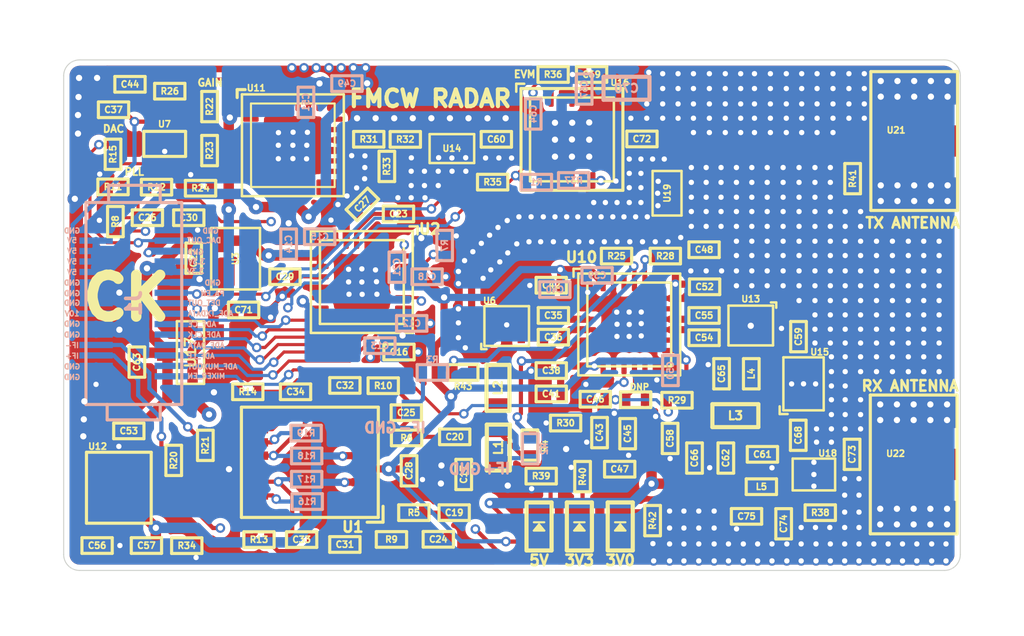
<source format=kicad_pcb>
(kicad_pcb (version 20171130) (host pcbnew "(5.1.12)-1")
  (layers (0 F.Cu signal) (1 In1.Cu signal) (2 In2.Cu signal) (31 B.Cu signal) (34 B.Paste user hide) (35 F.Paste user hide) (36 B.SilkS user hide) (37 F.SilkS user hide) (38 B.Mask user hide) (39 F.Mask user hide) (44 Edge.Cuts user))
  (net 0 "")
  (net 1 +3V3)
  (net 2 GND)
  (net 3 "Net-(C17-Pad2)")
  (net 4 "Net-(C17-Pad1)")
  (net 5 +5V)
  (net 6 "Net-(C19-Pad1)")
  (net 7 "Net-(C20-Pad1)")
  (net 8 "Net-(C23-Pad1)")
  (net 9 "Net-(C24-Pad2)")
  (net 10 "Net-(C24-Pad1)")
  (net 11 "Net-(C25-Pad2)")
  (net 12 "Net-(C25-Pad1)")
  (net 13 "Net-(C26-Pad2)")
  (net 14 "Net-(C26-Pad1)")
  (net 15 "Net-(C27-Pad2)")
  (net 16 "Net-(C27-Pad1)")
  (net 17 "Net-(C29-Pad2)")
  (net 18 25MHz)
  (net 19 "Net-(C31-Pad1)")
  (net 20 "Net-(C32-Pad1)")
  (net 21 "Net-(C33-Pad1)")
  (net 22 "Net-(C34-Pad1)")
  (net 23 "Net-(C35-Pad2)")
  (net 24 "Net-(C35-Pad1)")
  (net 25 "Net-(C36-Pad1)")
  (net 26 "Net-(C36-Pad2)")
  (net 27 +10V)
  (net 28 "Net-(C43-Pad2)")
  (net 29 "Net-(C44-Pad1)")
  (net 30 "Net-(C45-Pad2)")
  (net 31 +3V0)
  (net 32 RFIN)
  (net 33 "Net-(C54-Pad1)")
  (net 34 "Net-(C55-Pad1)")
  (net 35 RFIP)
  (net 36 "Net-(C56-Pad1)")
  (net 37 +2V5)
  (net 38 "Net-(C59-Pad1)")
  (net 39 "Net-(C59-Pad2)")
  (net 40 "Net-(C60-Pad2)")
  (net 41 "Net-(C60-Pad1)")
  (net 42 "Net-(C61-Pad1)")
  (net 43 "Net-(C64-Pad1)")
  (net 44 "Net-(C68-Pad1)")
  (net 45 "Net-(C68-Pad2)")
  (net 46 "Net-(C72-Pad1)")
  (net 47 "Net-(C72-Pad2)")
  (net 48 "Net-(C73-Pad1)")
  (net 49 "Net-(D1-Pad1)")
  (net 50 "Net-(D2-Pad1)")
  (net 51 "Net-(D3-Pad1)")
  (net 52 DAC_OUT1)
  (net 53 MIXER_ENB)
  (net 54 PA_EN)
  (net 55 ADF_MUXOUT)
  (net 56 IFP_Filtered)
  (net 57 ADF_LE)
  (net 58 IFN_Filtered)
  (net 59 ADF_DATA)
  (net 60 ADF_CLK)
  (net 61 ADF_CE)
  (net 62 ADF_TXDATA)
  (net 63 IF+)
  (net 64 IF-)
  (net 65 "Net-(L5-Pad1)")
  (net 66 "Net-(R7-Pad1)")
  (net 67 "Net-(R8-Pad1)")
  (net 68 "Net-(R12-Pad2)")
  (net 69 "Net-(R16-Pad1)")
  (net 70 "Net-(R19-Pad1)")
  (net 71 "Net-(R22-Pad1)")
  (net 72 "Net-(R22-Pad2)")
  (net 73 "Net-(R23-Pad2)")
  (net 74 "Net-(R31-Pad1)")
  (net 75 "Net-(R31-Pad2)")
  (net 76 "Net-(R32-Pad1)")
  (net 77 "Net-(R38-Pad2)")
  (net 78 "Net-(R41-Pad1)")
  (net 79 "Net-(U2-Pad21)")
  (net 80 "Net-(U6-Pad6)")
  (net 81 MIXER_LO)
  (net 82 "Net-(U10-Pad22)")
  (net 83 "Net-(U13-Pad6)")
  (net 84 "Net-(U19-Pad1)")
  (net 85 "Net-(U20-Pad2)")
  (net 86 "Net-(U4-Pad1)")
  (net 87 "Net-(U5-Pad2)")
  (net 88 "Net-(U5-Pad1)")
  (net 89 "Net-(U19-Pad2)")
  (net 90 "Net-(U13-Pad1)")
  (net 91 DET_OUT)
  (net 92 "Net-(R1-Pad1)")
  (net 93 "Net-(R2-Pad2)")
  (net 94 "Net-(R3-Pad1)")
  (net 95 "Net-(L1-Pad1)")
  (net 96 "Net-(L2-Pad1)")
  (module Footprints:SolderPad_1_1.5mm_SMD_Rectangle (layer B.Cu) (at 146.85518 95.56496)
    (fp_text reference GND (at -0.00508 0.86614) (layer B.SilkS) (effects (font (size 0.5 0.5) (thickness 0.125)) (justify mirror)))
    (fp_text value GND)
    (pad 1 smd rect (at -0.00508 0.01524) (size 1 1) (layers B.Cu B.Paste B.Mask) (net 2 GND))
  )
  (module Footprints:SolderPad_1_1.5mm_SMD_Rectangle (layer B.Cu) (at 150.9014 97.54616)
    (fp_text reference GND (at 0 0.86614) (layer B.SilkS) (effects (font (size 0.5 0.5) (thickness 0.125)) (justify mirror)))
    (fp_text value GND)
    (pad 1 smd rect (at -0.00508 0.01524) (size 1 1) (layers B.Cu B.Paste B.Mask) (net 2 GND))
  )
  (module Footprints:SolderPad_1_1.5mm_SMD_Rectangle (layer B.Cu) (at 152.4254 97.5614)
    (fp_text reference IF+ (at -0.0127 0.8255) (layer B.SilkS) (effects (font (size 0.5 0.5) (thickness 0.125)) (justify mirror)))
    (fp_text value IF+_PAD)
    (pad 1 smd rect (at 0 0) (size 1 1) (layers B.Cu B.Paste B.Mask) (net 93 "Net-(R2-Pad2)"))
  )
  (module Footprints:SolderPad_1_1.5mm_SMD_Rectangle (layer B.Cu) (at 148.3741 95.5802)
    (fp_text reference IF- (at 0 0.8509) (layer B.SilkS) (effects (font (size 0.5 0.5) (thickness 0.125)) (justify mirror)))
    (fp_text value IF-_PAD)
    (pad 1 smd rect (at 0 0) (size 1 1) (layers B.Cu B.Paste B.Mask) (net 94 "Net-(R3-Pad1)"))
  )
  (module Footprints:SMD_0402 (layer B.Cu) (at 154.0256 97.4344 270)
    (fp_text reference R2 (at 0 -0.6731 90) (layer B.SilkS) (effects (font (size 0.3 0.3) (thickness 0.075)) (justify mirror)))
    (fp_text value DNP)
    (pad 1 smd rect (at -0.45 0 270) (size 0.4 0.6) (layers B.Cu B.Paste B.Mask) (net 63 IF+))
    (pad 2 smd rect (at 0.45 0 270) (size 0.4 0.6) (layers B.Cu B.Paste B.Mask) (net 93 "Net-(R2-Pad2)"))
  )
  (module Footprints:SMD_0402 (layer F.Cu) (at 169.46118 84.4931 270)
    (fp_text reference R41 (at 0 0 270) (layer F.SilkS) (effects (font (size 0.3 0.3) (thickness 0.075))))
    (fp_text value 50)
    (pad 1 smd rect (at -0.45 0 270) (size 0.4 0.6) (layers F.Cu F.Paste F.Mask) (net 78 "Net-(R41-Pad1)"))
    (pad 2 smd rect (at 0.45 0 270) (size 0.4 0.6) (layers F.Cu F.Paste F.Mask) (net 2 GND))
  )
  (module Footprints:LFCSP24_4x4mm_P0.5mm_1EXP_2.5x2.5mm (layer F.Cu) (at 145.96618 89.4461 270)
    (fp_text reference U2 (at -2.54 -3.2512 180) (layer F.SilkS) (effects (font (size 0.5 0.5) (thickness 0.125))))
    (fp_text value ADF4158)
    (pad 24 smd roundrect (at -1.25 -1.9883 270) (size 0.25 0.8) (layers F.Cu F.Paste F.Mask) (net 14 "Net-(C26-Pad1)"))
    (pad 23 smd roundrect (at -0.75 -1.9883 270) (size 0.25 0.8) (layers F.Cu F.Paste F.Mask) (net 66 "Net-(R7-Pad1)"))
    (pad 22 smd roundrect (at -0.25 -1.9883 270) (size 0.25 0.8) (layers F.Cu F.Paste F.Mask) (net 5 +5V))
    (pad 21 smd roundrect (at 0.25 -1.9883 270) (size 0.25 0.8) (layers F.Cu F.Paste F.Mask) (net 79 "Net-(U2-Pad21)"))
    (pad 20 smd roundrect (at 0.75 -1.9883 270) (size 0.25 0.8) (layers F.Cu F.Paste F.Mask) (net 67 "Net-(R8-Pad1)"))
    (pad 19 smd roundrect (at 1.25 -1.9883 270) (size 0.25 0.8) (layers F.Cu F.Paste F.Mask) (net 1 +3V3))
    (pad 18 smd roundrect (at 1.9629 -1.25 270) (size 0.8 0.25) (layers F.Cu F.Paste F.Mask) (net 1 +3V3))
    (pad 17 smd roundrect (at 1.9629 -0.75 270) (size 0.8 0.25) (layers F.Cu F.Paste F.Mask) (net 55 ADF_MUXOUT))
    (pad 16 smd roundrect (at 1.9629 -0.25 270) (size 0.8 0.25) (layers F.Cu F.Paste F.Mask) (net 57 ADF_LE))
    (pad 15 smd roundrect (at 1.9629 0.25 270) (size 0.8 0.25) (layers F.Cu F.Paste F.Mask) (net 59 ADF_DATA))
    (pad 14 smd roundrect (at 1.9629 0.75 270) (size 0.8 0.25) (layers F.Cu F.Paste F.Mask) (net 60 ADF_CLK))
    (pad 13 smd roundrect (at 1.9629 1.25 270) (size 0.8 0.25) (layers F.Cu F.Paste F.Mask) (net 61 ADF_CE))
    (pad 12 smd roundrect (at 1.25 1.9883 270) (size 0.25 0.8) (layers F.Cu F.Paste F.Mask) (net 62 ADF_TXDATA))
    (pad 11 smd roundrect (at 0.75 1.9883 270) (size 0.25 0.8) (layers F.Cu F.Paste F.Mask) (net 2 GND))
    (pad 10 smd roundrect (at 0.25 1.9883 270) (size 0.25 0.8) (layers F.Cu F.Paste F.Mask) (net 2 GND))
    (pad 9 smd roundrect (at -0.25 1.9883 270) (size 0.25 0.8) (layers F.Cu F.Paste F.Mask) (net 18 25MHz))
    (pad 8 smd roundrect (at -0.75 1.9883 270) (size 0.25 0.8) (layers F.Cu F.Paste F.Mask) (net 1 +3V3))
    (pad 7 smd roundrect (at -1.25 1.9883 270) (size 0.25 0.8) (layers F.Cu F.Paste F.Mask) (net 1 +3V3))
    (pad 6 smd roundrect (at -1.9883 1.25 270) (size 0.8 0.25) (layers F.Cu F.Paste F.Mask) (net 1 +3V3))
    (pad 5 smd roundrect (at -1.9883 0.75 270) (size 0.8 0.25) (layers F.Cu F.Paste F.Mask) (net 16 "Net-(C27-Pad1)"))
    (pad 4 smd roundrect (at -1.9883 0.25 270) (size 0.8 0.25) (layers F.Cu F.Paste F.Mask) (net 8 "Net-(C23-Pad1)"))
    (pad 3 smd roundrect (at -1.9883 -0.25 270) (size 0.8 0.25) (layers F.Cu F.Paste F.Mask) (net 2 GND))
    (pad 2 smd roundrect (at -1.9883 -0.75 270) (size 0.8 0.25) (layers F.Cu F.Paste F.Mask) (net 2 GND))
    (pad 1 smd roundrect (at -1.9883 -1.25 270) (size 0.8 0.25) (layers F.Cu F.Paste F.Mask) (net 2 GND))
    (pad 25 smd roundrect (at 0 0 270) (size 2.5 2.5) (layers F.Cu F.Mask) (roundrect_rratio 0.1) (net 2 GND))
  )
  (module Footprints:Mitered_Bend_0.34mm_90 (layer F.Cu) (at 151.30526 91.97594)
    (fp_text reference U4 hide)
    (fp_text value MITERED_BEND hide)
    (fp_poly (pts (xy -0.254 -0.1905) (xy 0.086 -0.1905) (xy 0.086 -0.0205) (xy 0.256 -0.0205) (xy 0.255999 0.3195) (xy 0.1268 0.3195) (xy -0.254 -0.061301) (xy -0.254 -0.1905)) (layer F.Cu) (width 0))
    (pad 1 smd rect (at -0.084 -0.2075) (size 0.34 0.034) (layers F.Cu) (net 86 "Net-(U4-Pad1)") (clearance 0.000001))
    (pad 2 smd rect (at 0.272999 0.1495) (size 0.034 0.34) (layers F.Cu) (net 81 MIXER_LO) (clearance 0.000001))
  )
  (module Footprints:Mitered_Bend_0.34mm_90 (layer F.Cu) (at 160.87598 86.87054 90)
    (fp_text reference U9 hide)
    (fp_text value MITERED_BEND hide)
    (fp_poly (pts (xy -0.254 -0.1905) (xy 0.086 -0.1905) (xy 0.086 -0.0205) (xy 0.256 -0.0205) (xy 0.255999 0.3195) (xy 0.1268 0.3195) (xy -0.254 -0.061301) (xy -0.254 -0.1905)) (layer F.Cu) (width 0))
    (pad 1 smd rect (at -0.084 -0.2075 90) (size 0.34 0.034) (layers F.Cu) (net 88 "Net-(U5-Pad1)") (clearance 0.000001))
    (pad 2 smd rect (at 0.272999 0.1495 90) (size 0.034 0.34) (layers F.Cu) (net 89 "Net-(U19-Pad2)") (clearance 0.000001))
  )
  (module Footprints:Mitered_Bend_0.34mm_45 (layer F.Cu) (at 153.21026 87.03818 180)
    (fp_text reference U5 hide)
    (fp_text value MITERED_BEND hide)
    (fp_poly (pts (xy -0.1905 0.254) (xy -0.1905 -0.086) (xy -0.0205 -0.086) (xy 0.099708 -0.206208) (xy 0.340124 0.034209) (xy 0.249532 0.124801) (xy -0.062384 0.254) (xy -0.1905 0.254)) (layer F.Cu) (width 0))
    (pad 1 smd rect (at -0.2075 0.084 270) (size 0.34 0.1) (layers F.Cu) (net 88 "Net-(U5-Pad1)") (clearance 0.000001))
    (pad 2 smd rect (at 0.231937 -0.09802 225) (size 0.1 0.34) (layers F.Cu) (net 87 "Net-(U5-Pad2)") (clearance 0.000001))
  )
  (module Footprints:Mitered_Bend_0.34mm_45_Mirrored (layer F.Cu) (at 151.30376 88.946517 270)
    (fp_text reference U8 hide)
    (fp_text value MITERED_BEND hide)
    (fp_poly (pts (xy 0.1905 0.254) (xy 0.1905 -0.086) (xy 0.0205 -0.086) (xy -0.099708 -0.206208) (xy -0.340124 0.034209) (xy -0.249532 0.124801) (xy 0.062384 0.254) (xy 0.1905 0.254)) (layer F.Cu) (width 0))
    (pad 2 smd rect (at -0.231937 -0.09802 225) (size 0.1 0.34) (layers F.Cu) (net 87 "Net-(U5-Pad2)") (clearance 0.000001))
    (pad 1 smd rect (at 0.2075 0.084 180) (size 0.34 0.1) (layers F.Cu) (net 86 "Net-(U4-Pad1)") (clearance 0.000001))
  )
  (module Footprints:LFCSP24_4x4mm_P0.5mm_1EXP_2.5x2.5mm (layer F.Cu) (at 158.76778 91.4781)
    (fp_text reference U10 (at -2.286 -3.2258 180) (layer F.SilkS) (effects (font (size 0.5 0.5) (thickness 0.125))))
    (fp_text value ADL5801)
    (pad 24 smd roundrect (at -1.25 -1.9883) (size 0.25 0.8) (layers F.Cu F.Paste F.Mask) (net 5 +5V))
    (pad 23 smd roundrect (at -0.75 -1.9883) (size 0.25 0.8) (layers F.Cu F.Paste F.Mask) (net 2 GND))
    (pad 22 smd roundrect (at -0.25 -1.9883) (size 0.25 0.8) (layers F.Cu F.Paste F.Mask) (net 82 "Net-(U10-Pad22)"))
    (pad 21 smd roundrect (at 0.25 -1.9883) (size 0.25 0.8) (layers F.Cu F.Paste F.Mask) (net 64 IF-))
    (pad 20 smd roundrect (at 0.75 -1.9883) (size 0.25 0.8) (layers F.Cu F.Paste F.Mask) (net 63 IF+))
    (pad 19 smd roundrect (at 1.25 -1.9883) (size 0.25 0.8) (layers F.Cu F.Paste F.Mask) (net 2 GND))
    (pad 18 smd roundrect (at 1.9629 -1.25) (size 0.8 0.25) (layers F.Cu F.Paste F.Mask) (net 5 +5V))
    (pad 17 smd roundrect (at 1.9629 -0.75) (size 0.8 0.25) (layers F.Cu F.Paste F.Mask) (net 2 GND))
    (pad 16 smd roundrect (at 1.9629 -0.25) (size 0.8 0.25) (layers F.Cu F.Paste F.Mask) (net 35 RFIP))
    (pad 15 smd roundrect (at 1.9629 0.25) (size 0.8 0.25) (layers F.Cu F.Paste F.Mask) (net 32 RFIN))
    (pad 14 smd roundrect (at 1.9629 0.75) (size 0.8 0.25) (layers F.Cu F.Paste F.Mask) (net 2 GND))
    (pad 13 smd roundrect (at 1.9629 1.25) (size 0.8 0.25) (layers F.Cu F.Paste F.Mask) (net 5 +5V))
    (pad 12 smd roundrect (at 1.25 1.9883) (size 0.25 0.8) (layers F.Cu F.Paste F.Mask) (net 2 GND))
    (pad 11 smd roundrect (at 0.75 1.9883) (size 0.25 0.8) (layers F.Cu F.Paste F.Mask) (net 30 "Net-(C45-Pad2)"))
    (pad 10 smd roundrect (at 0.25 1.9883) (size 0.25 0.8) (layers F.Cu F.Paste F.Mask) (net 28 "Net-(C43-Pad2)"))
    (pad 9 smd roundrect (at -0.25 1.9883) (size 0.25 0.8) (layers F.Cu F.Paste F.Mask) (net 53 MIXER_ENB))
    (pad 8 smd roundrect (at -0.75 1.9883) (size 0.25 0.8) (layers F.Cu F.Paste F.Mask) (net 2 GND))
    (pad 7 smd roundrect (at -1.25 1.9883) (size 0.25 0.8) (layers F.Cu F.Paste F.Mask) (net 5 +5V))
    (pad 6 smd roundrect (at -1.9883 1.25) (size 0.8 0.25) (layers F.Cu F.Paste F.Mask) (net 2 GND))
    (pad 5 smd roundrect (at -1.9883 0.75) (size 0.8 0.25) (layers F.Cu F.Paste F.Mask) (net 2 GND))
    (pad 4 smd roundrect (at -1.9883 0.25) (size 0.8 0.25) (layers F.Cu F.Paste F.Mask) (net 25 "Net-(C36-Pad1)"))
    (pad 3 smd roundrect (at -1.9883 -0.25) (size 0.8 0.25) (layers F.Cu F.Paste F.Mask) (net 24 "Net-(C35-Pad1)"))
    (pad 2 smd roundrect (at -1.9883 -0.75) (size 0.8 0.25) (layers F.Cu F.Paste F.Mask) (net 2 GND))
    (pad 1 smd roundrect (at -1.9883 -1.25) (size 0.8 0.25) (layers F.Cu F.Paste F.Mask) (net 2 GND))
    (pad 25 smd roundrect (at 0 0) (size 2.5 2.5) (layers F.Cu F.Mask) (roundrect_rratio 0.1) (net 2 GND))
  )
  (module Footprints:SMD_0402 (layer B.Cu) (at 148.35378 91.4273)
    (fp_text reference C12 (at 0 0 180) (layer B.SilkS) (effects (font (size 0.3 0.3) (thickness 0.075)) (justify mirror)))
    (fp_text value 100nF)
    (pad 1 smd rect (at -0.45 0) (size 0.4 0.6) (layers B.Cu B.Paste B.Mask) (net 1 +3V3))
    (pad 2 smd rect (at 0.45 0) (size 0.4 0.6) (layers B.Cu B.Paste B.Mask) (net 2 GND))
  )
  (module Footprints:SMD_0402 (layer B.Cu) (at 146.82978 92.4941 180)
    (fp_text reference C13 (at 0 0 180) (layer B.SilkS) (effects (font (size 0.3 0.3) (thickness 0.075)) (justify mirror)))
    (fp_text value 100nF)
    (pad 1 smd rect (at -0.45 0 180) (size 0.4 0.6) (layers B.Cu B.Paste B.Mask) (net 1 +3V3))
    (pad 2 smd rect (at 0.45 0 180) (size 0.4 0.6) (layers B.Cu B.Paste B.Mask) (net 2 GND))
  )
  (module Footprints:SMD_0402 (layer B.Cu) (at 142.46098 87.63 90)
    (fp_text reference C14 (at 0 0 90) (layer B.SilkS) (effects (font (size 0.3 0.3) (thickness 0.075)) (justify mirror)))
    (fp_text value 100nF)
    (pad 1 smd rect (at -0.45 0 90) (size 0.4 0.6) (layers B.Cu B.Paste B.Mask) (net 1 +3V3))
    (pad 2 smd rect (at 0.45 0 90) (size 0.4 0.6) (layers B.Cu B.Paste B.Mask) (net 2 GND))
  )
  (module Footprints:SMD_0402 (layer B.Cu) (at 143.94688 87.2744 180)
    (fp_text reference C15 (at 0 0) (layer B.SilkS) (effects (font (size 0.3 0.3) (thickness 0.075)) (justify mirror)))
    (fp_text value 18pF)
    (pad 1 smd rect (at -0.45 0 180) (size 0.4 0.6) (layers B.Cu B.Paste B.Mask) (net 1 +3V3))
    (pad 2 smd rect (at 0.45 0 180) (size 0.4 0.6) (layers B.Cu B.Paste B.Mask) (net 2 GND))
  )
  (module Footprints:SMD_0402 (layer F.Cu) (at 147.74418 92.7989)
    (fp_text reference C16 (at 0 0) (layer F.SilkS) (effects (font (size 0.3 0.3) (thickness 0.075))))
    (fp_text value 18pF)
    (pad 2 smd rect (at 0.45 0) (size 0.4 0.6) (layers F.Cu F.Paste F.Mask) (net 2 GND))
    (pad 1 smd rect (at -0.45 0) (size 0.4 0.6) (layers F.Cu F.Paste F.Mask) (net 1 +3V3))
  )
  (module Footprints:SMD_0402 (layer F.Cu) (at 150.84298 98.6663 90)
    (fp_text reference C17 (at 0 0 90) (layer F.SilkS) (effects (font (size 0.3 0.3) (thickness 0.075))))
    (fp_text value 2.2nF)
    (pad 2 smd rect (at 0.45 0 90) (size 0.4 0.6) (layers F.Cu F.Paste F.Mask) (net 3 "Net-(C17-Pad2)"))
    (pad 1 smd rect (at -0.45 0 90) (size 0.4 0.6) (layers F.Cu F.Paste F.Mask) (net 4 "Net-(C17-Pad1)"))
  )
  (module Footprints:SMD_0402 (layer B.Cu) (at 149.09038 89.1921)
    (fp_text reference C18 (at 0 0) (layer B.SilkS) (effects (font (size 0.3 0.3) (thickness 0.075)) (justify mirror)))
    (fp_text value 18pF)
    (pad 2 smd rect (at 0.45 0) (size 0.4 0.6) (layers B.Cu B.Paste B.Mask) (net 2 GND))
    (pad 1 smd rect (at -0.45 0) (size 0.4 0.6) (layers B.Cu B.Paste B.Mask) (net 5 +5V))
  )
  (module Footprints:SMD_0402 (layer F.Cu) (at 150.38578 100.4951)
    (fp_text reference C19 (at 0 0) (layer F.SilkS) (effects (font (size 0.3 0.3) (thickness 0.075))))
    (fp_text value 330nF)
    (pad 2 smd rect (at 0.45 0) (size 0.4 0.6) (layers F.Cu F.Paste F.Mask) (net 4 "Net-(C17-Pad1)"))
    (pad 1 smd rect (at -0.45 0) (size 0.4 0.6) (layers F.Cu F.Paste F.Mask) (net 6 "Net-(C19-Pad1)"))
  )
  (module Footprints:SMD_0402 (layer F.Cu) (at 150.41118 96.8629)
    (fp_text reference C20 (at 0 0) (layer F.SilkS) (effects (font (size 0.3 0.3) (thickness 0.075))))
    (fp_text value 330nF)
    (pad 1 smd rect (at -0.45 0) (size 0.4 0.6) (layers F.Cu F.Paste F.Mask) (net 7 "Net-(C20-Pad1)"))
    (pad 2 smd rect (at 0.45 0) (size 0.4 0.6) (layers F.Cu F.Paste F.Mask) (net 3 "Net-(C17-Pad2)"))
  )
  (module Footprints:SMD_0402 (layer B.Cu) (at 147.64258 88.7349 90)
    (fp_text reference C21 (at 0 0 90) (layer B.SilkS) (effects (font (size 0.3 0.3) (thickness 0.075)) (justify mirror)))
    (fp_text value 100nF)
    (pad 1 smd rect (at -0.45 0 90) (size 0.4 0.6) (layers B.Cu B.Paste B.Mask) (net 5 +5V))
    (pad 2 smd rect (at 0.45 0 90) (size 0.4 0.6) (layers B.Cu B.Paste B.Mask) (net 2 GND))
  )
  (module Footprints:SMD_0402 (layer F.Cu) (at 137.91438 88.3031 270)
    (fp_text reference C22 (at 0 0 90) (layer F.SilkS) (effects (font (size 0.3 0.3) (thickness 0.075))))
    (fp_text value 100nF)
    (pad 1 smd rect (at -0.45 0 270) (size 0.4 0.6) (layers F.Cu F.Paste F.Mask) (net 1 +3V3))
    (pad 2 smd rect (at 0.45 0 270) (size 0.4 0.6) (layers F.Cu F.Paste F.Mask) (net 2 GND))
  )
  (module Footprints:SMD_0402 (layer F.Cu) (at 147.71878 86.1822)
    (fp_text reference C23 (at 0 0) (layer F.SilkS) (effects (font (size 0.3 0.3) (thickness 0.075))))
    (fp_text value 100pF)
    (pad 1 smd rect (at -0.45 0) (size 0.4 0.6) (layers F.Cu F.Paste F.Mask) (net 8 "Net-(C23-Pad1)"))
    (pad 2 smd rect (at 0.45 0) (size 0.4 0.6) (layers F.Cu F.Paste F.Mask) (net 2 GND))
  )
  (module Footprints:SMD_0402 (layer F.Cu) (at 149.62632 101.77272 180)
    (fp_text reference C24 (at 0 0) (layer F.SilkS) (effects (font (size 0.3 0.3) (thickness 0.075))))
    (fp_text value 10pF)
    (pad 2 smd rect (at 0.45 0 180) (size 0.4 0.6) (layers F.Cu F.Paste F.Mask) (net 9 "Net-(C24-Pad2)"))
    (pad 1 smd rect (at -0.45 0 180) (size 0.4 0.6) (layers F.Cu F.Paste F.Mask) (net 10 "Net-(C24-Pad1)"))
  )
  (module Footprints:SMD_0402 (layer F.Cu) (at 148.0947 95.7072)
    (fp_text reference C25 (at 0 0) (layer F.SilkS) (effects (font (size 0.3 0.3) (thickness 0.075))))
    (fp_text value 10pF)
    (pad 2 smd rect (at 0.45 0) (size 0.4 0.6) (layers F.Cu F.Paste F.Mask) (net 11 "Net-(C25-Pad2)"))
    (pad 1 smd rect (at -0.45 0) (size 0.4 0.6) (layers F.Cu F.Paste F.Mask) (net 12 "Net-(C25-Pad1)"))
  )
  (module Footprints:SMD_0402 (layer F.Cu) (at 135.6995 86.36254 180)
    (fp_text reference C26 (at 0 0) (layer F.SilkS) (effects (font (size 0.3 0.3) (thickness 0.075))))
    (fp_text value 330nF)
    (pad 2 smd rect (at 0.45 0 180) (size 0.4 0.6) (layers F.Cu F.Paste F.Mask) (net 13 "Net-(C26-Pad2)"))
    (pad 1 smd rect (at -0.45 0 180) (size 0.4 0.6) (layers F.Cu F.Paste F.Mask) (net 14 "Net-(C26-Pad1)"))
  )
  (module Footprints:SMD_0402 (layer F.Cu) (at 145.99158 85.725 45)
    (fp_text reference C27 (at 0 0 45) (layer F.SilkS) (effects (font (size 0.3 0.3) (thickness 0.075))))
    (fp_text value 2pF)
    (pad 2 smd rect (at 0.45 0 45) (size 0.4 0.6) (layers F.Cu F.Paste F.Mask) (net 15 "Net-(C27-Pad2)"))
    (pad 1 smd rect (at -0.45 0 45) (size 0.4 0.6) (layers F.Cu F.Paste F.Mask) (net 16 "Net-(C27-Pad1)"))
  )
  (module Footprints:SMD_0402 (layer F.Cu) (at 148.22678 98.4885 90)
    (fp_text reference C28 (at 0 0 90) (layer F.SilkS) (effects (font (size 0.3 0.3) (thickness 0.075))))
    (fp_text value 100nF)
    (pad 2 smd rect (at 0.45 0 90) (size 0.4 0.6) (layers F.Cu F.Paste F.Mask) (net 5 +5V))
    (pad 1 smd rect (at -0.45 0 90) (size 0.4 0.6) (layers F.Cu F.Paste F.Mask) (net 2 GND))
  )
  (module Footprints:SMD_0402 (layer F.Cu) (at 142.28318 89.1921 180)
    (fp_text reference C29 (at 0 0) (layer F.SilkS) (effects (font (size 0.3 0.3) (thickness 0.075))))
    (fp_text value 470pF)
    (pad 2 smd rect (at 0.45 0 180) (size 0.4 0.6) (layers F.Cu F.Paste F.Mask) (net 17 "Net-(C29-Pad2)"))
    (pad 1 smd rect (at -0.45 0 180) (size 0.4 0.6) (layers F.Cu F.Paste F.Mask) (net 18 25MHz))
  )
  (module Footprints:SMD_0402 (layer F.Cu) (at 137.6807 86.36254)
    (fp_text reference C30 (at 0 0) (layer F.SilkS) (effects (font (size 0.3 0.3) (thickness 0.075))))
    (fp_text value 10nF)
    (pad 2 smd rect (at 0.45 0) (size 0.4 0.6) (layers F.Cu F.Paste F.Mask) (net 2 GND))
    (pad 1 smd rect (at -0.45 0) (size 0.4 0.6) (layers F.Cu F.Paste F.Mask) (net 14 "Net-(C26-Pad1)"))
  )
  (module Footprints:SMD_0402 (layer F.Cu) (at 145.15338 102.0191)
    (fp_text reference C31 (at 0 0) (layer F.SilkS) (effects (font (size 0.3 0.3) (thickness 0.075))))
    (fp_text value 470pF)
    (pad 1 smd rect (at -0.45 0) (size 0.4 0.6) (layers F.Cu F.Paste F.Mask) (net 19 "Net-(C31-Pad1)"))
    (pad 2 smd rect (at 0.45 0) (size 0.4 0.6) (layers F.Cu F.Paste F.Mask) (net 10 "Net-(C24-Pad1)"))
  )
  (module Footprints:SMD_0402 (layer F.Cu) (at 145.15338 94.3991)
    (fp_text reference C32 (at 0 0) (layer F.SilkS) (effects (font (size 0.3 0.3) (thickness 0.075))))
    (fp_text value 470pF)
    (pad 2 smd rect (at 0.45 0) (size 0.4 0.6) (layers F.Cu F.Paste F.Mask) (net 12 "Net-(C25-Pad1)"))
    (pad 1 smd rect (at -0.45 0) (size 0.4 0.6) (layers F.Cu F.Paste F.Mask) (net 20 "Net-(C32-Pad1)"))
  )
  (module Footprints:SMD_0402 (layer F.Cu) (at 143.08328 101.78542)
    (fp_text reference C33 (at 0 0) (layer F.SilkS) (effects (font (size 0.3 0.3) (thickness 0.075))))
    (fp_text value 470pF)
    (pad 2 smd rect (at 0.45 0) (size 0.4 0.6) (layers F.Cu F.Paste F.Mask) (net 19 "Net-(C31-Pad1)"))
    (pad 1 smd rect (at -0.45 0) (size 0.4 0.6) (layers F.Cu F.Paste F.Mask) (net 21 "Net-(C33-Pad1)"))
  )
  (module Footprints:SMD_0402 (layer F.Cu) (at 142.79118 94.7039 180)
    (fp_text reference C34 (at 0 0) (layer F.SilkS) (effects (font (size 0.3 0.3) (thickness 0.075))))
    (fp_text value 470pF)
    (pad 1 smd rect (at -0.45 0 180) (size 0.4 0.6) (layers F.Cu F.Paste F.Mask) (net 22 "Net-(C34-Pad1)"))
    (pad 2 smd rect (at 0.45 0 180) (size 0.4 0.6) (layers F.Cu F.Paste F.Mask) (net 20 "Net-(C32-Pad1)"))
  )
  (module Footprints:SMD_0402 (layer F.Cu) (at 155.13558 91.0463 180)
    (fp_text reference C35 (at 0 0) (layer F.SilkS) (effects (font (size 0.3 0.3) (thickness 0.075))))
    (fp_text value 10pF)
    (pad 2 smd rect (at 0.45 0 180) (size 0.4 0.6) (layers F.Cu F.Paste F.Mask) (net 23 "Net-(C35-Pad2)"))
    (pad 1 smd rect (at -0.45 0 180) (size 0.4 0.6) (layers F.Cu F.Paste F.Mask) (net 24 "Net-(C35-Pad1)"))
  )
  (module Footprints:SMD_0402 (layer F.Cu) (at 155.13558 92.0877 180)
    (fp_text reference C36 (at 0 0) (layer F.SilkS) (effects (font (size 0.3 0.3) (thickness 0.075))))
    (fp_text value 10pF)
    (pad 1 smd rect (at -0.45 0 180) (size 0.4 0.6) (layers F.Cu F.Paste F.Mask) (net 25 "Net-(C36-Pad1)"))
    (pad 2 smd rect (at 0.45 0 180) (size 0.4 0.6) (layers F.Cu F.Paste F.Mask) (net 26 "Net-(C36-Pad2)"))
  )
  (module Footprints:SMD_0402 (layer F.Cu) (at 134.07898 81.1911 180)
    (fp_text reference C37 (at 0 0) (layer F.SilkS) (effects (font (size 0.3 0.3) (thickness 0.075))))
    (fp_text value 100nF)
    (pad 1 smd rect (at -0.45 0 180) (size 0.4 0.6) (layers F.Cu F.Paste F.Mask) (net 27 +10V))
    (pad 2 smd rect (at 0.45 0 180) (size 0.4 0.6) (layers F.Cu F.Paste F.Mask) (net 2 GND))
  )
  (module Footprints:SMD_0402 (layer F.Cu) (at 155.03398 93.6879)
    (fp_text reference C38 (at 0 0) (layer F.SilkS) (effects (font (size 0.3 0.3) (thickness 0.075))))
    (fp_text value 100nF)
    (pad 2 smd rect (at 0.45 0) (size 0.4 0.6) (layers F.Cu F.Paste F.Mask) (net 5 +5V))
    (pad 1 smd rect (at -0.45 0) (size 0.4 0.6) (layers F.Cu F.Paste F.Mask) (net 2 GND))
  )
  (module Footprints:SMD_0402 (layer B.Cu) (at 157.22854 89.12606 180)
    (fp_text reference C39 (at 0 0) (layer B.SilkS) (effects (font (size 0.3 0.3) (thickness 0.075)) (justify mirror)))
    (fp_text value 100nF)
    (pad 1 smd rect (at -0.45 0 180) (size 0.4 0.6) (layers B.Cu B.Paste B.Mask) (net 2 GND))
    (pad 2 smd rect (at 0.45 0 180) (size 0.4 0.6) (layers B.Cu B.Paste B.Mask) (net 5 +5V))
  )
  (module Footprints:SMD_0402 (layer B.Cu) (at 155.2067 89.80678)
    (fp_text reference C40 (at 0 0) (layer B.SilkS) (effects (font (size 0.3 0.3) (thickness 0.075)) (justify mirror)))
    (fp_text value 100nF)
    (pad 2 smd rect (at 0.45 0) (size 0.4 0.6) (layers B.Cu B.Paste B.Mask) (net 5 +5V))
    (pad 1 smd rect (at -0.45 0) (size 0.4 0.6) (layers B.Cu B.Paste B.Mask) (net 2 GND))
  )
  (module Footprints:SMD_0402 (layer F.Cu) (at 155.03398 94.8055)
    (fp_text reference C41 (at 0 0) (layer F.SilkS) (effects (font (size 0.3 0.3) (thickness 0.075))))
    (fp_text value 100pF)
    (pad 1 smd rect (at -0.45 0) (size 0.4 0.6) (layers F.Cu F.Paste F.Mask) (net 2 GND))
    (pad 2 smd rect (at 0.45 0) (size 0.4 0.6) (layers F.Cu F.Paste F.Mask) (net 5 +5V))
  )
  (module Footprints:SMD_0402 (layer F.Cu) (at 155.03398 89.5985)
    (fp_text reference C42 (at 0 0) (layer F.SilkS) (effects (font (size 0.3 0.3) (thickness 0.075))))
    (fp_text value 100pF)
    (pad 2 smd rect (at 0.45 0) (size 0.4 0.6) (layers F.Cu F.Paste F.Mask) (net 5 +5V))
    (pad 1 smd rect (at -0.45 0) (size 0.4 0.6) (layers F.Cu F.Paste F.Mask) (net 2 GND))
  )
  (module Footprints:SMD_0402 (layer F.Cu) (at 157.34538 96.6597 90)
    (fp_text reference C43 (at 0 0 90) (layer F.SilkS) (effects (font (size 0.3 0.3) (thickness 0.075))))
    (fp_text value 100nF)
    (pad 2 smd rect (at 0.45 0 90) (size 0.4 0.6) (layers F.Cu F.Paste F.Mask) (net 28 "Net-(C43-Pad2)"))
    (pad 1 smd rect (at -0.45 0 90) (size 0.4 0.6) (layers F.Cu F.Paste F.Mask) (net 2 GND))
  )
  (module Footprints:SMD_0402 (layer F.Cu) (at 134.86638 79.9719 180)
    (fp_text reference C44 (at 0 0) (layer F.SilkS) (effects (font (size 0.3 0.3) (thickness 0.075))))
    (fp_text value 470pF)
    (pad 2 smd rect (at 0.45 0 180) (size 0.4 0.6) (layers F.Cu F.Paste F.Mask) (net 2 GND))
    (pad 1 smd rect (at -0.45 0 180) (size 0.4 0.6) (layers F.Cu F.Paste F.Mask) (net 29 "Net-(C44-Pad1)"))
  )
  (module Footprints:SMD_0402 (layer F.Cu) (at 158.69158 96.7105 90)
    (fp_text reference C45 (at 0 0 90) (layer F.SilkS) (effects (font (size 0.3 0.3) (thickness 0.075))))
    (fp_text value 100nF)
    (pad 2 smd rect (at 0.45 0 90) (size 0.4 0.6) (layers F.Cu F.Paste F.Mask) (net 30 "Net-(C45-Pad2)"))
    (pad 1 smd rect (at -0.45 0 90) (size 0.4 0.6) (layers F.Cu F.Paste F.Mask) (net 2 GND))
  )
  (module Footprints:SMD_0402 (layer F.Cu) (at 157.14218 95.0595)
    (fp_text reference C46 (at 0 0) (layer F.SilkS) (effects (font (size 0.3 0.3) (thickness 0.075))))
    (fp_text value 100nF)
    (pad 1 smd rect (at -0.45 0) (size 0.4 0.6) (layers F.Cu F.Paste F.Mask) (net 2 GND))
    (pad 2 smd rect (at 0.45 0) (size 0.4 0.6) (layers F.Cu F.Paste F.Mask) (net 28 "Net-(C43-Pad2)"))
  )
  (module Footprints:SMD_0402 (layer F.Cu) (at 158.31058 98.4123 180)
    (fp_text reference C47 (at 0 0) (layer F.SilkS) (effects (font (size 0.3 0.3) (thickness 0.075))))
    (fp_text value 100pF)
    (pad 1 smd rect (at -0.45 0 180) (size 0.4 0.6) (layers F.Cu F.Paste F.Mask) (net 2 GND))
    (pad 2 smd rect (at 0.45 0 180) (size 0.4 0.6) (layers F.Cu F.Paste F.Mask) (net 30 "Net-(C45-Pad2)"))
  )
  (module Footprints:SMD_0402 (layer F.Cu) (at 162.34918 87.8967 180)
    (fp_text reference C48 (at 0 0) (layer F.SilkS) (effects (font (size 0.3 0.3) (thickness 0.075))))
    (fp_text value 100nF)
    (pad 1 smd rect (at -0.45 0 180) (size 0.4 0.6) (layers F.Cu F.Paste F.Mask) (net 2 GND))
    (pad 2 smd rect (at 0.45 0 180) (size 0.4 0.6) (layers F.Cu F.Paste F.Mask) (net 5 +5V))
  )
  (module Footprints:SMD_0402 (layer B.Cu) (at 145.2499 79.93634)
    (fp_text reference C49 (at 0 0) (layer B.SilkS) (effects (font (size 0.3 0.3) (thickness 0.075)) (justify mirror)))
    (fp_text value 2.2uF)
    (pad 2 smd rect (at 0.45 0) (size 0.4 0.6) (layers B.Cu B.Paste B.Mask) (net 2 GND))
    (pad 1 smd rect (at -0.45 0) (size 0.4 0.6) (layers B.Cu B.Paste B.Mask) (net 31 +3V0))
  )
  (module Footprints:SMD_0402 (layer B.Cu) (at 160.73882 93.68282 90)
    (fp_text reference C50 (at 0 0 90) (layer B.SilkS) (effects (font (size 0.3 0.3) (thickness 0.075)) (justify mirror)))
    (fp_text value 100nF)
    (pad 1 smd rect (at -0.45 0 90) (size 0.4 0.6) (layers B.Cu B.Paste B.Mask) (net 2 GND))
    (pad 2 smd rect (at 0.45 0 90) (size 0.4 0.6) (layers B.Cu B.Paste B.Mask) (net 5 +5V))
  )
  (module Footprints:SMD_0402 (layer B.Cu) (at 143.28902 80.8355 270)
    (fp_text reference C51 (at 0 0 90) (layer B.SilkS) (effects (font (size 0.3 0.3) (thickness 0.075)) (justify mirror)))
    (fp_text value 100nF)
    (pad 1 smd rect (at -0.45 0 270) (size 0.4 0.6) (layers B.Cu B.Paste B.Mask) (net 31 +3V0))
    (pad 2 smd rect (at 0.45 0 270) (size 0.4 0.6) (layers B.Cu B.Paste B.Mask) (net 2 GND))
  )
  (module Footprints:SMD_0402 (layer F.Cu) (at 162.37458 89.6747)
    (fp_text reference C52 (at 0 0) (layer F.SilkS) (effects (font (size 0.3 0.3) (thickness 0.075))))
    (fp_text value 100nF)
    (pad 2 smd rect (at 0.45 0) (size 0.4 0.6) (layers F.Cu F.Paste F.Mask) (net 2 GND))
    (pad 1 smd rect (at -0.45 0) (size 0.4 0.6) (layers F.Cu F.Paste F.Mask) (net 5 +5V))
  )
  (module Footprints:SMD_0402 (layer F.Cu) (at 134.8105 96.57842 180)
    (fp_text reference C53 (at 0 0) (layer F.SilkS) (effects (font (size 0.3 0.3) (thickness 0.075))))
    (fp_text value 100nF)
    (pad 1 smd rect (at -0.45 0 180) (size 0.4 0.6) (layers F.Cu F.Paste F.Mask) (net 1 +3V3))
    (pad 2 smd rect (at 0.45 0 180) (size 0.4 0.6) (layers F.Cu F.Paste F.Mask) (net 2 GND))
  )
  (module Footprints:SMD_0402 (layer F.Cu) (at 162.34918 92.1131 180)
    (fp_text reference C54 (at 0 0) (layer F.SilkS) (effects (font (size 0.3 0.3) (thickness 0.075))))
    (fp_text value 10pF)
    (pad 2 smd rect (at 0.45 0 180) (size 0.4 0.6) (layers F.Cu F.Paste F.Mask) (net 32 RFIN))
    (pad 1 smd rect (at -0.45 0 180) (size 0.4 0.6) (layers F.Cu F.Paste F.Mask) (net 33 "Net-(C54-Pad1)"))
  )
  (module Footprints:SMD_0402 (layer F.Cu) (at 162.34918 91.0463 180)
    (fp_text reference C55 (at 0 0) (layer F.SilkS) (effects (font (size 0.3 0.3) (thickness 0.075))))
    (fp_text value 10pF)
    (pad 1 smd rect (at -0.45 0 180) (size 0.4 0.6) (layers F.Cu F.Paste F.Mask) (net 34 "Net-(C55-Pad1)"))
    (pad 2 smd rect (at 0.45 0 180) (size 0.4 0.6) (layers F.Cu F.Paste F.Mask) (net 35 RFIP))
  )
  (module Footprints:SMD_0402 (layer F.Cu) (at 133.29158 102.0699)
    (fp_text reference C56 (at 0 0) (layer F.SilkS) (effects (font (size 0.3 0.3) (thickness 0.075))))
    (fp_text value 10nF)
    (pad 2 smd rect (at 0.45 0) (size 0.4 0.6) (layers F.Cu F.Paste F.Mask) (net 2 GND))
    (pad 1 smd rect (at -0.45 0) (size 0.4 0.6) (layers F.Cu F.Paste F.Mask) (net 36 "Net-(C56-Pad1)"))
  )
  (module Footprints:SMD_0402 (layer F.Cu) (at 135.65378 102.0699 180)
    (fp_text reference C57 (at 0 0) (layer F.SilkS) (effects (font (size 0.3 0.3) (thickness 0.075))))
    (fp_text value 2.2uF)
    (pad 2 smd rect (at 0.45 0 180) (size 0.4 0.6) (layers F.Cu F.Paste F.Mask) (net 2 GND))
    (pad 1 smd rect (at -0.45 0 180) (size 0.4 0.6) (layers F.Cu F.Paste F.Mask) (net 37 +2V5))
  )
  (module Footprints:SMD_0402 (layer F.Cu) (at 160.72358 96.9391 270)
    (fp_text reference C58 (at 0 0 90) (layer F.SilkS) (effects (font (size 0.3 0.3) (thickness 0.075))))
    (fp_text value DNP)
    (pad 2 smd rect (at 0.45 0 270) (size 0.4 0.6) (layers F.Cu F.Paste F.Mask) (net 2 GND))
    (pad 1 smd rect (at -0.45 0 270) (size 0.4 0.6) (layers F.Cu F.Paste F.Mask) (net 31 +3V0))
  )
  (module Footprints:SMD_0402 (layer F.Cu) (at 166.87038 92.0623 90)
    (fp_text reference C59 (at 0 0 90) (layer F.SilkS) (effects (font (size 0.3 0.3) (thickness 0.075))))
    (fp_text value 18pF)
    (pad 1 smd rect (at -0.45 0 90) (size 0.4 0.6) (layers F.Cu F.Paste F.Mask) (net 38 "Net-(C59-Pad1)"))
    (pad 2 smd rect (at 0.45 0 90) (size 0.4 0.6) (layers F.Cu F.Paste F.Mask) (net 39 "Net-(C59-Pad2)"))
  )
  (module Footprints:SMD_0402 (layer F.Cu) (at 165.14318 97.7011)
    (fp_text reference C61 (at 0 0) (layer F.SilkS) (effects (font (size 0.3 0.3) (thickness 0.075))))
    (fp_text value 10nF)
    (pad 2 smd rect (at 0.45 0) (size 0.4 0.6) (layers F.Cu F.Paste F.Mask) (net 2 GND))
    (pad 1 smd rect (at -0.45 0) (size 0.4 0.6) (layers F.Cu F.Paste F.Mask) (net 42 "Net-(C61-Pad1)"))
  )
  (module Footprints:SMD_0402 (layer F.Cu) (at 163.39058 97.8789 270)
    (fp_text reference C62 (at 0 0 90) (layer F.SilkS) (effects (font (size 0.3 0.3) (thickness 0.075))))
    (fp_text value 10pF)
    (pad 1 smd rect (at -0.45 0 270) (size 0.4 0.6) (layers F.Cu F.Paste F.Mask) (net 42 "Net-(C61-Pad1)"))
    (pad 2 smd rect (at 0.45 0 270) (size 0.4 0.6) (layers F.Cu F.Paste F.Mask) (net 2 GND))
  )
  (module Footprints:SMD_0402 (layer F.Cu) (at 135.19658 93.2815 270)
    (fp_text reference C63 (at 0 0 90) (layer F.SilkS) (effects (font (size 0.3 0.3) (thickness 0.075))))
    (fp_text value 2.2uF)
    (pad 2 smd rect (at 0.45 0 270) (size 0.4 0.6) (layers F.Cu F.Paste F.Mask) (net 2 GND))
    (pad 1 smd rect (at -0.45 0 270) (size 0.4 0.6) (layers F.Cu F.Paste F.Mask) (net 1 +3V3))
  )
  (module Footprints:SMD_0402 (layer B.Cu) (at 154.17038 81.3943 270)
    (fp_text reference C64 (at 0 0 90) (layer B.SilkS) (effects (font (size 0.3 0.3) (thickness 0.075)) (justify mirror)))
    (fp_text value 100nF)
    (pad 2 smd rect (at 0.45 0 270) (size 0.4 0.6) (layers B.Cu B.Paste B.Mask) (net 2 GND))
    (pad 1 smd rect (at -0.45 0 270) (size 0.4 0.6) (layers B.Cu B.Paste B.Mask) (net 43 "Net-(C64-Pad1)"))
  )
  (module Footprints:SMD_0402 (layer F.Cu) (at 163.18738 93.8403 90)
    (fp_text reference C65 (at 0 0 90) (layer F.SilkS) (effects (font (size 0.3 0.3) (thickness 0.075))))
    (fp_text value 100pF)
    (pad 1 smd rect (at -0.45 0 90) (size 0.4 0.6) (layers F.Cu F.Paste F.Mask) (net 42 "Net-(C61-Pad1)"))
    (pad 2 smd rect (at 0.45 0 90) (size 0.4 0.6) (layers F.Cu F.Paste F.Mask) (net 2 GND))
  )
  (module Footprints:SMD_0402 (layer F.Cu) (at 161.89198 97.8789 270)
    (fp_text reference C66 (at 0 0 90) (layer F.SilkS) (effects (font (size 0.3 0.3) (thickness 0.075))))
    (fp_text value DNP)
    (pad 2 smd rect (at 0.45 0 270) (size 0.4 0.6) (layers F.Cu F.Paste F.Mask) (net 2 GND))
    (pad 1 smd rect (at -0.45 0 270) (size 0.4 0.6) (layers F.Cu F.Paste F.Mask) (net 42 "Net-(C61-Pad1)"))
  )
  (module Footprints:SMD_0402 (layer B.Cu) (at 156.60878 80.2005 90)
    (fp_text reference C67 (at 0 0 270) (layer B.SilkS) (effects (font (size 0.3 0.3) (thickness 0.075)) (justify mirror)))
    (fp_text value 100nF)
    (pad 1 smd rect (at -0.45 0 90) (size 0.4 0.6) (layers B.Cu B.Paste B.Mask) (net 2 GND))
    (pad 2 smd rect (at 0.45 0 90) (size 0.4 0.6) (layers B.Cu B.Paste B.Mask) (net 5 +5V))
  )
  (module Footprints:SMD_0402 (layer F.Cu) (at 166.85768 96.7867 90)
    (fp_text reference C68 (at 0 0 90) (layer F.SilkS) (effects (font (size 0.3 0.3) (thickness 0.075))))
    (fp_text value 18pF)
    (pad 1 smd rect (at -0.45 0 90) (size 0.4 0.6) (layers F.Cu F.Paste F.Mask) (net 44 "Net-(C68-Pad1)"))
    (pad 2 smd rect (at 0.45 0 90) (size 0.4 0.6) (layers F.Cu F.Paste F.Mask) (net 45 "Net-(C68-Pad2)"))
  )
  (module Footprints:SMD_0402 (layer F.Cu) (at 156.96438 79.502 180)
    (fp_text reference C69 (at 0 0 180) (layer F.SilkS) (effects (font (size 0.3 0.3) (thickness 0.075))))
    (fp_text value 100nF)
    (pad 2 smd rect (at 0.45 0 180) (size 0.4 0.6) (layers F.Cu F.Paste F.Mask) (net 5 +5V))
    (pad 1 smd rect (at -0.45 0 180) (size 0.4 0.6) (layers F.Cu F.Paste F.Mask) (net 2 GND))
  )
  (module Footprints:SMD_0402 (layer F.Cu) (at 140.30706 90.78214)
    (fp_text reference C71 (at 0 0) (layer F.SilkS) (effects (font (size 0.3 0.3) (thickness 0.075))))
    (fp_text value 2.2uF)
    (pad 1 smd rect (at -0.45 0) (size 0.4 0.6) (layers F.Cu F.Paste F.Mask) (net 31 +3V0))
    (pad 2 smd rect (at 0.45 0) (size 0.4 0.6) (layers F.Cu F.Paste F.Mask) (net 2 GND))
  )
  (module Footprints:SMD_0402 (layer F.Cu) (at 169.43578 97.7011 90)
    (fp_text reference C73 (at 0 0 90) (layer F.SilkS) (effects (font (size 0.3 0.3) (thickness 0.075))))
    (fp_text value 0.5pF)
    (pad 2 smd rect (at 0.45 0 90) (size 0.4 0.6) (layers F.Cu F.Paste F.Mask) (net 2 GND))
    (pad 1 smd rect (at -0.45 0 90) (size 0.4 0.6) (layers F.Cu F.Paste F.Mask) (net 48 "Net-(C73-Pad1)"))
  )
  (module Footprints:SMD_0402 (layer F.Cu) (at 166.15918 101.0285 270)
    (fp_text reference C74 (at 0 0 90) (layer F.SilkS) (effects (font (size 0.3 0.3) (thickness 0.075))))
    (fp_text value 100nF)
    (pad 1 smd rect (at -0.45 0 270) (size 0.4 0.6) (layers F.Cu F.Paste F.Mask) (net 31 +3V0))
    (pad 2 smd rect (at 0.45 0 270) (size 0.4 0.6) (layers F.Cu F.Paste F.Mask) (net 2 GND))
  )
  (module Footprints:SMD_0402 (layer F.Cu) (at 164.38118 100.6729 180)
    (fp_text reference C75 (at 0 0) (layer F.SilkS) (effects (font (size 0.3 0.3) (thickness 0.075))))
    (fp_text value 100nF)
    (pad 2 smd rect (at 0.45 0 180) (size 0.4 0.6) (layers F.Cu F.Paste F.Mask) (net 2 GND))
    (pad 1 smd rect (at -0.45 0 180) (size 0.4 0.6) (layers F.Cu F.Paste F.Mask) (net 31 +3V0))
  )
  (module Footprints:Diode_0603 (layer F.Cu) (at 154.44978 101.1555 270)
    (fp_text reference 5V (at 1.6256 0) (layer F.SilkS) (effects (font (size 0.5 0.5) (thickness 0.125))))
    (fp_text value Led_Diode)
    (pad 1 smd rect (at -0.725 0 270) (size 0.65 1) (layers F.Cu F.Paste F.Mask) (net 49 "Net-(D1-Pad1)"))
    (pad 2 smd rect (at 0.725 0 270) (size 0.65 1) (layers F.Cu F.Paste F.Mask) (net 5 +5V))
  )
  (module Footprints:Diode_0603 (layer F.Cu) (at 156.38018 101.1555 270)
    (fp_text reference 3V3 (at 1.6256 0) (layer F.SilkS) (effects (font (size 0.5 0.5) (thickness 0.125))))
    (fp_text value Led_Diode)
    (pad 2 smd rect (at 0.725 0 270) (size 0.65 1) (layers F.Cu F.Paste F.Mask) (net 1 +3V3))
    (pad 1 smd rect (at -0.725 0 270) (size 0.65 1) (layers F.Cu F.Paste F.Mask) (net 50 "Net-(D2-Pad1)"))
  )
  (module Footprints:Diode_0603 (layer F.Cu) (at 158.33598 101.1555 270)
    (fp_text reference 3V0 (at 1.6256 0) (layer F.SilkS) (effects (font (size 0.5 0.5) (thickness 0.125))))
    (fp_text value Led_Diode)
    (pad 1 smd rect (at -0.725 0 270) (size 0.65 1) (layers F.Cu F.Paste F.Mask) (net 51 "Net-(D3-Pad1)"))
    (pad 2 smd rect (at 0.725 0 270) (size 0.65 1) (layers F.Cu F.Paste F.Mask) (net 31 +3V0))
  )
  (module Footprints:SMD_0603 (layer F.Cu) (at 152.49906 97.37598 270)
    (fp_text reference L1 (at 0 0 90) (layer F.SilkS) (effects (font (size 0.4 0.4) (thickness 0.1))))
    (fp_text value 2.2uH)
    (pad 2 smd rect (at 0.75 0 270) (size 0.5 0.9) (layers F.Cu F.Paste F.Mask) (net 4 "Net-(C17-Pad1)"))
    (pad 1 smd rect (at -0.75 0 270) (size 0.5 0.9) (layers F.Cu F.Paste F.Mask) (net 95 "Net-(L1-Pad1)"))
  )
  (module Footprints:SMD_0603 (layer F.Cu) (at 152.48382 94.51594 270)
    (fp_text reference L2 (at 0 0 90) (layer F.SilkS) (effects (font (size 0.4 0.4) (thickness 0.1))))
    (fp_text value 2.2uH)
    (pad 1 smd rect (at -0.75 0 270) (size 0.5 0.9) (layers F.Cu F.Paste F.Mask) (net 96 "Net-(L2-Pad1)"))
    (pad 2 smd rect (at 0.75 0 270) (size 0.5 0.9) (layers F.Cu F.Paste F.Mask) (net 3 "Net-(C17-Pad2)"))
  )
  (module Footprints:SMD_0603 (layer F.Cu) (at 163.84778 95.8469)
    (fp_text reference L3 (at 0 0) (layer F.SilkS) (effects (font (size 0.4 0.4) (thickness 0.1))))
    (fp_text value BLM18PG181SN1D)
    (pad 1 smd rect (at -0.75 0) (size 0.5 0.9) (layers F.Cu F.Paste F.Mask) (net 31 +3V0))
    (pad 2 smd rect (at 0.75 0) (size 0.5 0.9) (layers F.Cu F.Paste F.Mask) (net 42 "Net-(C61-Pad1)"))
  )
  (module Footprints:SMD_0402 (layer F.Cu) (at 164.60978 93.8403 270)
    (fp_text reference L4 (at 0 0 90) (layer F.SilkS) (effects (font (size 0.3 0.3) (thickness 0.075))))
    (fp_text value LQW15AN9N9J80D)
    (pad 2 smd rect (at 0.45 0 270) (size 0.4 0.6) (layers F.Cu F.Paste F.Mask) (net 42 "Net-(C61-Pad1)"))
    (pad 1 smd rect (at -0.45 0 270) (size 0.4 0.6) (layers F.Cu F.Paste F.Mask) (net 38 "Net-(C59-Pad1)"))
  )
  (module Footprints:SMD_0402 (layer F.Cu) (at 165.09238 99.2505 180)
    (fp_text reference L5 (at 0 0) (layer F.SilkS) (effects (font (size 0.3 0.3) (thickness 0.075))))
    (fp_text value 0.6nH)
    (pad 2 smd rect (at 0.45 0 180) (size 0.4 0.6) (layers F.Cu F.Paste F.Mask) (net 31 +3V0))
    (pad 1 smd rect (at -0.45 0 180) (size 0.4 0.6) (layers F.Cu F.Paste F.Mask) (net 65 "Net-(L5-Pad1)"))
  )
  (module Footprints:SMD_0402 (layer F.Cu) (at 148.45538 100.4951 180)
    (fp_text reference R5 (at 0 0) (layer F.SilkS) (effects (font (size 0.3 0.3) (thickness 0.075))))
    (fp_text value 549)
    (pad 1 smd rect (at -0.45 0 180) (size 0.4 0.6) (layers F.Cu F.Paste F.Mask) (net 6 "Net-(C19-Pad1)"))
    (pad 2 smd rect (at 0.45 0 180) (size 0.4 0.6) (layers F.Cu F.Paste F.Mask) (net 9 "Net-(C24-Pad2)"))
  )
  (module Footprints:SMD_0402 (layer F.Cu) (at 148.1074 96.9137 180)
    (fp_text reference R6 (at 0 0) (layer F.SilkS) (effects (font (size 0.3 0.3) (thickness 0.075))))
    (fp_text value 549)
    (pad 2 smd rect (at 0.45 0 180) (size 0.4 0.6) (layers F.Cu F.Paste F.Mask) (net 11 "Net-(C25-Pad2)"))
    (pad 1 smd rect (at -0.45 0 180) (size 0.4 0.6) (layers F.Cu F.Paste F.Mask) (net 7 "Net-(C20-Pad1)"))
  )
  (module Footprints:SMD_0402 (layer B.Cu) (at 149.92858 87.6935 90)
    (fp_text reference R7 (at 0 0 270) (layer B.SilkS) (effects (font (size 0.3 0.3) (thickness 0.075)) (justify mirror)))
    (fp_text value 5.49K)
    (pad 2 smd rect (at 0.45 0 90) (size 0.4 0.6) (layers B.Cu B.Paste B.Mask) (net 2 GND))
    (pad 1 smd rect (at -0.45 0 90) (size 0.4 0.6) (layers B.Cu B.Paste B.Mask) (net 66 "Net-(R7-Pad1)"))
  )
  (module Footprints:SMD_0402 (layer F.Cu) (at 134.16788 86.5505 90)
    (fp_text reference R8 (at 0 0 90) (layer F.SilkS) (effects (font (size 0.3 0.3) (thickness 0.075))))
    (fp_text value 69.8)
    (pad 2 smd rect (at 0.45 0 90) (size 0.4 0.6) (layers F.Cu F.Paste F.Mask) (net 13 "Net-(C26-Pad2)"))
    (pad 1 smd rect (at -0.45 0 90) (size 0.4 0.6) (layers F.Cu F.Paste F.Mask) (net 67 "Net-(R8-Pad1)"))
  )
  (module Footprints:SMD_0402 (layer F.Cu) (at 147.3835 101.7778 180)
    (fp_text reference R9 (at 0 0) (layer F.SilkS) (effects (font (size 0.3 0.3) (thickness 0.075))))
    (fp_text value 10K)
    (pad 1 smd rect (at -0.45 0 180) (size 0.4 0.6) (layers F.Cu F.Paste F.Mask) (net 9 "Net-(C24-Pad2)"))
    (pad 2 smd rect (at 0.45 0 180) (size 0.4 0.6) (layers F.Cu F.Paste F.Mask) (net 10 "Net-(C24-Pad1)"))
  )
  (module Footprints:SMD_0402 (layer F.Cu) (at 146.9898 94.4118 180)
    (fp_text reference R10 (at 0 0) (layer F.SilkS) (effects (font (size 0.3 0.3) (thickness 0.075))))
    (fp_text value 10K)
    (pad 1 smd rect (at -0.45 0 180) (size 0.4 0.6) (layers F.Cu F.Paste F.Mask) (net 11 "Net-(C25-Pad2)"))
    (pad 2 smd rect (at 0.45 0 180) (size 0.4 0.6) (layers F.Cu F.Paste F.Mask) (net 12 "Net-(C25-Pad1)"))
  )
  (module Footprints:SMD_0402 (layer F.Cu) (at 134.05358 84.8868)
    (fp_text reference R11 (at 0 0) (layer F.SilkS) (effects (font (size 0.3 0.3) (thickness 0.075))))
    (fp_text value 240)
    (pad 1 smd rect (at -0.45 0) (size 0.4 0.6) (layers F.Cu F.Paste F.Mask) (net 2 GND))
    (pad 2 smd rect (at 0.45 0) (size 0.4 0.6) (layers F.Cu F.Paste F.Mask) (net 13 "Net-(C26-Pad2)"))
  )
  (module Footprints:SMD_0402 (layer F.Cu) (at 136.13638 84.8995 180)
    (fp_text reference R12 (at 0 0) (layer F.SilkS) (effects (font (size 0.3 0.3) (thickness 0.075))))
    (fp_text value 0)
    (pad 1 smd rect (at -0.45 0 180) (size 0.4 0.6) (layers F.Cu F.Paste F.Mask) (net 14 "Net-(C26-Pad1)"))
    (pad 2 smd rect (at 0.45 0 180) (size 0.4 0.6) (layers F.Cu F.Paste F.Mask) (net 68 "Net-(R12-Pad2)"))
  )
  (module Footprints:SMD_0402 (layer F.Cu) (at 141.04112 101.78542)
    (fp_text reference R13 (at 0 0) (layer F.SilkS) (effects (font (size 0.3 0.3) (thickness 0.075))))
    (fp_text value 910)
    (pad 1 smd rect (at -0.45 0) (size 0.4 0.6) (layers F.Cu F.Paste F.Mask) (net 56 IFP_Filtered))
    (pad 2 smd rect (at 0.45 0) (size 0.4 0.6) (layers F.Cu F.Paste F.Mask) (net 19 "Net-(C31-Pad1)"))
  )
  (module Footprints:SMD_0402 (layer F.Cu) (at 140.50518 94.7039 180)
    (fp_text reference R14 (at 0 0) (layer F.SilkS) (effects (font (size 0.3 0.3) (thickness 0.075))))
    (fp_text value 910)
    (pad 2 smd rect (at 0.45 0 180) (size 0.4 0.6) (layers F.Cu F.Paste F.Mask) (net 58 IFN_Filtered))
    (pad 1 smd rect (at -0.45 0 180) (size 0.4 0.6) (layers F.Cu F.Paste F.Mask) (net 20 "Net-(C32-Pad1)"))
  )
  (module Footprints:SMD_0402 (layer F.Cu) (at 134.05358 83.3247 270)
    (fp_text reference R15 (at 0 0 90) (layer F.SilkS) (effects (font (size 0.3 0.3) (thickness 0.075))))
    (fp_text value DNP)
    (pad 1 smd rect (at -0.45 0 270) (size 0.4 0.6) (layers F.Cu F.Paste F.Mask) (net 52 DAC_OUT1))
    (pad 2 smd rect (at 0.45 0 270) (size 0.4 0.6) (layers F.Cu F.Paste F.Mask) (net 68 "Net-(R12-Pad2)"))
  )
  (module Footprints:SMD_0402 (layer B.Cu) (at 143.34998 99.9617)
    (fp_text reference R16 (at 0 0) (layer B.SilkS) (effects (font (size 0.3 0.3) (thickness 0.075)) (justify mirror)))
    (fp_text value 1K)
    (pad 1 smd rect (at -0.45 0) (size 0.4 0.6) (layers B.Cu B.Paste B.Mask) (net 69 "Net-(R16-Pad1)"))
    (pad 2 smd rect (at 0.45 0) (size 0.4 0.6) (layers B.Cu B.Paste B.Mask) (net 37 +2V5))
  )
  (module Footprints:SMD_0402 (layer B.Cu) (at 143.32458 98.8949)
    (fp_text reference R17 (at 0 0) (layer B.SilkS) (effects (font (size 0.3 0.3) (thickness 0.075)) (justify mirror)))
    (fp_text value 130)
    (pad 2 smd rect (at 0.45 0) (size 0.4 0.6) (layers B.Cu B.Paste B.Mask) (net 37 +2V5))
    (pad 1 smd rect (at -0.45 0) (size 0.4 0.6) (layers B.Cu B.Paste B.Mask) (net 21 "Net-(C33-Pad1)"))
  )
  (module Footprints:SMD_0402 (layer B.Cu) (at 143.32458 97.7773 180)
    (fp_text reference R18 (at 0 0) (layer B.SilkS) (effects (font (size 0.3 0.3) (thickness 0.075)) (justify mirror)))
    (fp_text value 130)
    (pad 1 smd rect (at -0.45 0 180) (size 0.4 0.6) (layers B.Cu B.Paste B.Mask) (net 37 +2V5))
    (pad 2 smd rect (at 0.45 0 180) (size 0.4 0.6) (layers B.Cu B.Paste B.Mask) (net 22 "Net-(C34-Pad1)"))
  )
  (module Footprints:SMD_0402 (layer B.Cu) (at 143.29918 96.6851)
    (fp_text reference R19 (at 0 0) (layer B.SilkS) (effects (font (size 0.3 0.3) (thickness 0.075)) (justify mirror)))
    (fp_text value 1K)
    (pad 1 smd rect (at -0.45 0) (size 0.4 0.6) (layers B.Cu B.Paste B.Mask) (net 70 "Net-(R19-Pad1)"))
    (pad 2 smd rect (at 0.45 0) (size 0.4 0.6) (layers B.Cu B.Paste B.Mask) (net 37 +2V5))
  )
  (module Footprints:SMD_0402 (layer F.Cu) (at 136.95934 97.99066 90)
    (fp_text reference R20 (at 0 0 90) (layer F.SilkS) (effects (font (size 0.3 0.3) (thickness 0.075))))
    (fp_text value 4.99K)
    (pad 2 smd rect (at 0.45 0 90) (size 0.4 0.6) (layers F.Cu F.Paste F.Mask) (net 69 "Net-(R16-Pad1)"))
    (pad 1 smd rect (at -0.45 0 90) (size 0.4 0.6) (layers F.Cu F.Paste F.Mask) (net 56 IFP_Filtered))
  )
  (module Footprints:SMD_0402 (layer F.Cu) (at 138.47318 97.2693 270)
    (fp_text reference R21 (at 0 0 90) (layer F.SilkS) (effects (font (size 0.3 0.3) (thickness 0.075))))
    (fp_text value 4.99K)
    (pad 2 smd rect (at 0.45 0 270) (size 0.4 0.6) (layers F.Cu F.Paste F.Mask) (net 70 "Net-(R19-Pad1)"))
    (pad 1 smd rect (at -0.45 0 270) (size 0.4 0.6) (layers F.Cu F.Paste F.Mask) (net 58 IFN_Filtered))
  )
  (module Footprints:SMD_0402 (layer F.Cu) (at 138.67638 81.0387 270)
    (fp_text reference R22 (at 0 0 90) (layer F.SilkS) (effects (font (size 0.3 0.3) (thickness 0.075))))
    (fp_text value 0)
    (pad 1 smd rect (at -0.45 0 270) (size 0.4 0.6) (layers F.Cu F.Paste F.Mask) (net 71 "Net-(R22-Pad1)"))
    (pad 2 smd rect (at 0.45 0 270) (size 0.4 0.6) (layers F.Cu F.Paste F.Mask) (net 72 "Net-(R22-Pad2)"))
  )
  (module Footprints:SMD_0402 (layer F.Cu) (at 138.67638 83.1469 270)
    (fp_text reference R23 (at 0 0 90) (layer F.SilkS) (effects (font (size 0.3 0.3) (thickness 0.075))))
    (fp_text value 4.7K)
    (pad 2 smd rect (at 0.45 0 270) (size 0.4 0.6) (layers F.Cu F.Paste F.Mask) (net 73 "Net-(R23-Pad2)"))
    (pad 1 smd rect (at -0.45 0 270) (size 0.4 0.6) (layers F.Cu F.Paste F.Mask) (net 72 "Net-(R22-Pad2)"))
  )
  (module Footprints:SMD_0402 (layer F.Cu) (at 138.24458 84.9503 180)
    (fp_text reference R24 (at 0 0) (layer F.SilkS) (effects (font (size 0.3 0.3) (thickness 0.075))))
    (fp_text value 4.7K)
    (pad 2 smd rect (at 0.45 0 180) (size 0.4 0.6) (layers F.Cu F.Paste F.Mask) (net 2 GND))
    (pad 1 smd rect (at -0.45 0 180) (size 0.4 0.6) (layers F.Cu F.Paste F.Mask) (net 73 "Net-(R23-Pad2)"))
  )
  (module Footprints:SMD_0402 (layer F.Cu) (at 158.15818 88.2015)
    (fp_text reference R25 (at 0 0) (layer F.SilkS) (effects (font (size 0.3 0.3) (thickness 0.075))))
    (fp_text value 50)
    (pad 1 smd rect (at -0.45 0) (size 0.4 0.6) (layers F.Cu F.Paste F.Mask) (net 5 +5V))
    (pad 2 smd rect (at 0.45 0) (size 0.4 0.6) (layers F.Cu F.Paste F.Mask) (net 64 IF-))
  )
  (module Footprints:SMD_0402 (layer F.Cu) (at 136.77138 80.3021)
    (fp_text reference R26 (at 0 0) (layer F.SilkS) (effects (font (size 0.3 0.3) (thickness 0.075))))
    (fp_text value 4.7K)
    (pad 1 smd rect (at -0.45 0) (size 0.4 0.6) (layers F.Cu F.Paste F.Mask) (net 29 "Net-(C44-Pad1)"))
    (pad 2 smd rect (at 0.45 0) (size 0.4 0.6) (layers F.Cu F.Paste F.Mask) (net 71 "Net-(R22-Pad1)"))
  )
  (module Footprints:SMD_0402 (layer F.Cu) (at 159.07258 95.0849 180)
    (fp_text reference DNP (at -0.18542 0.6096) (layer F.SilkS) (effects (font (size 0.3 0.3) (thickness 0.075))))
    (fp_text value DNP)
    (pad 2 smd rect (at 0.45 0 180) (size 0.4 0.6) (layers F.Cu F.Paste F.Mask) (net 28 "Net-(C43-Pad2)"))
    (pad 1 smd rect (at -0.45 0 180) (size 0.4 0.6) (layers F.Cu F.Paste F.Mask) (net 30 "Net-(C45-Pad2)"))
  )
  (module Footprints:SMD_0402 (layer F.Cu) (at 160.49498 88.2015)
    (fp_text reference R28 (at 0 0) (layer F.SilkS) (effects (font (size 0.3 0.3) (thickness 0.075))))
    (fp_text value 50)
    (pad 2 smd rect (at 0.45 0) (size 0.4 0.6) (layers F.Cu F.Paste F.Mask) (net 5 +5V))
    (pad 1 smd rect (at -0.45 0) (size 0.4 0.6) (layers F.Cu F.Paste F.Mask) (net 63 IF+))
  )
  (module Footprints:SMD_0402 (layer F.Cu) (at 161.05378 95.1103 180)
    (fp_text reference R29 (at 0 0) (layer F.SilkS) (effects (font (size 0.3 0.3) (thickness 0.075))))
    (fp_text value 1K)
    (pad 2 smd rect (at 0.45 0 180) (size 0.4 0.6) (layers F.Cu F.Paste F.Mask) (net 28 "Net-(C43-Pad2)"))
    (pad 1 smd rect (at -0.45 0 180) (size 0.4 0.6) (layers F.Cu F.Paste F.Mask) (net 5 +5V))
  )
  (module Footprints:SMD_0402 (layer F.Cu) (at 155.71978 96.2025 180)
    (fp_text reference R30 (at 0 0) (layer F.SilkS) (effects (font (size 0.3 0.3) (thickness 0.075))))
    (fp_text value DNP)
    (pad 1 smd rect (at -0.45 0 180) (size 0.4 0.6) (layers F.Cu F.Paste F.Mask) (net 28 "Net-(C43-Pad2)"))
    (pad 2 smd rect (at 0.45 0 180) (size 0.4 0.6) (layers F.Cu F.Paste F.Mask) (net 2 GND))
  )
  (module Footprints:SMD_0402 (layer F.Cu) (at 146.29638 82.60588)
    (fp_text reference R31 (at 0 0) (layer F.SilkS) (effects (font (size 0.3 0.3) (thickness 0.075))))
    (fp_text value 18)
    (pad 1 smd rect (at -0.45 0) (size 0.4 0.6) (layers F.Cu F.Paste F.Mask) (net 74 "Net-(R31-Pad1)"))
    (pad 2 smd rect (at 0.45 0) (size 0.4 0.6) (layers F.Cu F.Paste F.Mask) (net 75 "Net-(R31-Pad2)"))
  )
  (module Footprints:SMD_0402 (layer F.Cu) (at 148.04644 82.61096 180)
    (fp_text reference R32 (at 0 0) (layer F.SilkS) (effects (font (size 0.3 0.3) (thickness 0.075))))
    (fp_text value 18)
    (pad 2 smd rect (at 0.45 0 180) (size 0.4 0.6) (layers F.Cu F.Paste F.Mask) (net 75 "Net-(R31-Pad2)"))
    (pad 1 smd rect (at -0.45 0 180) (size 0.4 0.6) (layers F.Cu F.Paste F.Mask) (net 76 "Net-(R32-Pad1)"))
  )
  (module Footprints:SMD_0402 (layer F.Cu) (at 147.16252 83.90636 270)
    (fp_text reference R33 (at 0 0 90) (layer F.SilkS) (effects (font (size 0.3 0.3) (thickness 0.075))))
    (fp_text value 18)
    (pad 1 smd rect (at -0.45 0 270) (size 0.4 0.6) (layers F.Cu F.Paste F.Mask) (net 75 "Net-(R31-Pad2)"))
    (pad 2 smd rect (at 0.45 0 270) (size 0.4 0.6) (layers F.Cu F.Paste F.Mask) (net 15 "Net-(C27-Pad2)"))
  )
  (module Footprints:SMD_0402 (layer F.Cu) (at 137.58418 102.07498)
    (fp_text reference R34 (at 0 0) (layer F.SilkS) (effects (font (size 0.3 0.3) (thickness 0.075))))
    (fp_text value 10K)
    (pad 1 smd rect (at -0.45 0) (size 0.4 0.6) (layers F.Cu F.Paste F.Mask) (net 37 +2V5))
    (pad 2 smd rect (at 0.45 0) (size 0.4 0.6) (layers F.Cu F.Paste F.Mask) (net 2 GND))
  )
  (module Footprints:SMD_0402 (layer F.Cu) (at 152.22728 84.6582)
    (fp_text reference R35 (at 0 0) (layer F.SilkS) (effects (font (size 0.3 0.3) (thickness 0.075))))
    (fp_text value 0)
    (pad 2 smd rect (at 0.45 0) (size 0.4 0.6) (layers F.Cu F.Paste F.Mask) (net 92 "Net-(R1-Pad1)"))
    (pad 1 smd rect (at -0.45 0) (size 0.4 0.6) (layers F.Cu F.Paste F.Mask) (net 54 PA_EN))
  )
  (module Footprints:SMD_0402 (layer F.Cu) (at 155.12288 79.502 180)
    (fp_text reference R36 (at 0 0) (layer F.SilkS) (effects (font (size 0.3 0.3) (thickness 0.075))))
    (fp_text value "0 to 27")
    (pad 1 smd rect (at -0.45 0 180) (size 0.4 0.6) (layers F.Cu F.Paste F.Mask) (net 5 +5V))
    (pad 2 smd rect (at 0.45 0 180) (size 0.4 0.6) (layers F.Cu F.Paste F.Mask) (net 43 "Net-(C64-Pad1)"))
  )
  (module Footprints:SMD_0402 (layer B.Cu) (at 156.10586 84.57946 180)
    (fp_text reference R37 (at 0 0) (layer B.SilkS) (effects (font (size 0.3 0.3) (thickness 0.075)) (justify mirror)))
    (fp_text value 30K)
    (pad 2 smd rect (at 0.45 0 180) (size 0.4 0.6) (layers B.Cu B.Paste B.Mask) (net 2 GND))
    (pad 1 smd rect (at -0.45 0 180) (size 0.4 0.6) (layers B.Cu B.Paste B.Mask) (net 91 DET_OUT))
  )
  (module Footprints:SMD_0402 (layer F.Cu) (at 167.91178 100.4951)
    (fp_text reference R38 (at 0 0) (layer F.SilkS) (effects (font (size 0.3 0.3) (thickness 0.075))))
    (fp_text value 100)
    (pad 1 smd rect (at -0.45 0) (size 0.4 0.6) (layers F.Cu F.Paste F.Mask) (net 31 +3V0))
    (pad 2 smd rect (at 0.45 0) (size 0.4 0.6) (layers F.Cu F.Paste F.Mask) (net 77 "Net-(R38-Pad2)"))
  )
  (module Footprints:SMD_0402 (layer F.Cu) (at 154.55138 98.7425 180)
    (fp_text reference R39 (at 0 0) (layer F.SilkS) (effects (font (size 0.3 0.3) (thickness 0.075))))
    (fp_text value 1K)
    (pad 2 smd rect (at 0.45 0 180) (size 0.4 0.6) (layers F.Cu F.Paste F.Mask) (net 2 GND))
    (pad 1 smd rect (at -0.45 0 180) (size 0.4 0.6) (layers F.Cu F.Paste F.Mask) (net 49 "Net-(D1-Pad1)"))
  )
  (module Footprints:SMD_0402 (layer F.Cu) (at 156.53258 98.7679 90)
    (fp_text reference R40 (at 0 0 90) (layer F.SilkS) (effects (font (size 0.3 0.3) (thickness 0.075))))
    (fp_text value 1K)
    (pad 1 smd rect (at -0.45 0 90) (size 0.4 0.6) (layers F.Cu F.Paste F.Mask) (net 50 "Net-(D2-Pad1)"))
    (pad 2 smd rect (at 0.45 0 90) (size 0.4 0.6) (layers F.Cu F.Paste F.Mask) (net 2 GND))
  )
  (module Footprints:SMD_0402 (layer F.Cu) (at 159.88538 100.8761 270)
    (fp_text reference R42 (at 0 0 90) (layer F.SilkS) (effects (font (size 0.3 0.3) (thickness 0.075))))
    (fp_text value 1K)
    (pad 1 smd rect (at -0.45 0 270) (size 0.4 0.6) (layers F.Cu F.Paste F.Mask) (net 51 "Net-(D3-Pad1)"))
    (pad 2 smd rect (at 0.45 0 270) (size 0.4 0.6) (layers F.Cu F.Paste F.Mask) (net 2 GND))
  )
  (module Footprints:Crystal_2.5x2mm (layer F.Cu) (at 139.92098 88.3285 270)
    (fp_text reference U3 (at 0 0 90) (layer F.SilkS) (effects (font (size 0.3 0.3) (thickness 0.075))))
    (fp_text value SG-210STF)
    (pad 3 smd rect (at 0.8636 -0.6604 270) (size 1.1 0.9) (layers F.Cu F.Paste F.Mask) (net 17 "Net-(C29-Pad2)"))
    (pad 2 smd rect (at 0.8636 0.6604 270) (size 1.1 0.9) (layers F.Cu F.Paste F.Mask) (net 2 GND))
    (pad 1 smd rect (at -0.8636 0.6604 270) (size 1.1 0.9) (layers F.Cu F.Paste F.Mask) (net 1 +3V3))
    (pad 4 smd rect (at -0.8636 -0.6604 270) (size 1.1 0.9) (layers F.Cu F.Paste F.Mask) (net 1 +3V3))
  )
  (module Footprints:Balun_5400BL15B050E (layer F.Cu) (at 152.90038 91.5543 90)
    (fp_text reference U6 (at 1.21412 -0.82296 180) (layer F.SilkS) (effects (font (size 0.3 0.3) (thickness 0.075))))
    (fp_text value 5400BL15B050E)
    (pad 6 smd rect (at 0.5715 -0.7008 90) (size 0.5 0.35) (layers F.Cu F.Paste F.Mask) (net 80 "Net-(U6-Pad6)"))
    (pad 5 smd rect (at 0.5715 0 90) (size 0.5 0.35) (layers F.Cu F.Paste F.Mask) (net 2 GND))
    (pad 4 smd rect (at 0.5715 0.6985 90) (size 0.5 0.35) (layers F.Cu F.Paste F.Mask) (net 23 "Net-(C35-Pad2)"))
    (pad 3 smd rect (at -0.5715 0.6985 90) (size 0.5 0.35) (layers F.Cu F.Paste F.Mask) (net 26 "Net-(C36-Pad2)"))
    (pad 2 smd rect (at -0.5715 0 90) (size 0.5 0.35) (layers F.Cu F.Paste F.Mask) (net 2 GND))
    (pad 1 smd rect (at -0.5715 -0.7008 90) (size 0.5 0.35) (layers F.Cu F.Paste F.Mask) (net 81 MIXER_LO))
  )
  (module Footprints:QFN24_4x4mm_P0.5mm_1EXP_2.7x2.7mm (layer F.Cu) (at 142.66418 82.8929)
    (fp_text reference U11 (at -1.7526 -2.7432) (layer F.SilkS) (effects (font (size 0.3 0.3) (thickness 0.075))))
    (fp_text value HMC431LP4)
    (pad 25 smd roundrect (at 0 0) (size 2.7 2.7) (layers F.Cu F.Mask) (roundrect_rratio 0.09259299999999999) (net 2 GND))
    (pad 1 smd roundrect (at -2.0133 -1.25) (size 0.75 0.25) (layers F.Cu F.Paste F.Mask))
    (pad 2 smd roundrect (at -2.0133 -0.75) (size 0.75 0.25) (layers F.Cu F.Paste F.Mask))
    (pad 3 smd roundrect (at -2.0133 -0.25) (size 0.75 0.25) (layers F.Cu F.Paste F.Mask))
    (pad 4 smd roundrect (at -2.0133 0.25) (size 0.75 0.25) (layers F.Cu F.Paste F.Mask))
    (pad 5 smd roundrect (at -2.0133 0.75) (size 0.75 0.25) (layers F.Cu F.Paste F.Mask))
    (pad 6 smd roundrect (at -2.0133 1.25) (size 0.75 0.25) (layers F.Cu F.Paste F.Mask))
    (pad 7 smd roundrect (at -1.25 2.0133) (size 0.25 0.75) (layers F.Cu F.Paste F.Mask))
    (pad 8 smd roundrect (at -0.75 2.0133) (size 0.25 0.75) (layers F.Cu F.Paste F.Mask))
    (pad 9 smd roundrect (at -0.25 2.0133) (size 0.25 0.75) (layers F.Cu F.Paste F.Mask))
    (pad 10 smd roundrect (at 0.25 2.0133) (size 0.25 0.75) (layers F.Cu F.Paste F.Mask))
    (pad 11 smd roundrect (at 0.75 2.0133) (size 0.25 0.75) (layers F.Cu F.Paste F.Mask))
    (pad 12 smd roundrect (at 1.25 2.0133) (size 0.25 0.75) (layers F.Cu F.Paste F.Mask))
    (pad 13 smd roundrect (at 2.0133 1.25) (size 0.75 0.25) (layers F.Cu F.Paste F.Mask))
    (pad 14 smd roundrect (at 2.0133 0.75) (size 0.75 0.25) (layers F.Cu F.Paste F.Mask))
    (pad 15 smd roundrect (at 2.0133 0.25) (size 0.75 0.25) (layers F.Cu F.Paste F.Mask) (net 2 GND))
    (pad 16 smd roundrect (at 2.0133 -0.25) (size 0.75 0.25) (layers F.Cu F.Paste F.Mask) (net 74 "Net-(R31-Pad1)"))
    (pad 17 smd roundrect (at 2.0133 -0.75) (size 0.75 0.25) (layers F.Cu F.Paste F.Mask))
    (pad 18 smd roundrect (at 2.0133 -1.25) (size 0.75 0.25) (layers F.Cu F.Paste F.Mask))
    (pad 19 smd roundrect (at 1.25 -2.0133) (size 0.25 0.75) (layers F.Cu F.Paste F.Mask))
    (pad 20 smd roundrect (at 0.75 -2.0133) (size 0.25 0.75) (layers F.Cu F.Paste F.Mask) (net 31 +3V0))
    (pad 21 smd roundrect (at 0.25 -2.0133) (size 0.25 0.75) (layers F.Cu F.Paste F.Mask))
    (pad 22 smd roundrect (at -0.25 -2.0133) (size 0.25 0.75) (layers F.Cu F.Paste F.Mask) (net 29 "Net-(C44-Pad1)"))
    (pad 23 smd roundrect (at -0.75 -2.0133) (size 0.25 0.75) (layers F.Cu F.Paste F.Mask))
    (pad 24 smd roundrect (at -1.25 -2.0133) (size 0.25 0.75) (layers F.Cu F.Paste F.Mask))
  )
  (module Footprints:SOT23_5 (layer F.Cu) (at 134.33298 99.3013 270)
    (fp_text reference U12 (at -1.9812 1.016 180) (layer F.SilkS) (effects (font (size 0.3 0.3) (thickness 0.075))))
    (fp_text value LDS3985)
    (pad 1 smd rect (at -1.1 -0.95 270) (size 1.06 0.65) (layers F.Cu F.Paste F.Mask) (net 1 +3V3))
    (pad 2 smd rect (at -1.1 0 270) (size 1.06 0.65) (layers F.Cu F.Paste F.Mask) (net 2 GND))
    (pad 3 smd rect (at -1.1 0.95 270) (size 1.06 0.65) (layers F.Cu F.Paste F.Mask) (net 1 +3V3))
    (pad 4 smd rect (at 1.1 0.95 270) (size 1.06 0.65) (layers F.Cu F.Paste F.Mask) (net 36 "Net-(C56-Pad1)"))
    (pad 5 smd rect (at 1.1 -0.95 270) (size 1.06 0.65) (layers F.Cu F.Paste F.Mask) (net 37 +2V5))
  )
  (module Footprints:Balun_5400BL15B050E (layer F.Cu) (at 164.58438 91.5289 270)
    (fp_text reference U13 (at -1.27 0 180) (layer F.SilkS) (effects (font (size 0.3 0.3) (thickness 0.075))))
    (fp_text value 5400BL15B050E)
    (pad 1 smd rect (at -0.5715 -0.7008 270) (size 0.5 0.35) (layers F.Cu F.Paste F.Mask) (net 90 "Net-(U13-Pad1)"))
    (pad 2 smd rect (at -0.5715 0 270) (size 0.5 0.35) (layers F.Cu F.Paste F.Mask) (net 2 GND))
    (pad 3 smd rect (at -0.5715 0.6985 270) (size 0.5 0.35) (layers F.Cu F.Paste F.Mask) (net 34 "Net-(C55-Pad1)"))
    (pad 4 smd rect (at 0.5715 0.6985 270) (size 0.5 0.35) (layers F.Cu F.Paste F.Mask) (net 33 "Net-(C54-Pad1)"))
    (pad 5 smd rect (at 0.5715 0 270) (size 0.5 0.35) (layers F.Cu F.Paste F.Mask) (net 2 GND))
    (pad 6 smd rect (at 0.5715 -0.7008 270) (size 0.5 0.35) (layers F.Cu F.Paste F.Mask) (net 83 "Net-(U13-Pad6)"))
  )
  (module Footprints:PAT1220_6dB (layer F.Cu) (at 150.27656 83.0453)
    (fp_text reference U14 (at 0 0) (layer F.SilkS) (effects (font (size 0.3 0.3) (thickness 0.075))))
    (fp_text value PAT1220-C-6DB)
    (pad 1 smd rect (at -0.6985 -0.4445 90) (size 0.35 0.6) (layers F.Cu F.Paste F.Mask) (net 76 "Net-(R32-Pad1)"))
    (pad 2 smd rect (at 0.6985 -0.4445 90) (size 0.35 0.6) (layers F.Cu F.Paste F.Mask) (net 40 "Net-(C60-Pad2)"))
    (pad 3 smd rect (at 0 0.4572 90) (size 0.35 2) (layers F.Cu F.Paste F.Mask) (net 2 GND))
  )
  (module Footprints:WSON8_2x2mm_P0.5mm_1EXP_0.9x1.6mm (layer F.Cu) (at 167.11168 94.3229 90)
    (fp_text reference U15 (at 1.524 0.7747) (layer F.SilkS) (effects (font (size 0.3 0.3) (thickness 0.075))))
    (fp_text value TRF37A73)
    (pad 3 smd rect (at -0.95 0.25 90) (size 0.5 0.25) (layers F.Cu F.Paste F.Mask) (net 2 GND))
    (pad 7 smd rect (at 0.95 -0.25 90) (size 0.5 0.25) (layers F.Cu F.Paste F.Mask) (net 38 "Net-(C59-Pad1)"))
    (pad 8 smd rect (at 0.95 -0.75 90) (size 0.5 0.25) (layers F.Cu F.Paste F.Mask) (net 2 GND))
    (pad 9 smd rect (at 0 0 90) (size 0.9 1.6) (layers F.Cu F.Mask) (net 2 GND))
    (pad 1 smd rect (at -0.95 -0.75 90) (size 0.5 0.25) (layers F.Cu F.Paste F.Mask) (net 42 "Net-(C61-Pad1)"))
    (pad 2 smd rect (at -0.95 -0.25 90) (size 0.5 0.25) (layers F.Cu F.Paste F.Mask) (net 45 "Net-(C68-Pad2)"))
    (pad 4 smd rect (at -0.95 0.75 90) (size 0.5 0.25) (layers F.Cu F.Paste F.Mask) (net 2 GND))
    (pad 5 smd rect (at 0.95 0.75 90) (size 0.5 0.25) (layers F.Cu F.Paste F.Mask) (net 2 GND))
    (pad 6 smd rect (at 0.95 0.25 90) (size 0.5 0.25) (layers F.Cu F.Paste F.Mask) (net 2 GND))
  )
  (module Footprints:QFN20_4x4mm_P0.5mm_1EXP_2.5x2.5mm (layer F.Cu) (at 156.02458 82.6135)
    (fp_text reference U16 (at 2.29362 -2.7305) (layer F.SilkS) (effects (font (size 0.3 0.3) (thickness 0.075))))
    (fp_text value TQP5523)
    (pad 21 smd roundrect (at 0 0) (size 2.5 2.5) (layers F.Cu F.Mask) (roundrect_rratio 0.1) (net 2 GND))
    (pad 1 smd roundrect (at -1.9629 -1) (size 0.8 0.25) (layers F.Cu F.Paste F.Mask) (net 2 GND))
    (pad 2 smd roundrect (at -1.9629 -0.5) (size 0.8 0.25) (layers F.Cu F.Paste F.Mask) (net 2 GND))
    (pad 3 smd roundrect (at -1.9629 0) (size 0.8 0.25) (layers F.Cu F.Paste F.Mask) (net 41 "Net-(C60-Pad1)"))
    (pad 4 smd roundrect (at -1.9629 0.5) (size 0.8 0.25) (layers F.Cu F.Paste F.Mask) (net 2 GND))
    (pad 5 smd roundrect (at -1.9629 1) (size 0.8 0.25) (layers F.Cu F.Paste F.Mask) (net 92 "Net-(R1-Pad1)"))
    (pad 6 smd roundrect (at -1 1.9629) (size 0.25 0.8) (layers F.Cu F.Paste F.Mask))
    (pad 7 smd roundrect (at -0.5 1.9629) (size 0.25 0.8) (layers F.Cu F.Paste F.Mask))
    (pad 8 smd roundrect (at 0 1.9629) (size 0.25 0.8) (layers F.Cu F.Paste F.Mask))
    (pad 9 smd roundrect (at 0.5 1.9629) (size 0.25 0.8) (layers F.Cu F.Paste F.Mask))
    (pad 10 smd roundrect (at 1 1.9629) (size 0.25 0.8) (layers F.Cu F.Paste F.Mask) (net 91 DET_OUT))
    (pad 11 smd roundrect (at 1.9629 1) (size 0.8 0.25) (layers F.Cu F.Paste F.Mask) (net 2 GND))
    (pad 12 smd roundrect (at 1.9629 0.5) (size 0.8 0.25) (layers F.Cu F.Paste F.Mask) (net 2 GND))
    (pad 13 smd roundrect (at 1.9629 0) (size 0.8 0.25) (layers F.Cu F.Paste F.Mask) (net 47 "Net-(C72-Pad2)"))
    (pad 14 smd roundrect (at 1.9629 -0.5) (size 0.8 0.25) (layers F.Cu F.Paste F.Mask) (net 2 GND))
    (pad 15 smd roundrect (at 1.9629 -1) (size 0.8 0.25) (layers F.Cu F.Paste F.Mask) (net 2 GND))
    (pad 16 smd roundrect (at 1 -1.9629) (size 0.25 0.8) (layers F.Cu F.Paste F.Mask) (net 2 GND))
    (pad 17 smd roundrect (at 0.5 -1.9629) (size 0.25 0.8) (layers F.Cu F.Paste F.Mask) (net 2 GND))
    (pad 18 smd roundrect (at 0 -1.9629) (size 0.25 0.8) (layers F.Cu F.Paste F.Mask) (net 5 +5V))
    (pad 19 smd roundrect (at -0.5 -1.9629) (size 0.25 0.8) (layers F.Cu F.Paste F.Mask) (net 5 +5V))
    (pad 20 smd roundrect (at -1 -1.9629) (size 0.25 0.8) (layers F.Cu F.Paste F.Mask) (net 43 "Net-(C64-Pad1)"))
  )
  (module Footprints:SOT23_3 (layer F.Cu) (at 137.76198 92.8243 90)
    (fp_text reference U17 (at 0 0 90) (layer F.SilkS) (effects (font (size 0.5 0.5) (thickness 0.1))))
    (fp_text value MCP1700)
    (pad 2 smd rect (at 0.95 1.1 90) (size 0.8 1) (layers F.Cu F.Paste F.Mask) (net 31 +3V0))
    (pad 1 smd rect (at -0.95 1.1 90) (size 0.8 1) (layers F.Cu F.Paste F.Mask) (net 2 GND))
    (pad 3 smd rect (at 0 -1.1 90) (size 0.8 1) (layers F.Cu F.Paste F.Mask) (net 1 +3V3))
  )
  (module Footprints:SKY65404_31 (layer F.Cu) (at 167.60698 98.6663 180)
    (fp_text reference U18 (at -0.6604 1.016) (layer F.SilkS) (effects (font (size 0.3 0.3) (thickness 0.075))))
    (fp_text value SKY65404)
    (pad 7 smd custom (at 0 0 180) (size 0.35 0.25) (layers F.Cu F.Paste F.Mask) (net 2 GND) (options (clearance outline) (anchor rect)) (primitives (gr_poly (pts (xy 0.35 -0.6) (xy 0.35 0) (xy 0.35 0.6) (xy 0.1 0.6) (xy 0.1 0.65) (xy -0.1 0.65) (xy -0.1 0.6) (xy -0.35 0.6) (xy -0.35 -0.45) (xy -0.2 -0.6) (xy -0.1 -0.6) (xy -0.1 -0.65) (xy 0.1 -0.65) (xy 0.1 -0.6)) (width 0))))
    (pad 6 smd roundrect (at 0.7493 -0.5 180) (size 0.4 0.25) (layers F.Cu F.Paste F.Mask) (net 65 "Net-(L5-Pad1)"))
    (pad 5 smd roundrect (at 0.7493 0 180) (size 0.4 0.25) (layers F.Cu F.Paste F.Mask) (net 2 GND))
    (pad 4 smd roundrect (at 0.7493 0.5 180) (size 0.4 0.25) (layers F.Cu F.Paste F.Mask) (net 44 "Net-(C68-Pad1)"))
    (pad 3 smd roundrect (at -0.7493 0.5 180) (size 0.4 0.25) (layers F.Cu F.Paste F.Mask) (net 48 "Net-(C73-Pad1)"))
    (pad 2 smd roundrect (at -0.7493 0 180) (size 0.4 0.25) (layers F.Cu F.Paste F.Mask) (net 2 GND))
    (pad 1 smd roundrect (at -0.7493 -0.5 180) (size 0.4 0.25) (layers F.Cu F.Paste F.Mask) (net 77 "Net-(R38-Pad2)"))
  )
  (module Footprints:PAT1220_6dB (layer F.Cu) (at 160.58388 85.1916 270)
    (fp_text reference U19 (at 0 0 90) (layer F.SilkS) (effects (font (size 0.3 0.3) (thickness 0.075))))
    (fp_text value PAT1220-C-6DB)
    (pad 3 smd rect (at 0 0.4572) (size 0.35 2) (layers F.Cu F.Paste F.Mask) (net 2 GND))
    (pad 2 smd rect (at 0.6985 -0.4445) (size 0.35 0.6) (layers F.Cu F.Paste F.Mask) (net 89 "Net-(U19-Pad2)"))
    (pad 1 smd rect (at -0.6985 -0.4445) (size 0.35 0.6) (layers F.Cu F.Paste F.Mask) (net 84 "Net-(U19-Pad1)"))
  )
  (module Footprints:Directional_Coupler_15dB (layer F.Cu) (at 165.24478 83.2485)
    (fp_text reference U20 hide)
    (fp_text value Directional_Coupler hide)
    (fp_poly (pts (xy 4.383306 0.449919) (xy 4.212882 0.449919) (xy 4.042458 0.449919) (xy 4.042458 0.364707) (xy 4.042458 0.279495) (xy 0 0.279495) (xy -4.042459 0.279495) (xy -4.042459 0.548765) (xy -4.042459 0.818035) (xy -4.212883 0.818035) (xy -4.383307 0.818035) (xy -4.383307 0.570876) (xy -4.383307 0.323716) (xy -4.190684 0.131182) (xy -3.99806 -0.061353) (xy 0 -0.061353) (xy 3.99806 -0.061353) (xy 4.190683 0.131182) (xy 4.383306 0.323716) (xy 4.383306 0.386818) (xy 4.383306 0.449919)) (layer F.Cu) (width 0))
    (fp_poly (pts (xy 4.996833 -0.477187) (xy 4.732774 -0.477187) (xy 4.468715 -0.477187) (xy 4.386813 -0.395898) (xy 4.304911 -0.314609) (xy 4.153379 -0.252742) (xy 4.001847 -0.190875) (xy -0.001559 -0.191168) (xy -4.004966 -0.191461) (xy -4.154939 -0.253036) (xy -4.304912 -0.314612) (xy -4.386814 -0.3959) (xy -4.468716 -0.477187) (xy -4.732775 -0.477187) (xy -4.996833 -0.477187) (xy -4.996833 -0.647611) (xy -4.996833 -0.818035) (xy -4.747806 -0.818035) (xy -4.498778 -0.818035) (xy -4.354126 -0.759157) (xy -4.209474 -0.700279) (xy -4.124168 -0.616001) (xy -4.038861 -0.531723) (xy 0 -0.531723) (xy 4.03886 -0.531723) (xy 4.124167 -0.616001) (xy 4.209474 -0.700279) (xy 4.354126 -0.759157) (xy 4.498778 -0.818035) (xy 4.747805 -0.818035) (xy 4.996833 -0.818035) (xy 4.996833 -0.647611) (xy 4.996833 -0.477187)) (layer F.Cu) (width 0))
    (pad 4 smd rect (at 4.212 0.42) (size 0.34 0.034) (layers F.Cu) (net 78 "Net-(R41-Pad1)") (clearance 0.001))
    (pad 3 smd rect (at -4.213 0.8) (size 0.34 0.034) (layers F.Cu) (net 84 "Net-(U19-Pad1)") (clearance 0.001))
    (pad 2 smd rect (at 4.97 -0.647 90) (size 0.34 0.034) (layers F.Cu) (net 85 "Net-(U20-Pad2)") (clearance 0.001))
    (pad 1 smd rect (at -4.97 -0.647 90) (size 0.34 0.034) (layers F.Cu) (net 46 "Net-(C72-Pad1)") (clearance 0.001))
  )
  (module Footprints:SMA_Connector (layer F.Cu) (at 172.43298 82.6897 90)
    (fp_text reference U21 (at 0.5207 -0.89) (layer F.SilkS) (effects (font (size 0.3 0.3) (thickness 0.075))))
    (fp_text value SMA_Connector)
    (pad 2 smd rect (at 2.875 -0.825 90) (size 0.75 0.8) (layers B.Cu B.Paste B.Mask) (net 2 GND))
    (pad 2 smd rect (at 2.125 -0.825 90) (size 0.75 0.8) (layers B.Cu B.Paste B.Mask) (net 2 GND))
    (pad 2 smd rect (at 2.875 -1.625 90) (size 0.75 0.8) (layers B.Cu B.Paste B.Mask) (net 2 GND))
    (pad 2 smd rect (at 2.125 -1.625 90) (size 0.75 0.8) (layers B.Cu B.Paste B.Mask) (net 2 GND))
    (pad 2 smd rect (at 2.875 -0.025 90) (size 0.75 0.8) (layers B.Cu B.Paste B.Mask) (net 2 GND))
    (pad 2 smd rect (at 2.125 1.575 90) (size 0.75 0.8) (layers B.Cu B.Paste B.Mask) (net 2 GND))
    (pad 2 smd rect (at 2.125 0.775 90) (size 0.75 0.8) (layers B.Cu B.Paste B.Mask) (net 2 GND))
    (pad 2 smd rect (at 2.875 1.575 90) (size 0.75 0.8) (layers B.Cu B.Paste B.Mask) (net 2 GND))
    (pad 2 smd rect (at 2.875 0.775 90) (size 0.75 0.8) (layers B.Cu B.Paste B.Mask) (net 2 GND))
    (pad 2 smd rect (at 2.125 -0.025 90) (size 0.75 0.8) (layers B.Cu B.Paste B.Mask) (net 2 GND))
    (pad 5 smd rect (at 2.875 1.575 90) (size 0.75 0.8) (layers F.Cu F.Paste F.Mask) (net 2 GND))
    (pad 5 smd rect (at 2.125 1.575 90) (size 0.75 0.8) (layers F.Cu F.Paste F.Mask) (net 2 GND))
    (pad 5 smd rect (at 2.875 0.775 90) (size 0.75 0.8) (layers F.Cu F.Paste F.Mask) (net 2 GND))
    (pad 5 smd rect (at 2.125 0.775 90) (size 0.75 0.8) (layers F.Cu F.Paste F.Mask) (net 2 GND))
    (pad 5 smd rect (at 2.875 -0.025 90) (size 0.75 0.8) (layers F.Cu F.Paste F.Mask) (net 2 GND))
    (pad 5 smd rect (at 2.125 -0.025 90) (size 0.75 0.8) (layers F.Cu F.Paste F.Mask) (net 2 GND))
    (pad 5 smd rect (at 2.875 -0.825 90) (size 0.75 0.8) (layers F.Cu F.Paste F.Mask) (net 2 GND))
    (pad 5 smd rect (at 2.125 -0.825 90) (size 0.75 0.8) (layers F.Cu F.Paste F.Mask) (net 2 GND))
    (pad 5 smd rect (at 2.875 -1.625 90) (size 0.75 0.8) (layers F.Cu F.Paste F.Mask) (net 2 GND))
    (pad 5 smd rect (at 2.125 -1.625 90) (size 0.75 0.8) (layers F.Cu F.Paste F.Mask) (net 2 GND))
    (pad 4 smd rect (at -2.875 1.575 90) (size 0.75 0.8) (layers B.Cu B.Paste B.Mask) (net 2 GND))
    (pad 4 smd rect (at -2.125 1.575 90) (size 0.75 0.8) (layers B.Cu B.Paste B.Mask) (net 2 GND))
    (pad 4 smd rect (at -2.125 -0.025 90) (size 0.75 0.8) (layers B.Cu B.Paste B.Mask) (net 2 GND))
    (pad 4 smd rect (at -2.875 -0.025 90) (size 0.75 0.8) (layers B.Cu B.Paste B.Mask) (net 2 GND))
    (pad 4 smd rect (at -2.125 0.775 90) (size 0.75 0.8) (layers B.Cu B.Paste B.Mask) (net 2 GND))
    (pad 4 smd rect (at -2.875 0.775 90) (size 0.75 0.8) (layers B.Cu B.Paste B.Mask) (net 2 GND))
    (pad 4 smd rect (at -2.125 -0.825 90) (size 0.75 0.8) (layers B.Cu B.Paste B.Mask) (net 2 GND))
    (pad 4 smd rect (at -2.875 -0.825 90) (size 0.75 0.8) (layers B.Cu B.Paste B.Mask) (net 2 GND))
    (pad 4 smd rect (at -2.875 -1.625 90) (size 0.75 0.8) (layers B.Cu B.Paste B.Mask) (net 2 GND))
    (pad 4 smd rect (at -2.125 -1.625 90) (size 0.75 0.8) (layers B.Cu B.Paste B.Mask) (net 2 GND))
    (pad 3 smd rect (at -2.875 1.575 90) (size 0.75 0.8) (layers F.Cu F.Paste F.Mask) (net 2 GND))
    (pad 3 smd rect (at -2.125 1.575 90) (size 0.75 0.8) (layers F.Cu F.Paste F.Mask) (net 2 GND))
    (pad 3 smd rect (at -2.875 0.775 90) (size 0.75 0.8) (layers F.Cu F.Paste F.Mask) (net 2 GND))
    (pad 3 smd rect (at -2.125 0.775 90) (size 0.75 0.8) (layers F.Cu F.Paste F.Mask) (net 2 GND))
    (pad 3 smd rect (at -2.875 -0.025 90) (size 0.75 0.8) (layers F.Cu F.Paste F.Mask) (net 2 GND))
    (pad 3 smd rect (at -2.125 -0.025 90) (size 0.75 0.8) (layers F.Cu F.Paste F.Mask) (net 2 GND))
    (pad 3 smd rect (at -2.875 -0.825 90) (size 0.75 0.8) (layers F.Cu F.Paste F.Mask) (net 2 GND))
    (pad 3 smd rect (at -2.125 -0.825 90) (size 0.75 0.8) (layers F.Cu F.Paste F.Mask) (net 2 GND))
    (pad 3 smd rect (at -2.125 -1.625 90) (size 0.75 0.8) (layers F.Cu F.Paste F.Mask) (net 2 GND))
    (pad 3 smd rect (at -2.875 -1.625 90) (size 0.75 0.8) (layers F.Cu F.Paste F.Mask) (net 2 GND))
    (pad 1 smd rect (at 0 -0.025 90) (size 1.5 4) (layers F.Cu F.Paste F.Mask) (net 85 "Net-(U20-Pad2)"))
  )
  (module Footprints:SMA_Connector (layer F.Cu) (at 172.40758 98.1837 90)
    (fp_text reference U22 (at 0.5207 -0.89) (layer F.SilkS) (effects (font (size 0.3 0.3) (thickness 0.075))))
    (fp_text value SMA_Connector)
    (pad 1 smd rect (at 0 -0.025 90) (size 1.5 4) (layers F.Cu F.Paste F.Mask) (net 48 "Net-(C73-Pad1)"))
    (pad 3 smd rect (at -2.875 -1.625 90) (size 0.75 0.8) (layers F.Cu F.Paste F.Mask) (net 2 GND))
    (pad 3 smd rect (at -2.125 -1.625 90) (size 0.75 0.8) (layers F.Cu F.Paste F.Mask) (net 2 GND))
    (pad 3 smd rect (at -2.125 -0.825 90) (size 0.75 0.8) (layers F.Cu F.Paste F.Mask) (net 2 GND))
    (pad 3 smd rect (at -2.875 -0.825 90) (size 0.75 0.8) (layers F.Cu F.Paste F.Mask) (net 2 GND))
    (pad 3 smd rect (at -2.125 -0.025 90) (size 0.75 0.8) (layers F.Cu F.Paste F.Mask) (net 2 GND))
    (pad 3 smd rect (at -2.875 -0.025 90) (size 0.75 0.8) (layers F.Cu F.Paste F.Mask) (net 2 GND))
    (pad 3 smd rect (at -2.125 0.775 90) (size 0.75 0.8) (layers F.Cu F.Paste F.Mask) (net 2 GND))
    (pad 3 smd rect (at -2.875 0.775 90) (size 0.75 0.8) (layers F.Cu F.Paste F.Mask) (net 2 GND))
    (pad 3 smd rect (at -2.125 1.575 90) (size 0.75 0.8) (layers F.Cu F.Paste F.Mask) (net 2 GND))
    (pad 3 smd rect (at -2.875 1.575 90) (size 0.75 0.8) (layers F.Cu F.Paste F.Mask) (net 2 GND))
    (pad 4 smd rect (at -2.125 -1.625 90) (size 0.75 0.8) (layers B.Cu B.Paste B.Mask) (net 2 GND))
    (pad 4 smd rect (at -2.875 -1.625 90) (size 0.75 0.8) (layers B.Cu B.Paste B.Mask) (net 2 GND))
    (pad 4 smd rect (at -2.875 -0.825 90) (size 0.75 0.8) (layers B.Cu B.Paste B.Mask) (net 2 GND))
    (pad 4 smd rect (at -2.125 -0.825 90) (size 0.75 0.8) (layers B.Cu B.Paste B.Mask) (net 2 GND))
    (pad 4 smd rect (at -2.875 0.775 90) (size 0.75 0.8) (layers B.Cu B.Paste B.Mask) (net 2 GND))
    (pad 4 smd rect (at -2.125 0.775 90) (size 0.75 0.8) (layers B.Cu B.Paste B.Mask) (net 2 GND))
    (pad 4 smd rect (at -2.875 -0.025 90) (size 0.75 0.8) (layers B.Cu B.Paste B.Mask) (net 2 GND))
    (pad 4 smd rect (at -2.125 -0.025 90) (size 0.75 0.8) (layers B.Cu B.Paste B.Mask) (net 2 GND))
    (pad 4 smd rect (at -2.125 1.575 90) (size 0.75 0.8) (layers B.Cu B.Paste B.Mask) (net 2 GND))
    (pad 4 smd rect (at -2.875 1.575 90) (size 0.75 0.8) (layers B.Cu B.Paste B.Mask) (net 2 GND))
    (pad 5 smd rect (at 2.125 -1.625 90) (size 0.75 0.8) (layers F.Cu F.Paste F.Mask) (net 2 GND))
    (pad 5 smd rect (at 2.875 -1.625 90) (size 0.75 0.8) (layers F.Cu F.Paste F.Mask) (net 2 GND))
    (pad 5 smd rect (at 2.125 -0.825 90) (size 0.75 0.8) (layers F.Cu F.Paste F.Mask) (net 2 GND))
    (pad 5 smd rect (at 2.875 -0.825 90) (size 0.75 0.8) (layers F.Cu F.Paste F.Mask) (net 2 GND))
    (pad 5 smd rect (at 2.125 -0.025 90) (size 0.75 0.8) (layers F.Cu F.Paste F.Mask) (net 2 GND))
    (pad 5 smd rect (at 2.875 -0.025 90) (size 0.75 0.8) (layers F.Cu F.Paste F.Mask) (net 2 GND))
    (pad 5 smd rect (at 2.125 0.775 90) (size 0.75 0.8) (layers F.Cu F.Paste F.Mask) (net 2 GND))
    (pad 5 smd rect (at 2.875 0.775 90) (size 0.75 0.8) (layers F.Cu F.Paste F.Mask) (net 2 GND))
    (pad 5 smd rect (at 2.125 1.575 90) (size 0.75 0.8) (layers F.Cu F.Paste F.Mask) (net 2 GND))
    (pad 5 smd rect (at 2.875 1.575 90) (size 0.75 0.8) (layers F.Cu F.Paste F.Mask) (net 2 GND))
    (pad 2 smd rect (at 2.125 -0.025 90) (size 0.75 0.8) (layers B.Cu B.Paste B.Mask) (net 2 GND))
    (pad 2 smd rect (at 2.875 0.775 90) (size 0.75 0.8) (layers B.Cu B.Paste B.Mask) (net 2 GND))
    (pad 2 smd rect (at 2.875 1.575 90) (size 0.75 0.8) (layers B.Cu B.Paste B.Mask) (net 2 GND))
    (pad 2 smd rect (at 2.125 0.775 90) (size 0.75 0.8) (layers B.Cu B.Paste B.Mask) (net 2 GND))
    (pad 2 smd rect (at 2.125 1.575 90) (size 0.75 0.8) (layers B.Cu B.Paste B.Mask) (net 2 GND))
    (pad 2 smd rect (at 2.875 -0.025 90) (size 0.75 0.8) (layers B.Cu B.Paste B.Mask) (net 2 GND))
    (pad 2 smd rect (at 2.125 -1.625 90) (size 0.75 0.8) (layers B.Cu B.Paste B.Mask) (net 2 GND))
    (pad 2 smd rect (at 2.875 -1.625 90) (size 0.75 0.8) (layers B.Cu B.Paste B.Mask) (net 2 GND))
    (pad 2 smd rect (at 2.125 -0.825 90) (size 0.75 0.8) (layers B.Cu B.Paste B.Mask) (net 2 GND))
    (pad 2 smd rect (at 2.875 -0.825 90) (size 0.75 0.8) (layers B.Cu B.Paste B.Mask) (net 2 GND))
  )
  (module "Footprints:PinHeader_2x15_DF12B(5.0)-30DP-0.5V(86)" (layer B.Cu) (at 135.04418 90.4621 270)
    (fp_text reference J1 (at 0 0 90) (layer B.SilkS) (effects (font (size 0.7 0.7) (thickness 0.175)) (justify mirror)))
    (fp_text value Connector_02x15)
    (pad 30 smd rect (at -3.5 1.8 270) (size 0.3 1.6) (layers B.Cu B.Paste B.Mask) (net 2 GND))
    (pad 29 smd rect (at -3 1.8 270) (size 0.3 1.6) (layers B.Cu B.Paste B.Mask) (net 5 +5V))
    (pad 28 smd rect (at -2.5 1.8 270) (size 0.3 1.6) (layers B.Cu B.Paste B.Mask) (net 5 +5V))
    (pad 27 smd rect (at -2 1.8 270) (size 0.3 1.6) (layers B.Cu B.Paste B.Mask) (net 5 +5V))
    (pad 26 smd rect (at -1.5 1.8 270) (size 0.3 1.6) (layers B.Cu B.Paste B.Mask) (net 5 +5V))
    (pad 25 smd rect (at -1 1.8 270) (size 0.3 1.6) (layers B.Cu B.Paste B.Mask) (net 2 GND))
    (pad 24 smd rect (at -0.5 1.8 270) (size 0.3 1.6) (layers B.Cu B.Paste B.Mask) (net 2 GND))
    (pad 23 smd rect (at 0 1.8 270) (size 0.3 1.6) (layers B.Cu B.Paste B.Mask) (net 2 GND))
    (pad 22 smd rect (at 0.5 1.8 270) (size 0.3 1.6) (layers B.Cu B.Paste B.Mask) (net 27 +10V))
    (pad 21 smd rect (at 1 1.8 270) (size 0.3 1.6) (layers B.Cu B.Paste B.Mask) (net 2 GND))
    (pad 20 smd rect (at 1.5 1.8 270) (size 0.3 1.6) (layers B.Cu B.Paste B.Mask) (net 2 GND))
    (pad 19 smd rect (at 2 1.8 270) (size 0.3 1.6) (layers B.Cu B.Paste B.Mask) (net 58 IFN_Filtered))
    (pad 18 smd rect (at 2.5 1.8 270) (size 0.3 1.6) (layers B.Cu B.Paste B.Mask) (net 56 IFP_Filtered))
    (pad 17 smd rect (at 3 1.8 270) (size 0.3 1.6) (layers B.Cu B.Paste B.Mask) (net 2 GND))
    (pad 16 smd rect (at 3.5 1.8 270) (size 0.3 1.6) (layers B.Cu B.Paste B.Mask) (net 2 GND))
    (pad 15 smd rect (at 3.5 -1.8 270) (size 0.3 1.6) (layers B.Cu B.Paste B.Mask) (net 53 MIXER_ENB))
    (pad 14 smd rect (at 3 -1.8 270) (size 0.3 1.6) (layers B.Cu B.Paste B.Mask) (net 55 ADF_MUXOUT))
    (pad 13 smd rect (at 2.5 -1.8 270) (size 0.3 1.6) (layers B.Cu B.Paste B.Mask) (net 57 ADF_LE))
    (pad 12 smd rect (at 2 -1.8 270) (size 0.3 1.6) (layers B.Cu B.Paste B.Mask) (net 59 ADF_DATA))
    (pad 11 smd rect (at 1.5 -1.8 270) (size 0.3 1.6) (layers B.Cu B.Paste B.Mask) (net 60 ADF_CLK))
    (pad 10 smd rect (at 1 -1.8 270) (size 0.3 1.6) (layers B.Cu B.Paste B.Mask) (net 61 ADF_CE))
    (pad 9 smd rect (at 0.5 -1.8 270) (size 0.3 1.6) (layers B.Cu B.Paste B.Mask) (net 62 ADF_TXDATA))
    (pad 8 smd rect (at 0 -1.8 270) (size 0.3 1.6) (layers B.Cu B.Paste B.Mask) (net 91 DET_OUT))
    (pad 7 smd rect (at -0.5 -1.8 270) (size 0.3 1.6) (layers B.Cu B.Paste B.Mask) (net 54 PA_EN))
    (pad 6 smd rect (at -1 -1.8 270) (size 0.3 1.6) (layers B.Cu B.Paste B.Mask) (net 2 GND))
    (pad 5 smd rect (at -1.5 -1.8 270) (size 0.3 1.6) (layers B.Cu B.Paste B.Mask) (net 1 +3V3))
    (pad 4 smd rect (at -2 -1.8 270) (size 0.3 1.6) (layers B.Cu B.Paste B.Mask) (net 1 +3V3))
    (pad 3 smd rect (at -2.5 -1.8 270) (size 0.3 1.6) (layers B.Cu B.Paste B.Mask) (net 2 GND))
    (pad 2 smd rect (at -3 -1.8 270) (size 0.3 1.6) (layers B.Cu B.Paste B.Mask) (net 52 DAC_OUT1))
    (pad 1 smd rect (at -3.5 -1.8 270) (size 0.3 1.6) (layers B.Cu B.Paste B.Mask) (net 2 GND))
  )
  (module Footprints:SSOP16_3.9x4.9mm_P0.635mm (layer F.Cu) (at 143.47698 98.0821 180)
    (fp_text reference U1 (at -2.0574 -3.0988) (layer F.SilkS) (effects (font (size 0.5 0.5) (thickness 0.125))))
    (fp_text value LT6232)
    (pad 1 smd rect (at -2.6 -2.2225 180) (size 1.2 0.4) (layers F.Cu F.Paste F.Mask) (net 10 "Net-(C24-Pad1)"))
    (pad 2 smd rect (at -2.6 -1.5875 180) (size 1.2 0.4) (layers F.Cu F.Paste F.Mask) (net 9 "Net-(C24-Pad2)"))
    (pad 3 smd rect (at -2.6 -0.9525 180) (size 1.2 0.4) (layers F.Cu F.Paste F.Mask) (net 37 +2V5))
    (pad 4 smd rect (at -2.6 -0.3175 180) (size 1.2 0.4) (layers F.Cu F.Paste F.Mask) (net 5 +5V))
    (pad 5 smd rect (at -2.6 0.3175 180) (size 1.2 0.4) (layers F.Cu F.Paste F.Mask) (net 37 +2V5))
    (pad 6 smd rect (at -2.6 0.9525 180) (size 1.2 0.4) (layers F.Cu F.Paste F.Mask) (net 11 "Net-(C25-Pad2)"))
    (pad 7 smd rect (at -2.6 1.5875 180) (size 1.2 0.4) (layers F.Cu F.Paste F.Mask) (net 12 "Net-(C25-Pad1)"))
    (pad 8 smd rect (at -2.6 2.2225 180) (size 1.2 0.4) (layers F.Cu F.Paste F.Mask))
    (pad 9 smd rect (at 2.6 2.2225 180) (size 1.2 0.4) (layers F.Cu F.Paste F.Mask))
    (pad 10 smd rect (at 2.6 1.5875 180) (size 1.2 0.4) (layers F.Cu F.Paste F.Mask) (net 58 IFN_Filtered))
    (pad 11 smd rect (at 2.6 0.9525 180) (size 1.2 0.4) (layers F.Cu F.Paste F.Mask) (net 70 "Net-(R19-Pad1)"))
    (pad 12 smd rect (at 2.6 0.3175 180) (size 1.2 0.4) (layers F.Cu F.Paste F.Mask) (net 22 "Net-(C34-Pad1)"))
    (pad 13 smd rect (at 2.6 -0.3175 180) (size 1.2 0.4) (layers F.Cu F.Paste F.Mask) (net 2 GND))
    (pad 14 smd rect (at 2.6 -0.9525 180) (size 1.2 0.4) (layers F.Cu F.Paste F.Mask) (net 21 "Net-(C33-Pad1)"))
    (pad 15 smd rect (at 2.6 -1.5875 180) (size 1.2 0.4) (layers F.Cu F.Paste F.Mask) (net 69 "Net-(R16-Pad1)"))
    (pad 16 smd rect (at 2.6 -2.2225 180) (size 1.2 0.4) (layers F.Cu F.Paste F.Mask) (net 56 IFP_Filtered))
  )
  (module Footprints:Mitered_Bend_0.34mm_90 (layer F.Cu) (at 166.7891 91.10726 180)
    (fp_text reference U23 hide)
    (fp_text value MITERED_BEND hide)
    (fp_poly (pts (xy -0.254 -0.1905) (xy 0.086 -0.1905) (xy 0.086 -0.0205) (xy 0.256 -0.0205) (xy 0.255999 0.3195) (xy 0.1268 0.3195) (xy -0.254 -0.061301) (xy -0.254 -0.1905)) (layer F.Cu) (width 0))
    (pad 2 smd rect (at 0.272999 0.1495 180) (size 0.034 0.34) (layers F.Cu) (net 90 "Net-(U13-Pad1)") (clearance 0.000001))
    (pad 1 smd rect (at -0.084 -0.2075 180) (size 0.34 0.034) (layers F.Cu) (net 39 "Net-(C59-Pad2)") (clearance 0.000001))
  )
  (module Footprints:SMD_0402 (layer B.Cu) (at 154.32278 84.66074)
    (fp_text reference R1 (at 0 0) (layer B.SilkS) (effects (font (size 0.3 0.3) (thickness 0.075)) (justify mirror)))
    (fp_text value 1K)
    (pad 1 smd rect (at -0.45 0) (size 0.4 0.6) (layers B.Cu B.Paste B.Mask) (net 92 "Net-(R1-Pad1)"))
    (pad 2 smd rect (at 0.45 0) (size 0.4 0.6) (layers B.Cu B.Paste B.Mask) (net 2 GND))
  )
  (module Footprints:SC70_5 (layer F.Cu) (at 136.52754 82.82686)
    (fp_text reference U7 (at -0.01016 -0.94996) (layer F.SilkS) (effects (font (size 0.3 0.3) (thickness 0.075))))
    (fp_text value TLV172)
    (pad 1 smd rect (at -0.65 0.95) (size 0.4 0.7) (layers F.Cu F.Paste F.Mask) (net 68 "Net-(R12-Pad2)"))
    (pad 2 smd rect (at 0 0.95) (size 0.4 0.7) (layers F.Cu F.Paste F.Mask) (net 2 GND))
    (pad 3 smd rect (at 0.65 0.95) (size 0.4 0.7) (layers F.Cu F.Paste F.Mask) (net 73 "Net-(R23-Pad2)"))
    (pad 4 smd rect (at 0.65 -0.95) (size 0.4 0.7) (layers F.Cu F.Paste F.Mask) (net 71 "Net-(R22-Pad1)"))
    (pad 5 smd rect (at -0.65 -0.95) (size 0.4 0.7) (layers F.Cu F.Paste F.Mask) (net 27 +10V))
  )
  (module Footprints:SMD_0402 (layer F.Cu) (at 152.40508 82.60842 180)
    (fp_text reference C60 (at 0 0) (layer F.SilkS) (effects (font (size 0.3 0.3) (thickness 0.075))))
    (fp_text value 1000pF)
    (pad 1 smd rect (at -0.45 0 180) (size 0.4 0.6) (layers F.Cu F.Paste F.Mask) (net 41 "Net-(C60-Pad1)"))
    (pad 2 smd rect (at 0.45 0 180) (size 0.4 0.6) (layers F.Cu F.Paste F.Mask) (net 40 "Net-(C60-Pad2)"))
  )
  (module Footprints:SMD_0402 (layer F.Cu) (at 159.37484 82.59064 180)
    (fp_text reference C72 (at 0 0) (layer F.SilkS) (effects (font (size 0.3 0.3) (thickness 0.075))))
    (fp_text value 1000pF)
    (pad 2 smd rect (at 0.45 0 180) (size 0.4 0.6) (layers F.Cu F.Paste F.Mask) (net 47 "Net-(C72-Pad2)"))
    (pad 1 smd rect (at -0.45 0 180) (size 0.4 0.6) (layers F.Cu F.Paste F.Mask) (net 46 "Net-(C72-Pad1)"))
  )
  (module Footprints:SMD_0402 (layer B.Cu) (at 149.3393 93.7768)
    (fp_text reference R3 (at 0 -0.61468) (layer B.SilkS) (effects (font (size 0.3 0.3) (thickness 0.075)) (justify mirror)))
    (fp_text value DNP)
    (pad 2 smd rect (at 0.45 0) (size 0.4 0.6) (layers B.Cu B.Paste B.Mask) (net 64 IF-))
    (pad 1 smd rect (at -0.45 0) (size 0.4 0.6) (layers B.Cu B.Paste B.Mask) (net 94 "Net-(R3-Pad1)"))
  )
  (module Footprints:SMD_0402 (layer F.Cu) (at 154.0129 97.2566 270)
    (fp_text reference R4 (at 0.0508 -0.6985 270) (layer F.SilkS) (effects (font (size 0.3 0.3) (thickness 0.075))))
    (fp_text value 0)
    (pad 2 smd rect (at 0.45 0 270) (size 0.4 0.6) (layers F.Cu F.Paste F.Mask) (net 95 "Net-(L1-Pad1)"))
    (pad 1 smd rect (at -0.45 0 270) (size 0.4 0.6) (layers F.Cu F.Paste F.Mask) (net 63 IF+))
  )
  (module Footprints:SMD_0402 (layer F.Cu) (at 150.7998 93.7768 180)
    (fp_text reference R43 (at -0.0127 -0.6731) (layer F.SilkS) (effects (font (size 0.3 0.3) (thickness 0.075))))
    (fp_text value 0)
    (pad 1 smd rect (at -0.45 0 180) (size 0.4 0.6) (layers F.Cu F.Paste F.Mask) (net 96 "Net-(L2-Pad1)"))
    (pad 2 smd rect (at 0.45 0 180) (size 0.4 0.6) (layers F.Cu F.Paste F.Mask) (net 64 IF-))
  )
  (module Footprints:SMD_0603 (layer B.Cu) (at 158.6357 80.1624 180)
    (fp_text reference C70 (at 0 0) (layer B.SilkS) (effects (font (size 0.4 0.4) (thickness 0.1)) (justify mirror)))
    (fp_text value 10uF)
    (pad 1 smd rect (at -0.75 0 180) (size 0.5 0.9) (layers B.Cu B.Paste B.Mask) (net 2 GND))
    (pad 2 smd rect (at 0.75 0 180) (size 0.5 0.9) (layers B.Cu B.Paste B.Mask) (net 5 +5V))
  )
  (gr_text GND (at 138.7221 86.995) (layer B.SilkS) (effects (font (size 0.25 0.25) (thickness 0.0625)) (justify mirror)))
  (gr_text DAC_OUT (at 138.4173 87.4522) (layer B.SilkS) (effects (font (size 0.25 0.25) (thickness 0.0625)) (justify mirror)))
  (gr_text GND (at 138.0109 88.011) (layer B.SilkS) (effects (font (size 0.25 0.25) (thickness 0.0625)) (justify mirror)))
  (gr_text 3.3V (at 138.0617 88.4682) (layer B.SilkS) (effects (font (size 0.25 0.25) (thickness 0.0625)) (justify mirror)))
  (gr_text 3.3V (at 138.0109 88.9254) (layer B.SilkS) (effects (font (size 0.25 0.25) (thickness 0.0625)) (justify mirror)))
  (gr_text GND (at 138.8237 89.4842) (layer B.SilkS) (effects (font (size 0.25 0.25) (thickness 0.0625)) (justify mirror)))
  (gr_text PA_EN (at 138.8237 89.9922) (layer B.SilkS) (effects (font (size 0.25 0.25) (thickness 0.0625)) (justify mirror)))
  (gr_text DET_OUT (at 138.4173 90.4494) (layer B.SilkS) (effects (font (size 0.25 0.25) (thickness 0.0625)) (justify mirror)))
  (gr_text ADF_TXDATA (at 138.7221 90.9574) (layer B.SilkS) (effects (font (size 0.25 0.25) (thickness 0.0625)) (justify mirror)))
  (gr_text ADF_CE (at 138.3157 91.4654) (layer B.SilkS) (effects (font (size 0.25 0.25) (thickness 0.0625)) (justify mirror)))
  (gr_text ADF_CLK (at 138.4173 91.9734) (layer B.SilkS) (effects (font (size 0.25 0.25) (thickness 0.0625)) (justify mirror)))
  (gr_text ADF_DATA (at 138.5189 92.4814) (layer B.SilkS) (effects (font (size 0.25 0.25) (thickness 0.0625)) (justify mirror)))
  (gr_text ADF_LE (at 138.2649 92.9894) (layer B.SilkS) (effects (font (size 0.25 0.25) (thickness 0.0625)) (justify mirror)))
  (gr_text ADF_MUXOUT (at 138.8237 93.4974) (layer B.SilkS) (effects (font (size 0.25 0.25) (thickness 0.0625)) (justify mirror)))
  (gr_text MIXER_EN (at 138.5189 93.9546) (layer B.SilkS) (effects (font (size 0.25 0.25) (thickness 0.0625)) (justify mirror)))
  (gr_text GND (at 132.0927 94.0054) (layer B.SilkS) (effects (font (size 0.25 0.25) (thickness 0.0625)) (justify mirror)))
  (gr_text GND (at 132.0927 93.4974) (layer B.SilkS) (effects (font (size 0.25 0.25) (thickness 0.0625)) (justify mirror)))
  (gr_text IF+ (at 132.0927 92.9894) (layer B.SilkS) (effects (font (size 0.25 0.25) (thickness 0.0625)) (justify mirror)))
  (gr_text IF- (at 132.0927 92.4814) (layer B.SilkS) (effects (font (size 0.25 0.25) (thickness 0.0625)) (justify mirror)))
  (gr_text GND (at 132.0927 91.9734) (layer B.SilkS) (effects (font (size 0.25 0.25) (thickness 0.0625)) (justify mirror)))
  (gr_text GND (at 132.0927 91.4527) (layer B.SilkS) (effects (font (size 0.25 0.25) (thickness 0.0625)) (justify mirror)))
  (gr_text 10V (at 132.0927 90.9574) (layer B.SilkS) (effects (font (size 0.25 0.25) (thickness 0.0625)) (justify mirror)))
  (gr_text GND (at 132.0927 90.4494) (layer B.SilkS) (effects (font (size 0.25 0.25) (thickness 0.0625)) (justify mirror)))
  (gr_text GND (at 132.0927 89.9922) (layer B.SilkS) (effects (font (size 0.25 0.25) (thickness 0.0625)) (justify mirror)))
  (gr_text GND (at 132.0927 89.4842) (layer B.SilkS) (effects (font (size 0.25 0.25) (thickness 0.0625)) (justify mirror)))
  (gr_text 5V (at 132.0927 88.9762) (layer B.SilkS) (effects (font (size 0.25 0.25) (thickness 0.0625)) (justify mirror)))
  (gr_text 5V (at 132.0927 88.4682) (layer B.SilkS) (effects (font (size 0.25 0.25) (thickness 0.0625)) (justify mirror)))
  (gr_text 5V (at 132.0927 87.9602) (layer B.SilkS) (effects (font (size 0.25 0.25) (thickness 0.0625)) (justify mirror)))
  (gr_text 5V (at 132.0927 87.4522) (layer B.SilkS) (effects (font (size 0.25 0.25) (thickness 0.0625)) (justify mirror)))
  (gr_text GND (at 132.0927 86.98992) (layer B.SilkS) (effects (font (size 0.25 0.25) (thickness 0.0625)) (justify mirror)))
  (gr_text EVM (at 153.76144 79.4893) (layer F.SilkS) (effects (font (size 0.35 0.35) (thickness 0.0875))))
  (gr_text PLL (at 135.06958 84.1629) (layer F.SilkS) (effects (font (size 0.35 0.35) (thickness 0.0875))))
  (gr_text "RX ANTENNA" (at 172.212 94.4245) (layer F.SilkS) (effects (font (size 0.5 0.5) (thickness 0.125))))
  (gr_text "TX ANTENNA" (at 172.339 86.614) (layer F.SilkS) (effects (font (size 0.5 0.5) (thickness 0.125))))
  (gr_text "FMCW RADAR" (at 149.24278 80.6577) (layer F.SilkS) (effects (font (size 0.8 0.8) (thickness 0.2))))
  (gr_text CK (at 134.68858 90.20048) (layer F.SilkS) (effects (font (size 2 2) (thickness 0.5))))
  (gr_text DAC (at 134.07898 82.1055) (layer F.SilkS) (effects (font (size 0.35 0.35) (thickness 0.0875))))
  (gr_text GAIN (at 138.70178 79.8957) (layer F.SilkS) (effects (font (size 0.35 0.35) (thickness 0.0875))))
  (gr_arc (start 173.85538 102.5017) (end 173.85538 103.2637) (angle -90) (layer Edge.Cuts) (width 0.05))
  (gr_arc (start 132.45338 102.5017) (end 131.69138 102.5017) (angle -90) (layer Edge.Cuts) (width 0.05))
  (gr_arc (start 173.85538 79.5655) (end 174.61738 79.5655) (angle -90) (layer Edge.Cuts) (width 0.05))
  (gr_arc (start 132.45338 79.5655) (end 132.45338 78.8035) (angle -90) (layer Edge.Cuts) (width 0.05))
  (gr_line (start 173.85538 78.8035) (end 132.45338 78.8035) (layer Edge.Cuts) (width 0.05))
  (gr_line (start 174.61738 102.5017) (end 174.61738 79.5655) (layer Edge.Cuts) (width 0.05))
  (gr_line (start 132.45338 103.2637) (end 173.85538 103.2637) (layer Edge.Cuts) (width 0.05))
  (gr_line (start 131.69138 79.5655) (end 131.69138 102.5017) (layer Edge.Cuts) (width 0.05))
  (segment (start 147.21618 92.7209) (end 147.29418 92.7989) (width 0.15) (layer F.Cu) (net 1))
  (segment (start 147.21618 91.409) (end 147.21618 92.7209) (width 0.15) (layer F.Cu) (net 1))
  (via (at 147.914046 92.005362) (size 0.7) (drill 0.3) (layers F.Cu B.Cu) (net 1))
  (segment (start 147.29418 92.625228) (end 147.914046 92.005362) (width 0.15) (layer F.Cu) (net 1))
  (segment (start 147.29418 92.7989) (end 147.29418 92.625228) (width 0.15) (layer F.Cu) (net 1))
  (segment (start 147.914046 91.437566) (end 147.90378 91.4273) (width 0.15) (layer B.Cu) (net 1))
  (segment (start 147.914046 92.005362) (end 147.914046 91.437566) (width 0.15) (layer B.Cu) (net 1))
  (segment (start 147.425308 92.4941) (end 147.914046 92.005362) (width 0.15) (layer B.Cu) (net 1))
  (segment (start 147.27978 92.4941) (end 147.425308 92.4941) (width 0.15) (layer B.Cu) (net 1))
  (segment (start 147.95448 91.964928) (end 147.914046 92.005362) (width 0.15) (layer F.Cu) (net 1))
  (segment (start 147.95448 90.6961) (end 147.95448 91.964928) (width 0.15) (layer F.Cu) (net 1))
  (segment (start 136.84418 88.9621) (end 136.84418 88.7823) (width 0.342) (layer B.Cu) (net 1))
  (segment (start 136.84418 88.7823) (end 136.84418 88.4621) (width 0.342) (layer B.Cu) (net 1))
  (segment (start 135.28298 98.2013) (end 135.80798 98.2013) (width 0.2) (layer F.Cu) (net 1))
  (segment (start 135.80798 98.2013) (end 138.83838 101.2317) (width 0.2) (layer F.Cu) (net 1))
  (via (at 151.401784 101.2825) (size 0.4572) (drill 0.254) (layers F.Cu B.Cu) (net 1))
  (segment (start 151.630383 101.511099) (end 151.401784 101.2825) (width 0.2) (layer F.Cu) (net 1))
  (segment (start 156.38018 101.8805) (end 155.68018 101.8805) (width 0.2) (layer F.Cu) (net 1))
  (segment (start 152.814024 102.69474) (end 151.630383 101.511099) (width 0.2) (layer F.Cu) (net 1))
  (segment (start 154.86594 102.69474) (end 152.814024 102.69474) (width 0.2) (layer F.Cu) (net 1))
  (segment (start 155.68018 101.8805) (end 154.86594 102.69474) (width 0.2) (layer F.Cu) (net 1))
  (segment (start 143.97788 88.6961) (end 143.97788 88.1961) (width 0.342) (layer F.Cu) (net 1))
  (via (at 135.67918 88.7857) (size 0.7) (drill 0.3) (layers F.Cu B.Cu) (net 1))
  (segment (start 136.84418 88.7823) (end 136.84078 88.7857) (width 0.342) (layer B.Cu) (net 1))
  (segment (start 147.564047 91.655363) (end 144.4296 91.655363) (width 0.342) (layer B.Cu) (net 1))
  (segment (start 143.43834 90.664103) (end 143.138341 90.364104) (width 0.342) (layer B.Cu) (net 1))
  (via (at 143.138341 90.364104) (size 0.6) (drill 0.3) (layers F.Cu B.Cu) (net 1))
  (segment (start 144.4296 91.655363) (end 143.43834 90.664103) (width 0.342) (layer B.Cu) (net 1))
  (segment (start 147.914046 92.005362) (end 147.564047 91.655363) (width 0.342) (layer B.Cu) (net 1))
  (segment (start 142.46098 88.08) (end 142.46098 88.119894) (width 0.342) (layer B.Cu) (net 1))
  (segment (start 142.46098 88.119894) (end 142.450494 88.13038) (width 0.342) (layer B.Cu) (net 1))
  (segment (start 142.450494 88.13038) (end 142.425094 88.10498) (width 0.342) (layer B.Cu) (net 1))
  (segment (start 144.71618 87.4578) (end 143.97788 88.1961) (width 0.342) (layer F.Cu) (net 1))
  (segment (start 143.69128 88.08) (end 143.10298 88.08) (width 0.342) (layer B.Cu) (net 1))
  (segment (start 143.10298 88.08) (end 142.46098 88.08) (width 0.342) (layer B.Cu) (net 1))
  (segment (start 144.39688 87.3744) (end 143.69128 88.08) (width 0.342) (layer B.Cu) (net 1))
  (segment (start 144.39688 87.2744) (end 144.39688 87.3744) (width 0.342) (layer B.Cu) (net 1))
  (segment (start 142.46098 88.08) (end 141.602974 88.08) (width 0.342) (layer B.Cu) (net 1))
  (segment (start 141.602974 88.08) (end 141.507333 88.175641) (width 0.342) (layer B.Cu) (net 1))
  (via (at 141.507333 88.175641) (size 0.7) (drill 0.3) (layers F.Cu B.Cu) (net 1))
  (segment (start 135.67918 88.7857) (end 136.84078 88.7857) (width 0.5) (layer B.Cu) (net 1))
  (segment (start 137.11438 87.8531) (end 137.91438 87.8531) (width 0.5) (layer F.Cu) (net 1))
  (segment (start 137.106754 87.8531) (end 137.11438 87.8531) (width 0.5) (layer F.Cu) (net 1))
  (segment (start 136.174154 88.7857) (end 137.106754 87.8531) (width 0.5) (layer F.Cu) (net 1))
  (segment (start 135.67918 88.7857) (end 136.174154 88.7857) (width 0.5) (layer F.Cu) (net 1))
  (segment (start 135.67918 91.8415) (end 136.66198 92.8243) (width 0.5) (layer F.Cu) (net 1))
  (segment (start 135.67918 88.7857) (end 135.67918 91.8415) (width 0.5) (layer F.Cu) (net 1))
  (segment (start 136.65478 92.8315) (end 136.66198 92.8243) (width 0.5) (layer F.Cu) (net 1))
  (segment (start 135.19658 92.8315) (end 136.65478 92.8315) (width 0.5) (layer F.Cu) (net 1))
  (segment (start 138.87238 87.8531) (end 139.26058 87.4649) (width 0.5) (layer F.Cu) (net 1))
  (segment (start 137.91438 87.8531) (end 138.87238 87.8531) (width 0.5) (layer F.Cu) (net 1))
  (segment (start 139.26058 87.4649) (end 140.58138 87.4649) (width 0.5) (layer F.Cu) (net 1))
  (segment (start 141.292121 88.175641) (end 140.58138 87.4649) (width 0.5) (layer F.Cu) (net 1))
  (segment (start 141.507333 88.175641) (end 141.292121 88.175641) (width 0.5) (layer F.Cu) (net 1))
  (segment (start 143.957421 88.175641) (end 143.97788 88.1961) (width 0.5) (layer F.Cu) (net 1))
  (segment (start 141.507333 88.175641) (end 143.957421 88.175641) (width 0.5) (layer F.Cu) (net 1))
  (segment (start 143.97788 88.1961) (end 144.64517 87.52881) (width 0.5) (layer F.Cu) (net 1))
  (segment (start 135.28298 99.2313) (end 135.28298 98.2013) (width 0.5) (layer F.Cu) (net 1))
  (segment (start 135.09868 99.4156) (end 135.28298 99.2313) (width 0.5) (layer F.Cu) (net 1))
  (segment (start 133.56728 99.4156) (end 135.09868 99.4156) (width 0.5) (layer F.Cu) (net 1))
  (segment (start 133.38298 99.2313) (end 133.56728 99.4156) (width 0.5) (layer F.Cu) (net 1))
  (segment (start 133.38298 98.2013) (end 133.38298 99.2313) (width 0.5) (layer F.Cu) (net 1))
  (segment (start 136.66198 92.8243) (end 136.66198 95.07694) (width 0.5) (layer F.Cu) (net 1))
  (segment (start 135.2605 96.47842) (end 136.66198 95.07694) (width 0.5) (layer F.Cu) (net 1))
  (segment (start 135.2605 96.57842) (end 135.2605 96.47842) (width 0.5) (layer F.Cu) (net 1))
  (segment (start 135.2605 98.17882) (end 135.28298 98.2013) (width 0.5) (layer F.Cu) (net 1))
  (segment (start 135.2605 96.57842) (end 135.2605 98.17882) (width 0.5) (layer F.Cu) (net 1))
  (via (at 139.192 101.2317) (size 0.4572) (drill 0.254) (layers F.Cu B.Cu) (net 1))
  (segment (start 138.83838 101.2317) (end 139.192 101.2317) (width 0.2) (layer F.Cu) (net 1))
  (via (at 146.14398 79.1845) (size 0.4572) (drill 0.254) (layers F.Cu B.Cu) (net 2))
  (via (at 143.19758 79.1845) (size 0.4572) (drill 0.254) (layers F.Cu B.Cu) (net 2))
  (via (at 144.39138 79.1845) (size 0.4572) (drill 0.254) (layers F.Cu B.Cu) (net 2))
  (via (at 143.78178 79.1845) (size 0.4572) (drill 0.254) (layers F.Cu B.Cu) (net 2))
  (via (at 142.61338 79.1845) (size 0.4572) (drill 0.254) (layers F.Cu B.Cu) (net 2))
  (via (at 145.55978 79.1845) (size 0.4572) (drill 0.254) (layers F.Cu B.Cu) (net 2))
  (via (at 144.97558 79.1845) (size 0.4572) (drill 0.254) (layers F.Cu B.Cu) (net 2))
  (via (at 167.60698 99.2251) (size 0.4572) (drill 0.254) (layers F.Cu B.Cu) (net 2))
  (via (at 167.60698 98.0821) (size 0.4572) (drill 0.254) (layers F.Cu B.Cu) (net 2))
  (via (at 145.33118 89.44102) (size 0.4572) (drill 0.254) (layers F.Cu B.Cu) (net 2))
  (via (at 145.3515 90.0303) (size 0.4572) (drill 0.254) (layers F.Cu B.Cu) (net 2))
  (via (at 145.98142 90.03538) (size 0.4572) (drill 0.254) (layers F.Cu B.Cu) (net 2))
  (via (at 146.68754 90.0303) (size 0.4572) (drill 0.254) (layers F.Cu B.Cu) (net 2))
  (via (at 146.66722 89.43086) (size 0.4572) (drill 0.254) (layers F.Cu B.Cu) (net 2))
  (via (at 145.33118 88.8365) (size 0.4572) (drill 0.254) (layers F.Cu B.Cu) (net 2))
  (via (at 145.96618 88.81618) (size 0.4572) (drill 0.254) (layers F.Cu B.Cu) (net 2))
  (via (at 159.34182 90.88374) (size 0.4572) (drill 0.254) (layers F.Cu B.Cu) (net 2))
  (via (at 159.34182 91.43746) (size 0.4572) (drill 0.254) (layers F.Cu B.Cu) (net 2))
  (via (at 159.34182 92.02674) (size 0.4572) (drill 0.254) (layers F.Cu B.Cu) (net 2))
  (via (at 158.7627 92.05214) (size 0.4572) (drill 0.254) (layers F.Cu B.Cu) (net 2))
  (via (at 158.1785 92.05214) (size 0.4572) (drill 0.254) (layers F.Cu B.Cu) (net 2))
  (via (at 158.18358 91.46794) (size 0.4572) (drill 0.254) (layers F.Cu B.Cu) (net 2))
  (via (at 158.7627 90.88374) (size 0.4572) (drill 0.254) (layers F.Cu B.Cu) (net 2))
  (via (at 160.13938 85.7885) (size 0.4572) (drill 0.254) (layers F.Cu B.Cu) (net 2))
  (via (at 160.15208 84.6201) (size 0.4572) (drill 0.254) (layers F.Cu B.Cu) (net 2))
  (via (at 149.64156 83.4898) (size 0.4572) (drill 0.254) (layers F.Cu B.Cu) (net 2))
  (via (at 150.93696 83.4898) (size 0.4572) (drill 0.254) (layers F.Cu B.Cu) (net 2))
  (via (at 149.97938 89.1921) (size 0.4572) (drill 0.254) (layers F.Cu B.Cu) (net 2))
  (via (at 150.48738 87.2363) (size 0.4572) (drill 0.254) (layers F.Cu B.Cu) (net 2))
  (segment (start 150.48018 87.2435) (end 150.48738 87.2363) (width 0.15) (layer B.Cu) (net 2))
  (segment (start 149.92858 87.2435) (end 150.48018 87.2435) (width 0.15) (layer B.Cu) (net 2))
  (via (at 149.24278 91.4273) (size 0.4572) (drill 0.254) (layers F.Cu B.Cu) (net 2))
  (segment (start 148.80378 91.4273) (end 149.24278 91.4273) (width 0.15) (layer B.Cu) (net 2))
  (via (at 146.37258 93.0529) (size 0.4572) (drill 0.254) (layers F.Cu B.Cu) (net 2))
  (segment (start 146.37978 93.0457) (end 146.37258 93.0529) (width 0.15) (layer B.Cu) (net 2))
  (segment (start 146.37978 92.4941) (end 146.37978 93.0457) (width 0.15) (layer B.Cu) (net 2))
  (via (at 148.65858 92.7989) (size 0.4572) (drill 0.254) (layers F.Cu B.Cu) (net 2))
  (segment (start 148.19418 92.7989) (end 148.65858 92.7989) (width 0.15) (layer F.Cu) (net 2))
  (via (at 150.27656 83.5025) (size 0.4572) (drill 0.254) (layers F.Cu B.Cu) (net 2))
  (via (at 156.02458 82.6135) (size 0.7) (drill 0.3) (layers F.Cu B.Cu) (net 2))
  (via (at 156.03728 81.8134) (size 0.7) (drill 0.3) (layers F.Cu B.Cu) (net 2))
  (via (at 156.85008 81.8007) (size 0.7) (drill 0.3) (layers F.Cu B.Cu) (net 2))
  (via (at 156.85008 82.6262) (size 0.7) (drill 0.3) (layers F.Cu B.Cu) (net 2))
  (via (at 156.02458 83.439) (size 0.7) (drill 0.3) (layers F.Cu B.Cu) (net 2))
  (via (at 156.85008 83.439) (size 0.7) (drill 0.3) (layers F.Cu B.Cu) (net 2))
  (via (at 155.21178 83.439) (size 0.7) (drill 0.3) (layers F.Cu B.Cu) (net 2))
  (via (at 155.21178 81.8134) (size 0.7) (drill 0.3) (layers F.Cu B.Cu) (net 2))
  (via (at 155.21178 82.6262) (size 0.7) (drill 0.3) (layers F.Cu B.Cu) (net 2))
  (segment (start 154.72448 83.1135) (end 155.21178 82.6262) (width 0.2) (layer F.Cu) (net 2))
  (segment (start 154.06168 83.1135) (end 154.72448 83.1135) (width 0.2) (layer F.Cu) (net 2))
  (segment (start 154.06168 81.6135) (end 154.06168 82.1135) (width 0.2) (layer F.Cu) (net 2))
  (segment (start 157.98748 82.1135) (end 157.98748 81.6135) (width 0.2) (layer F.Cu) (net 2))
  (segment (start 157.98748 83.6135) (end 157.98748 83.1135) (width 0.2) (layer F.Cu) (net 2))
  (via (at 160.12668 85.1916) (size 0.4572) (drill 0.254) (layers F.Cu B.Cu) (net 2))
  (via (at 170.80798 84.8147) (size 0.7) (drill 0.3) (layers F.Cu B.Cu) (net 2))
  (via (at 171.60798 84.8147) (size 0.7) (drill 0.3) (layers F.Cu B.Cu) (net 2))
  (via (at 172.40798 84.8147) (size 0.7) (drill 0.3) (layers F.Cu B.Cu) (net 2))
  (via (at 173.20798 84.8147) (size 0.7) (drill 0.3) (layers F.Cu B.Cu) (net 2))
  (via (at 174.00798 84.8147) (size 0.7) (drill 0.3) (layers F.Cu B.Cu) (net 2))
  (via (at 170.80798 85.5647) (size 0.7) (drill 0.3) (layers F.Cu B.Cu) (net 2))
  (via (at 171.60798 85.5647) (size 0.7) (drill 0.3) (layers F.Cu B.Cu) (net 2))
  (via (at 172.40798 85.5647) (size 0.7) (drill 0.3) (layers F.Cu B.Cu) (net 2))
  (via (at 173.20798 85.5647) (size 0.7) (drill 0.3) (layers F.Cu B.Cu) (net 2))
  (via (at 174.00798 85.5647) (size 0.7) (drill 0.3) (layers F.Cu B.Cu) (net 2))
  (via (at 170.80798 80.5647) (size 0.7) (drill 0.3) (layers F.Cu B.Cu) (net 2))
  (via (at 171.60798 80.5647) (size 0.7) (drill 0.3) (layers F.Cu B.Cu) (net 2))
  (via (at 172.40798 80.5647) (size 0.7) (drill 0.3) (layers F.Cu B.Cu) (net 2))
  (via (at 173.20798 80.5647) (size 0.7) (drill 0.3) (layers F.Cu B.Cu) (net 2))
  (via (at 174.00798 80.5647) (size 0.7) (drill 0.3) (layers F.Cu B.Cu) (net 2))
  (via (at 174.00798 79.8147) (size 0.7) (drill 0.3) (layers F.Cu B.Cu) (net 2))
  (via (at 173.20798 79.8147) (size 0.7) (drill 0.3) (layers F.Cu B.Cu) (net 2))
  (via (at 172.40798 79.8147) (size 0.7) (drill 0.3) (layers F.Cu B.Cu) (net 2))
  (via (at 171.60798 79.8147) (size 0.7) (drill 0.3) (layers F.Cu B.Cu) (net 2))
  (via (at 170.80798 79.8147) (size 0.7) (drill 0.3) (layers F.Cu B.Cu) (net 2))
  (via (at 173.98258 96.0587) (size 0.7) (drill 0.3) (layers F.Cu B.Cu) (net 2))
  (via (at 173.98258 95.3087) (size 0.7) (drill 0.3) (layers F.Cu B.Cu) (net 2))
  (via (at 173.18258 95.3087) (size 0.7) (drill 0.3) (layers F.Cu B.Cu) (net 2))
  (via (at 173.18258 96.0587) (size 0.7) (drill 0.3) (layers F.Cu B.Cu) (net 2))
  (via (at 172.38258 96.0587) (size 0.7) (drill 0.3) (layers F.Cu B.Cu) (net 2))
  (via (at 172.38258 95.3087) (size 0.7) (drill 0.3) (layers F.Cu B.Cu) (net 2))
  (via (at 171.58258 95.3087) (size 0.7) (drill 0.3) (layers F.Cu B.Cu) (net 2))
  (via (at 171.58258 96.0587) (size 0.7) (drill 0.3) (layers F.Cu B.Cu) (net 2))
  (via (at 170.78258 96.0587) (size 0.7) (drill 0.3) (layers F.Cu B.Cu) (net 2))
  (via (at 170.78258 95.3087) (size 0.7) (drill 0.3) (layers F.Cu B.Cu) (net 2))
  (via (at 173.98258 100.3087) (size 0.7) (drill 0.3) (layers F.Cu B.Cu) (net 2))
  (via (at 173.98258 101.0587) (size 0.7) (drill 0.3) (layers F.Cu B.Cu) (net 2))
  (via (at 173.18258 100.3087) (size 0.7) (drill 0.3) (layers F.Cu B.Cu) (net 2))
  (via (at 173.18258 101.0587) (size 0.7) (drill 0.3) (layers F.Cu B.Cu) (net 2))
  (via (at 172.38258 100.3087) (size 0.7) (drill 0.3) (layers F.Cu B.Cu) (net 2))
  (via (at 172.38258 101.0587) (size 0.7) (drill 0.3) (layers F.Cu B.Cu) (net 2))
  (via (at 171.58258 101.0587) (size 0.7) (drill 0.3) (layers F.Cu B.Cu) (net 2))
  (via (at 171.58258 100.3087) (size 0.7) (drill 0.3) (layers F.Cu B.Cu) (net 2))
  (via (at 170.78258 100.3087) (size 0.7) (drill 0.3) (layers F.Cu B.Cu) (net 2))
  (via (at 170.78258 101.0587) (size 0.7) (drill 0.3) (layers F.Cu B.Cu) (net 2))
  (via (at 153.48458 86.3219) (size 0.4572) (drill 0.254) (layers F.Cu B.Cu) (net 2))
  (via (at 152.92578 86.4997) (size 0.4572) (drill 0.254) (layers F.Cu B.Cu) (net 2))
  (via (at 164.58438 91.5416) (size 0.7) (drill 0.3) (layers F.Cu B.Cu) (net 2))
  (segment (start 164.58438 90.9574) (end 164.58438 91.5416) (width 0.342) (layer F.Cu) (net 2))
  (segment (start 164.58438 92.1004) (end 164.58438 91.5416) (width 0.342) (layer F.Cu) (net 2))
  (segment (start 167.36168 95.2729) (end 167.86168 95.2729) (width 0.2) (layer F.Cu) (net 2))
  (segment (start 166.85768 98.6663) (end 167.60698 98.6663) (width 0.15) (layer F.Cu) (net 2))
  (segment (start 168.35628 98.6663) (end 167.60698 98.6663) (width 0.15) (layer F.Cu) (net 2))
  (via (at 167.60698 98.6663) (size 0.4572) (drill 0.254) (layers F.Cu B.Cu) (net 2))
  (via (at 163.90366 101.27234) (size 0.4572) (drill 0.254) (layers F.Cu B.Cu) (net 2))
  (segment (start 163.93118 101.24482) (end 163.90366 101.27234) (width 0.2) (layer F.Cu) (net 2))
  (segment (start 163.93118 100.6729) (end 163.93118 101.24482) (width 0.2) (layer F.Cu) (net 2))
  (via (at 162.61842 98.34118) (size 0.4572) (drill 0.254) (layers F.Cu B.Cu) (net 2))
  (segment (start 162.60614 98.3289) (end 162.61842 98.34118) (width 0.2) (layer F.Cu) (net 2))
  (segment (start 161.89198 98.3289) (end 162.60614 98.3289) (width 0.2) (layer F.Cu) (net 2))
  (segment (start 163.3783 98.34118) (end 163.39058 98.3289) (width 0.2) (layer F.Cu) (net 2))
  (segment (start 162.61842 98.34118) (end 163.3783 98.34118) (width 0.2) (layer F.Cu) (net 2))
  (via (at 165.60038 98.34626) (size 0.4572) (drill 0.254) (layers F.Cu B.Cu) (net 2))
  (segment (start 165.59318 98.33906) (end 165.60038 98.34626) (width 0.2) (layer F.Cu) (net 2))
  (segment (start 165.59318 97.7011) (end 165.59318 98.33906) (width 0.2) (layer F.Cu) (net 2))
  (via (at 160.72358 97.9043) (size 0.4572) (drill 0.254) (layers F.Cu B.Cu) (net 2))
  (segment (start 160.72358 97.3891) (end 160.72358 97.9043) (width 0.2) (layer F.Cu) (net 2))
  (via (at 162.5473 93.40342) (size 0.4572) (drill 0.254) (layers F.Cu B.Cu) (net 2))
  (segment (start 162.56042 93.3903) (end 162.5473 93.40342) (width 0.2) (layer F.Cu) (net 2))
  (segment (start 163.18738 93.3903) (end 162.56042 93.3903) (width 0.2) (layer F.Cu) (net 2))
  (via (at 167.11168 94.3229) (size 0.4572) (drill 0.254) (layers F.Cu B.Cu) (net 2))
  (via (at 167.68826 94.32798) (size 0.4572) (drill 0.254) (layers F.Cu B.Cu) (net 2))
  (via (at 166.54018 94.32798) (size 0.4572) (drill 0.254) (layers F.Cu B.Cu) (net 2))
  (segment (start 166.36168 94.14948) (end 166.54018 94.32798) (width 0.342) (layer F.Cu) (net 2))
  (segment (start 166.36168 93.3729) (end 166.36168 94.14948) (width 0.342) (layer F.Cu) (net 2))
  (segment (start 167.86168 94.15456) (end 167.68826 94.32798) (width 0.342) (layer F.Cu) (net 2))
  (segment (start 167.86168 93.3729) (end 167.86168 94.15456) (width 0.342) (layer F.Cu) (net 2))
  (segment (start 167.86168 94.5014) (end 167.68826 94.32798) (width 0.342) (layer F.Cu) (net 2))
  (segment (start 167.86168 95.2729) (end 167.86168 94.5014) (width 0.342) (layer F.Cu) (net 2))
  (segment (start 167.36168 93.3729) (end 167.86168 93.3729) (width 0.2) (layer F.Cu) (net 2))
  (via (at 158.7373 97.74682) (size 0.4572) (drill 0.254) (layers F.Cu B.Cu) (net 2))
  (segment (start 158.76058 97.7701) (end 158.7373 97.74682) (width 0.2) (layer F.Cu) (net 2))
  (segment (start 158.76058 98.4123) (end 158.76058 97.7701) (width 0.2) (layer F.Cu) (net 2))
  (segment (start 158.7373 97.20622) (end 158.69158 97.1605) (width 0.2) (layer F.Cu) (net 2))
  (segment (start 158.7373 97.74682) (end 158.7373 97.20622) (width 0.2) (layer F.Cu) (net 2))
  (via (at 158.76778 91.4781) (size 0.4572) (drill 0.254) (layers F.Cu B.Cu) (net 2))
  (via (at 152.90038 91.49842) (size 0.4572) (drill 0.254) (layers F.Cu B.Cu) (net 2))
  (segment (start 152.90038 90.9828) (end 152.90038 91.49842) (width 0.342) (layer F.Cu) (net 2))
  (segment (start 152.90038 91.49842) (end 152.90038 92.1258) (width 0.342) (layer F.Cu) (net 2))
  (via (at 154.79014 96.19742) (size 0.4572) (drill 0.254) (layers F.Cu B.Cu) (net 2))
  (segment (start 154.79522 96.2025) (end 154.79014 96.19742) (width 0.2) (layer F.Cu) (net 2))
  (segment (start 155.26978 96.2025) (end 154.79522 96.2025) (width 0.2) (layer F.Cu) (net 2))
  (via (at 156.69006 94.3483) (size 0.4572) (drill 0.254) (layers F.Cu B.Cu) (net 2))
  (segment (start 156.69218 94.35042) (end 156.69006 94.3483) (width 0.2) (layer F.Cu) (net 2))
  (segment (start 156.69218 95.0595) (end 156.69218 94.35042) (width 0.2) (layer F.Cu) (net 2))
  (segment (start 160.0907 94.13282) (end 160.08858 94.13494) (width 0.2) (layer B.Cu) (net 2))
  (via (at 160.08858 94.13494) (size 0.4572) (drill 0.254) (layers F.Cu B.Cu) (net 2))
  (segment (start 160.73882 94.13282) (end 160.0907 94.13282) (width 0.2) (layer B.Cu) (net 2))
  (segment (start 160.01778 94.06414) (end 160.08858 94.13494) (width 0.2) (layer F.Cu) (net 2))
  (segment (start 160.01778 93.4664) (end 160.01778 94.06414) (width 0.2) (layer F.Cu) (net 2))
  (via (at 154.00782 89.60866) (size 0.4572) (drill 0.254) (layers F.Cu B.Cu) (net 2))
  (via (at 159.90062 101.97846) (size 0.4572) (drill 0.254) (layers F.Cu B.Cu) (net 2))
  (segment (start 159.88538 101.96322) (end 159.90062 101.97846) (width 0.2) (layer F.Cu) (net 2))
  (segment (start 159.88538 101.3261) (end 159.88538 101.96322) (width 0.2) (layer F.Cu) (net 2))
  (via (at 154.09418 99.34702) (size 0.4572) (drill 0.254) (layers F.Cu B.Cu) (net 2))
  (segment (start 154.10138 99.33982) (end 154.09418 99.34702) (width 0.2) (layer F.Cu) (net 2))
  (segment (start 154.10138 98.7425) (end 154.10138 99.33982) (width 0.2) (layer F.Cu) (net 2))
  (via (at 155.98902 98.32594) (size 0.4572) (drill 0.254) (layers F.Cu B.Cu) (net 2))
  (segment (start 155.99706 98.3179) (end 155.98902 98.32594) (width 0.2) (layer F.Cu) (net 2))
  (segment (start 156.53258 98.3179) (end 155.99706 98.3179) (width 0.2) (layer F.Cu) (net 2))
  (via (at 156.7307 97.1169) (size 0.4572) (drill 0.254) (layers F.Cu B.Cu) (net 2))
  (segment (start 156.7379 97.1097) (end 156.7307 97.1169) (width 0.2) (layer F.Cu) (net 2))
  (segment (start 157.34538 97.1097) (end 156.7379 97.1097) (width 0.2) (layer F.Cu) (net 2))
  (via (at 137.77214 84.30006) (size 0.4572) (drill 0.254) (layers F.Cu B.Cu) (net 2))
  (segment (start 137.79458 84.3225) (end 137.77214 84.30006) (width 0.2) (layer F.Cu) (net 2))
  (segment (start 137.79458 84.9503) (end 137.79458 84.3225) (width 0.2) (layer F.Cu) (net 2))
  (segment (start 138.86198 94.70662) (end 138.88466 94.7293) (width 0.342) (layer F.Cu) (net 2))
  (via (at 138.88466 94.7293) (size 0.7) (drill 0.3) (layers F.Cu B.Cu) (net 2))
  (segment (start 138.86198 93.7743) (end 138.86198 94.70662) (width 0.342) (layer F.Cu) (net 2))
  (segment (start 156.86574 89.93886) (end 156.7815 89.93886) (width 0.2) (layer B.Cu) (net 2))
  (segment (start 157.67854 89.12606) (end 156.86574 89.93886) (width 0.2) (layer B.Cu) (net 2))
  (via (at 156.7815 89.93886) (size 0.4572) (drill 0.254) (layers F.Cu B.Cu) (net 2))
  (segment (start 156.7815 90.22608) (end 156.77948 90.2281) (width 0.2) (layer F.Cu) (net 2))
  (segment (start 156.7815 89.93886) (end 156.7815 90.22608) (width 0.2) (layer F.Cu) (net 2))
  (segment (start 157.935006 90.849248) (end 158.163605 91.077847) (width 0.15) (layer F.Cu) (net 2))
  (segment (start 158.01778 90.932022) (end 158.163605 91.077847) (width 0.15) (layer F.Cu) (net 2))
  (via (at 158.16834 90.88882) (size 0.4572) (drill 0.254) (layers F.Cu B.Cu) (net 2))
  (segment (start 158.01778 89.4898) (end 158.01778 90.932022) (width 0.15) (layer F.Cu) (net 2))
  (segment (start 157.313858 90.2281) (end 157.935006 90.849248) (width 0.15) (layer F.Cu) (net 2))
  (segment (start 156.77948 90.2281) (end 157.313858 90.2281) (width 0.15) (layer F.Cu) (net 2))
  (via (at 142.66418 82.8929) (size 0.4572) (drill 0.254) (layers F.Cu B.Cu) (net 2))
  (via (at 141.96822 82.8929) (size 0.4572) (drill 0.254) (layers F.Cu B.Cu) (net 2))
  (via (at 143.32966 82.8929) (size 0.4572) (drill 0.254) (layers F.Cu B.Cu) (net 2))
  (via (at 142.66418 83.53298) (size 0.4572) (drill 0.254) (layers F.Cu B.Cu) (net 2))
  (via (at 142.67434 82.26806) (size 0.4572) (drill 0.254) (layers F.Cu B.Cu) (net 2))
  (via (at 141.9733 82.28838) (size 0.4572) (drill 0.254) (layers F.Cu B.Cu) (net 2))
  (via (at 141.96822 83.53806) (size 0.4572) (drill 0.254) (layers F.Cu B.Cu) (net 2))
  (via (at 143.3195 83.54314) (size 0.4572) (drill 0.254) (layers F.Cu B.Cu) (net 2))
  (via (at 143.36014 82.27314) (size 0.4572) (drill 0.254) (layers F.Cu B.Cu) (net 2))
  (segment (start 143.57966 83.1429) (end 143.32966 82.8929) (width 0.342) (layer F.Cu) (net 2))
  (segment (start 144.67748 83.1429) (end 143.57966 83.1429) (width 0.342) (layer F.Cu) (net 2))
  (via (at 138.10488 86.9569) (size 0.4572) (drill 0.254) (layers F.Cu B.Cu) (net 2))
  (segment (start 138.09968 86.9621) (end 138.10488 86.9569) (width 0.2) (layer B.Cu) (net 2))
  (segment (start 136.84418 86.9621) (end 138.09968 86.9621) (width 0.2) (layer B.Cu) (net 2))
  (segment (start 138.10488 86.38836) (end 138.1307 86.36254) (width 0.2) (layer F.Cu) (net 2))
  (segment (start 138.10488 86.9569) (end 138.10488 86.38836) (width 0.2) (layer F.Cu) (net 2))
  (segment (start 133.60358 84.4368) (end 133.44398 84.2772) (width 0.15) (layer F.Cu) (net 2))
  (via (at 133.41858 84.2772) (size 0.4572) (drill 0.254) (layers F.Cu B.Cu) (net 2))
  (segment (start 133.44398 84.2772) (end 133.41858 84.2772) (width 0.15) (layer F.Cu) (net 2))
  (segment (start 133.60358 84.8868) (end 133.60358 84.4368) (width 0.15) (layer F.Cu) (net 2))
  (via (at 133.240782 94.3483) (size 0.4572) (drill 0.254) (layers F.Cu B.Cu) (net 2))
  (segment (start 133.240782 94.025011) (end 133.240782 94.3483) (width 0.342) (layer B.Cu) (net 2))
  (segment (start 133.24418 93.9621) (end 133.240782 93.965498) (width 0.342) (layer B.Cu) (net 2))
  (segment (start 133.240782 93.965498) (end 133.240782 94.025011) (width 0.342) (layer B.Cu) (net 2))
  (segment (start 133.24418 93.4621) (end 133.24418 93.9621) (width 0.342) (layer B.Cu) (net 2))
  (segment (start 133.24418 86.9621) (end 133.252361 86.9621) (width 0.342) (layer B.Cu) (net 2))
  (segment (start 133.252361 86.9621) (end 133.40229 86.812171) (width 0.342) (layer B.Cu) (net 2))
  (via (at 133.40229 86.488882) (size 0.4572) (drill 0.254) (layers F.Cu B.Cu) (net 2))
  (segment (start 133.40229 86.812171) (end 133.40229 86.488882) (width 0.342) (layer B.Cu) (net 2))
  (via (at 148.867469 98.909531) (size 0.4572) (drill 0.254) (layers F.Cu B.Cu) (net 2))
  (segment (start 148.54418 98.909531) (end 148.867469 98.909531) (width 0.342) (layer F.Cu) (net 2))
  (segment (start 148.22678 98.9385) (end 148.255749 98.909531) (width 0.342) (layer F.Cu) (net 2))
  (segment (start 148.255749 98.909531) (end 148.54418 98.909531) (width 0.342) (layer F.Cu) (net 2))
  (via (at 159.63138 86.3219) (size 0.4572) (drill 0.254) (layers F.Cu B.Cu) (net 2))
  (via (at 159.07258 86.3219) (size 0.4572) (drill 0.254) (layers F.Cu B.Cu) (net 2))
  (via (at 158.51378 86.3219) (size 0.4572) (drill 0.254) (layers F.Cu B.Cu) (net 2))
  (via (at 157.98038 86.3219) (size 0.4572) (drill 0.254) (layers F.Cu B.Cu) (net 2))
  (via (at 157.42158 86.3219) (size 0.4572) (drill 0.254) (layers F.Cu B.Cu) (net 2))
  (via (at 156.86278 86.3219) (size 0.4572) (drill 0.254) (layers F.Cu B.Cu) (net 2))
  (via (at 156.30398 86.3219) (size 0.4572) (drill 0.254) (layers F.Cu B.Cu) (net 2))
  (via (at 155.77058 86.3219) (size 0.4572) (drill 0.254) (layers F.Cu B.Cu) (net 2))
  (via (at 155.21178 86.3219) (size 0.4572) (drill 0.254) (layers F.Cu B.Cu) (net 2))
  (via (at 154.65298 86.3219) (size 0.4572) (drill 0.254) (layers F.Cu B.Cu) (net 2))
  (via (at 154.06878 86.3219) (size 0.4572) (drill 0.254) (layers F.Cu B.Cu) (net 2))
  (via (at 161.23158 87.3125) (size 0.4572) (drill 0.254) (layers F.Cu B.Cu) (net 2))
  (via (at 160.62198 87.5157) (size 0.4572) (drill 0.254) (layers F.Cu B.Cu) (net 2))
  (via (at 160.01238 87.5157) (size 0.4572) (drill 0.254) (layers F.Cu B.Cu) (net 2))
  (via (at 159.40278 87.5157) (size 0.4572) (drill 0.254) (layers F.Cu B.Cu) (net 2))
  (via (at 158.79318 87.5157) (size 0.4572) (drill 0.254) (layers F.Cu B.Cu) (net 2))
  (via (at 158.18358 87.5157) (size 0.4572) (drill 0.254) (layers F.Cu B.Cu) (net 2))
  (via (at 157.57398 87.5157) (size 0.4572) (drill 0.254) (layers F.Cu B.Cu) (net 2))
  (segment (start 154.20594 89.80678) (end 154.00782 89.60866) (width 0.2) (layer B.Cu) (net 2))
  (segment (start 154.7567 89.80678) (end 154.20594 89.80678) (width 0.2) (layer B.Cu) (net 2))
  (via (at 156.96438 87.5157) (size 0.4572) (drill 0.254) (layers F.Cu B.Cu) (net 2))
  (via (at 156.35478 87.5157) (size 0.4572) (drill 0.254) (layers F.Cu B.Cu) (net 2))
  (via (at 155.74518 87.5157) (size 0.4572) (drill 0.254) (layers F.Cu B.Cu) (net 2))
  (via (at 155.13558 87.5157) (size 0.4572) (drill 0.254) (layers F.Cu B.Cu) (net 2))
  (via (at 154.52598 87.5157) (size 0.4572) (drill 0.254) (layers F.Cu B.Cu) (net 2))
  (via (at 153.38298 87.6173) (size 0.4572) (drill 0.254) (layers F.Cu B.Cu) (net 2))
  (via (at 152.95118 88.0491) (size 0.4572) (drill 0.254) (layers F.Cu B.Cu) (net 2))
  (via (at 152.57018 88.4809) (size 0.4572) (drill 0.254) (layers F.Cu B.Cu) (net 2))
  (via (at 152.13838 88.8619) (size 0.4572) (drill 0.254) (layers F.Cu B.Cu) (net 2))
  (via (at 152.48382 86.8299) (size 0.4572) (drill 0.254) (layers F.Cu B.Cu) (net 2))
  (via (at 152.0825 87.20074) (size 0.4572) (drill 0.254) (layers F.Cu B.Cu) (net 2))
  (via (at 151.68626 87.5919) (size 0.4572) (drill 0.254) (layers F.Cu B.Cu) (net 2))
  (via (at 151.27986 87.99322) (size 0.4572) (drill 0.254) (layers F.Cu B.Cu) (net 2))
  (via (at 150.88362 88.41994) (size 0.4572) (drill 0.254) (layers F.Cu B.Cu) (net 2))
  (via (at 150.58898 89.5223) (size 0.4572) (drill 0.254) (layers F.Cu B.Cu) (net 2))
  (segment (start 150.88362 88.41994) (end 150.85314 88.41994) (width 0.2) (layer F.Cu) (net 2))
  (segment (start 151.28494 87.99322) (end 151.68626 87.5919) (width 0.2) (layer F.Cu) (net 2))
  (segment (start 151.27986 87.99322) (end 151.28494 87.99322) (width 0.2) (layer F.Cu) (net 2))
  (segment (start 151.69134 87.5919) (end 152.0825 87.20074) (width 0.2) (layer F.Cu) (net 2))
  (segment (start 151.68626 87.5919) (end 151.69134 87.5919) (width 0.2) (layer F.Cu) (net 2))
  (segment (start 152.11298 87.20074) (end 152.48382 86.8299) (width 0.2) (layer F.Cu) (net 2))
  (segment (start 152.0825 87.20074) (end 152.11298 87.20074) (width 0.2) (layer F.Cu) (net 2))
  (segment (start 152.48382 86.76894) (end 152.48382 86.8299) (width 0.2) (layer F.Cu) (net 2))
  (segment (start 152.75306 86.4997) (end 152.48382 86.76894) (width 0.2) (layer F.Cu) (net 2))
  (segment (start 152.92578 86.4997) (end 152.75306 86.4997) (width 0.2) (layer F.Cu) (net 2))
  (via (at 146.1135 83.4009) (size 0.4572) (drill 0.254) (layers F.Cu B.Cu) (net 2))
  (via (at 145.4785 83.39074) (size 0.4572) (drill 0.254) (layers F.Cu B.Cu) (net 2))
  (via (at 146.10842 83.9597) (size 0.4572) (drill 0.254) (layers F.Cu B.Cu) (net 2))
  (via (at 146.09826 84.49818) (size 0.4572) (drill 0.254) (layers F.Cu B.Cu) (net 2))
  (via (at 145.71726 84.93506) (size 0.4572) (drill 0.254) (layers F.Cu B.Cu) (net 2))
  (via (at 145.25498 85.32114) (size 0.4572) (drill 0.254) (layers F.Cu B.Cu) (net 2))
  (segment (start 146.10334 83.39074) (end 146.1135 83.4009) (width 0.2) (layer F.Cu) (net 2))
  (segment (start 145.4785 83.39074) (end 146.10334 83.39074) (width 0.2) (layer F.Cu) (net 2))
  (segment (start 155.65586 83.88308) (end 155.21178 83.439) (width 0.2) (layer B.Cu) (net 2))
  (segment (start 155.65586 84.57946) (end 155.65586 83.88308) (width 0.2) (layer B.Cu) (net 2))
  (segment (start 143.28902 81.65338) (end 142.67434 82.26806) (width 0.342) (layer B.Cu) (net 2))
  (segment (start 143.28902 81.2855) (end 143.28902 81.65338) (width 0.342) (layer B.Cu) (net 2))
  (via (at 134.33298 97.3201) (size 0.4572) (drill 0.254) (layers F.Cu B.Cu) (net 2))
  (via (at 134.38378 102.0699) (size 0.4572) (drill 0.254) (layers F.Cu B.Cu) (net 2))
  (segment (start 133.74158 102.0699) (end 134.38378 102.0699) (width 0.342) (layer F.Cu) (net 2))
  (segment (start 135.20378 102.0699) (end 134.38378 102.0699) (width 0.342) (layer F.Cu) (net 2))
  (segment (start 133.857582 93.7315) (end 133.240782 94.3483) (width 0.342) (layer F.Cu) (net 2))
  (segment (start 135.19658 93.7315) (end 133.857582 93.7315) (width 0.342) (layer F.Cu) (net 2))
  (segment (start 155.57458 84.66074) (end 155.65586 84.57946) (width 0.15) (layer B.Cu) (net 2))
  (segment (start 154.77278 84.66074) (end 155.57458 84.66074) (width 0.15) (layer B.Cu) (net 2))
  (via (at 145.96618 89.4461) (size 0.4572) (drill 0.254) (layers F.Cu B.Cu) (net 2))
  (segment (start 145.50084 89.91144) (end 145.96618 89.4461) (width 0.342) (layer F.Cu) (net 2))
  (segment (start 143.97788 89.91144) (end 145.50084 89.91144) (width 0.342) (layer F.Cu) (net 2))
  (segment (start 143.97788 89.6961) (end 143.97788 89.91144) (width 0.15) (layer F.Cu) (net 2))
  (segment (start 143.97788 89.91144) (end 143.97788 90.1961) (width 0.15) (layer F.Cu) (net 2))
  (segment (start 143.97788 89.6961) (end 143.97788 90.1961) (width 0.342) (layer F.Cu) (net 2))
  (via (at 138.03122 102.64394) (size 0.4572) (drill 0.254) (layers F.Cu B.Cu) (net 2))
  (segment (start 138.03418 102.64098) (end 138.03122 102.64394) (width 0.342) (layer F.Cu) (net 2))
  (segment (start 138.03418 102.07498) (end 138.03418 102.64098) (width 0.342) (layer F.Cu) (net 2))
  (via (at 139.60602 98.4123) (size 0.7) (drill 0.3) (layers F.Cu B.Cu) (net 2))
  (segment (start 139.61872 98.3996) (end 139.60602 98.4123) (width 0.342) (layer F.Cu) (net 2))
  (segment (start 140.87698 98.3996) (end 139.61872 98.3996) (width 0.342) (layer F.Cu) (net 2))
  (segment (start 133.24418 89.4621) (end 133.248498 89.466418) (width 0.342) (layer B.Cu) (net 2))
  (segment (start 133.24418 90.4621) (end 133.24418 89.9621) (width 0.342) (layer B.Cu) (net 2))
  (via (at 146.217939 79.923939) (size 0.6) (drill 0.3) (layers F.Cu B.Cu) (net 2))
  (segment (start 145.6999 79.93634) (end 145.712301 79.923939) (width 0.342) (layer B.Cu) (net 2))
  (segment (start 145.712301 79.923939) (end 145.793675 79.923939) (width 0.342) (layer B.Cu) (net 2))
  (segment (start 145.793675 79.923939) (end 146.217939 79.923939) (width 0.342) (layer B.Cu) (net 2))
  (via (at 150.58898 92.1131) (size 0.4572) (drill 0.254) (layers F.Cu B.Cu) (net 2))
  (via (at 150.58898 91.4019) (size 0.4572) (drill 0.254) (layers F.Cu B.Cu) (net 2))
  (via (at 151.77087 89.2683) (size 0.4572) (drill 0.254) (layers F.Cu B.Cu) (net 2))
  (segment (start 150.58898 92.1131) (end 150.58898 91.4019) (width 0.2) (layer F.Cu) (net 2))
  (via (at 150.58898 88.9381) (size 0.4572) (drill 0.254) (layers F.Cu B.Cu) (net 2))
  (segment (start 150.58898 89.5223) (end 150.58898 88.9381) (width 0.2) (layer F.Cu) (net 2))
  (segment (start 150.58898 88.71458) (end 150.88362 88.41994) (width 0.2) (layer F.Cu) (net 2))
  (segment (start 150.58898 88.9381) (end 150.58898 88.71458) (width 0.2) (layer F.Cu) (net 2))
  (segment (start 150.58898 91.4019) (end 150.58898 90.73231) (width 0.2) (layer F.Cu) (net 2))
  (via (at 150.58898 90.73231) (size 0.4572) (drill 0.254) (layers F.Cu B.Cu) (net 2))
  (segment (start 150.58898 89.5223) (end 150.58898 90.73231) (width 0.2) (layer F.Cu) (net 2))
  (segment (start 151.999469 89.496899) (end 151.77087 89.2683) (width 0.2) (layer F.Cu) (net 2))
  (segment (start 151.999469 89.942189) (end 151.999469 89.496899) (width 0.2) (layer F.Cu) (net 2))
  (segment (start 152.90038 90.8431) (end 151.999469 89.942189) (width 0.2) (layer F.Cu) (net 2))
  (segment (start 152.90038 91.49842) (end 152.90038 90.8431) (width 0.2) (layer F.Cu) (net 2))
  (segment (start 159.63138 86.3219) (end 159.63138 86.2965) (width 0.2) (layer F.Cu) (net 2))
  (segment (start 160.50168 85.1916) (end 160.12668 85.1916) (width 0.2) (layer F.Cu) (net 2))
  (segment (start 160.12668 85.1916) (end 160.12668 86.2838) (width 0.2) (layer F.Cu) (net 2))
  (segment (start 160.08858 86.3219) (end 159.63138 86.3219) (width 0.2) (layer F.Cu) (net 2))
  (segment (start 160.12668 86.2838) (end 160.08858 86.3219) (width 0.2) (layer F.Cu) (net 2))
  (via (at 158.76778 83.5533) (size 0.4572) (drill 0.254) (layers F.Cu B.Cu) (net 2))
  (via (at 159.32658 83.5533) (size 0.4572) (drill 0.254) (layers F.Cu B.Cu) (net 2))
  (via (at 159.88538 83.5533) (size 0.4572) (drill 0.254) (layers F.Cu B.Cu) (net 2))
  (via (at 160.44418 83.5533) (size 0.4572) (drill 0.254) (layers F.Cu B.Cu) (net 2))
  (via (at 158.84398 81.5975) (size 0.4572) (drill 0.254) (layers F.Cu B.Cu) (net 2))
  (via (at 169.08018 98.8695) (size 0.4572) (drill 0.254) (layers F.Cu B.Cu) (net 2))
  (via (at 169.76598 98.8695) (size 0.4572) (drill 0.254) (layers F.Cu B.Cu) (net 2))
  (segment (start 154.01798 89.5985) (end 154.00782 89.60866) (width 0.342) (layer F.Cu) (net 2))
  (segment (start 154.58398 89.5985) (end 154.01798 89.5985) (width 0.342) (layer F.Cu) (net 2))
  (segment (start 154.58398 94.8055) (end 154.58398 94.228496) (width 0.2) (layer F.Cu) (net 2))
  (via (at 154.068784 93.7133) (size 0.4572) (drill 0.254) (layers F.Cu B.Cu) (net 2))
  (segment (start 154.094184 93.6879) (end 154.068784 93.7133) (width 0.342) (layer F.Cu) (net 2))
  (segment (start 154.58398 93.6879) (end 154.094184 93.6879) (width 0.342) (layer F.Cu) (net 2))
  (segment (start 154.58398 94.8055) (end 154.58398 93.6879) (width 0.342) (layer F.Cu) (net 2))
  (segment (start 146.21618 87.4578) (end 146.71618 87.4578) (width 0.342) (layer F.Cu) (net 2))
  (segment (start 147.21618 87.4578) (end 146.71618 87.4578) (width 0.342) (layer F.Cu) (net 2))
  (segment (start 149.54038 89.1921) (end 149.97938 89.1921) (width 0.342) (layer B.Cu) (net 2))
  (segment (start 143.49688 87.2744) (end 143.49688 87.1744) (width 0.2) (layer B.Cu) (net 2))
  (segment (start 142.48088 87.1601) (end 142.46098 87.18) (width 0.342) (layer B.Cu) (net 2))
  (segment (start 143.38258 87.1601) (end 142.48088 87.1601) (width 0.342) (layer B.Cu) (net 2))
  (segment (start 143.49688 87.2744) (end 143.38258 87.1601) (width 0.342) (layer B.Cu) (net 2))
  (via (at 136.52754 83.18754) (size 0.4572) (drill 0.254) (layers F.Cu B.Cu) (net 2))
  (segment (start 136.52754 83.77686) (end 136.52754 83.18754) (width 0.2) (layer F.Cu) (net 2))
  (via (at 163.89858 83.9597) (size 0.4572) (drill 0.254) (layers F.Cu B.Cu) (net 2))
  (via (at 162.45078 83.9597) (size 0.4572) (drill 0.254) (layers F.Cu B.Cu) (net 2))
  (via (at 165.37178 83.9597) (size 0.4572) (drill 0.254) (layers F.Cu B.Cu) (net 2))
  (via (at 164.63518 83.9597) (size 0.4572) (drill 0.254) (layers F.Cu B.Cu) (net 2))
  (via (at 161.73958 83.9597) (size 0.4572) (drill 0.254) (layers F.Cu B.Cu) (net 2))
  (via (at 163.16198 83.9597) (size 0.4572) (drill 0.254) (layers F.Cu B.Cu) (net 2))
  (via (at 168.39438 83.9597) (size 0.4572) (drill 0.254) (layers F.Cu B.Cu) (net 2))
  (via (at 166.13378 83.9597) (size 0.4572) (drill 0.254) (layers F.Cu B.Cu) (net 2))
  (via (at 167.65778 83.9597) (size 0.4572) (drill 0.254) (layers F.Cu B.Cu) (net 2))
  (via (at 166.89578 83.9597) (size 0.4572) (drill 0.254) (layers F.Cu B.Cu) (net 2))
  (via (at 153.96718 87.5157) (size 0.4572) (drill 0.254) (layers F.Cu B.Cu) (net 2))
  (segment (start 145.55978 79.1845) (end 144.97558 79.1845) (width 0.2) (layer F.Cu) (net 2))
  (segment (start 142.61338 79.1845) (end 143.19758 79.1845) (width 0.2) (layer F.Cu) (net 2))
  (segment (start 143.19758 79.1845) (end 143.78178 79.1845) (width 0.2) (layer F.Cu) (net 2))
  (segment (start 134.35498 91.7287) (end 134.35838 91.7321) (width 0.342) (layer B.Cu) (net 2))
  (via (at 134.35838 91.7321) (size 0.6) (drill 0.3) (layers F.Cu B.Cu) (net 2))
  (segment (start 133.24418 91.7287) (end 134.35498 91.7287) (width 0.342) (layer B.Cu) (net 2))
  (segment (start 133.24418 91.9621) (end 133.24418 91.7287) (width 0.342) (layer B.Cu) (net 2))
  (segment (start 133.24418 91.7287) (end 133.24418 91.4621) (width 0.342) (layer B.Cu) (net 2))
  (segment (start 133.24418 89.9621) (end 133.24418 89.7035) (width 0.342) (layer B.Cu) (net 2))
  (segment (start 133.24418 89.7035) (end 133.24418 89.4621) (width 0.342) (layer B.Cu) (net 2))
  (via (at 134.35838 89.9541) (size 0.6) (drill 0.3) (layers F.Cu B.Cu) (net 2))
  (segment (start 134.35038 89.9621) (end 134.35838 89.9541) (width 0.342) (layer B.Cu) (net 2))
  (segment (start 133.24418 89.9621) (end 134.35038 89.9621) (width 0.342) (layer B.Cu) (net 2))
  (via (at 158.76778 84.2391) (size 0.4572) (drill 0.254) (layers F.Cu B.Cu) (net 2))
  (via (at 159.32658 84.2391) (size 0.4572) (drill 0.254) (layers F.Cu B.Cu) (net 2))
  (via (at 158.76778 84.9249) (size 0.4572) (drill 0.254) (layers F.Cu B.Cu) (net 2))
  (via (at 159.32658 84.9249) (size 0.4572) (drill 0.254) (layers F.Cu B.Cu) (net 2))
  (via (at 159.32658 85.6361) (size 0.4572) (drill 0.254) (layers F.Cu B.Cu) (net 2))
  (via (at 158.76778 85.6361) (size 0.4572) (drill 0.254) (layers F.Cu B.Cu) (net 2))
  (via (at 158.18358 85.6361) (size 0.4572) (drill 0.254) (layers F.Cu B.Cu) (net 2))
  (via (at 157.62478 85.6361) (size 0.4572) (drill 0.254) (layers F.Cu B.Cu) (net 2))
  (via (at 157.06598 85.6361) (size 0.4572) (drill 0.254) (layers F.Cu B.Cu) (net 2))
  (via (at 168.39438 84.6709) (size 0.4572) (drill 0.254) (layers F.Cu B.Cu) (net 2))
  (via (at 167.65778 84.6709) (size 0.4572) (drill 0.254) (layers F.Cu B.Cu) (net 2))
  (via (at 166.13378 84.6709) (size 0.4572) (drill 0.254) (layers F.Cu B.Cu) (net 2))
  (via (at 166.89578 84.6709) (size 0.4572) (drill 0.254) (layers F.Cu B.Cu) (net 2))
  (via (at 165.37178 84.6709) (size 0.4572) (drill 0.254) (layers F.Cu B.Cu) (net 2))
  (via (at 161.73958 84.6709) (size 0.4572) (drill 0.254) (layers F.Cu B.Cu) (net 2))
  (via (at 163.16198 84.6709) (size 0.4572) (drill 0.254) (layers F.Cu B.Cu) (net 2))
  (via (at 164.63518 84.6709) (size 0.4572) (drill 0.254) (layers F.Cu B.Cu) (net 2))
  (via (at 162.45078 84.6709) (size 0.4572) (drill 0.254) (layers F.Cu B.Cu) (net 2))
  (via (at 163.89858 84.6709) (size 0.4572) (drill 0.254) (layers F.Cu B.Cu) (net 2))
  (via (at 166.89578 85.3821) (size 0.4572) (drill 0.254) (layers F.Cu B.Cu) (net 2))
  (via (at 163.89858 85.3821) (size 0.4572) (drill 0.254) (layers F.Cu B.Cu) (net 2))
  (via (at 167.65778 85.3821) (size 0.4572) (drill 0.254) (layers F.Cu B.Cu) (net 2))
  (via (at 164.63518 85.3821) (size 0.4572) (drill 0.254) (layers F.Cu B.Cu) (net 2))
  (via (at 163.16198 85.3821) (size 0.4572) (drill 0.254) (layers F.Cu B.Cu) (net 2))
  (via (at 161.73958 85.3821) (size 0.4572) (drill 0.254) (layers F.Cu B.Cu) (net 2))
  (via (at 162.45078 85.3821) (size 0.4572) (drill 0.254) (layers F.Cu B.Cu) (net 2))
  (via (at 168.39438 85.3821) (size 0.4572) (drill 0.254) (layers F.Cu B.Cu) (net 2))
  (via (at 165.37178 85.3821) (size 0.4572) (drill 0.254) (layers F.Cu B.Cu) (net 2))
  (via (at 166.13378 85.3821) (size 0.4572) (drill 0.254) (layers F.Cu B.Cu) (net 2))
  (via (at 167.65778 86.0679) (size 0.4572) (drill 0.254) (layers F.Cu B.Cu) (net 2))
  (via (at 165.37178 86.0679) (size 0.4572) (drill 0.254) (layers F.Cu B.Cu) (net 2))
  (via (at 166.89578 86.0679) (size 0.4572) (drill 0.254) (layers F.Cu B.Cu) (net 2))
  (via (at 164.63518 86.0679) (size 0.4572) (drill 0.254) (layers F.Cu B.Cu) (net 2))
  (via (at 162.45078 86.0679) (size 0.4572) (drill 0.254) (layers F.Cu B.Cu) (net 2))
  (via (at 161.73958 86.0679) (size 0.4572) (drill 0.254) (layers F.Cu B.Cu) (net 2))
  (via (at 163.16198 86.0679) (size 0.4572) (drill 0.254) (layers F.Cu B.Cu) (net 2))
  (via (at 166.13378 86.0679) (size 0.4572) (drill 0.254) (layers F.Cu B.Cu) (net 2))
  (via (at 163.89858 86.0679) (size 0.4572) (drill 0.254) (layers F.Cu B.Cu) (net 2))
  (via (at 168.39438 86.0679) (size 0.4572) (drill 0.254) (layers F.Cu B.Cu) (net 2))
  (via (at 161.73958 86.7791) (size 0.4572) (drill 0.254) (layers F.Cu B.Cu) (net 2))
  (via (at 163.89858 86.7791) (size 0.4572) (drill 0.254) (layers F.Cu B.Cu) (net 2))
  (via (at 162.45078 86.7791) (size 0.4572) (drill 0.254) (layers F.Cu B.Cu) (net 2))
  (via (at 167.65778 86.7791) (size 0.4572) (drill 0.254) (layers F.Cu B.Cu) (net 2))
  (via (at 168.39438 86.7791) (size 0.4572) (drill 0.254) (layers F.Cu B.Cu) (net 2))
  (via (at 163.16198 86.7791) (size 0.4572) (drill 0.254) (layers F.Cu B.Cu) (net 2))
  (via (at 166.13378 86.7791) (size 0.4572) (drill 0.254) (layers F.Cu B.Cu) (net 2))
  (via (at 165.37178 86.7791) (size 0.4572) (drill 0.254) (layers F.Cu B.Cu) (net 2))
  (via (at 166.89578 86.7791) (size 0.4572) (drill 0.254) (layers F.Cu B.Cu) (net 2))
  (via (at 164.63518 86.7791) (size 0.4572) (drill 0.254) (layers F.Cu B.Cu) (net 2))
  (via (at 159.60598 81.5975) (size 0.4572) (drill 0.254) (layers F.Cu B.Cu) (net 2))
  (via (at 160.36798 81.5975) (size 0.4572) (drill 0.254) (layers F.Cu B.Cu) (net 2))
  (via (at 161.10458 81.5975) (size 0.4572) (drill 0.254) (layers F.Cu B.Cu) (net 2))
  (via (at 164.10178 81.5975) (size 0.4572) (drill 0.254) (layers F.Cu B.Cu) (net 2))
  (via (at 162.60318 81.5975) (size 0.4572) (drill 0.254) (layers F.Cu B.Cu) (net 2))
  (via (at 163.36518 81.5975) (size 0.4572) (drill 0.254) (layers F.Cu B.Cu) (net 2))
  (via (at 161.84118 81.5975) (size 0.4572) (drill 0.254) (layers F.Cu B.Cu) (net 2))
  (via (at 168.52138 81.5975) (size 0.4572) (drill 0.254) (layers F.Cu B.Cu) (net 2))
  (via (at 170.01998 81.5975) (size 0.4572) (drill 0.254) (layers F.Cu B.Cu) (net 2))
  (via (at 169.28338 81.5975) (size 0.4572) (drill 0.254) (layers F.Cu B.Cu) (net 2))
  (via (at 167.02278 81.5975) (size 0.4572) (drill 0.254) (layers F.Cu B.Cu) (net 2))
  (via (at 167.75938 81.5975) (size 0.4572) (drill 0.254) (layers F.Cu B.Cu) (net 2))
  (via (at 165.52418 81.5975) (size 0.4572) (drill 0.254) (layers F.Cu B.Cu) (net 2))
  (via (at 166.28618 81.5975) (size 0.4572) (drill 0.254) (layers F.Cu B.Cu) (net 2))
  (via (at 164.76218 81.5975) (size 0.4572) (drill 0.254) (layers F.Cu B.Cu) (net 2))
  (via (at 162.60318 82.2833) (size 0.4572) (drill 0.254) (layers F.Cu B.Cu) (net 2))
  (via (at 167.02278 82.2833) (size 0.4572) (drill 0.254) (layers F.Cu B.Cu) (net 2))
  (via (at 165.52418 82.2833) (size 0.4572) (drill 0.254) (layers F.Cu B.Cu) (net 2))
  (via (at 168.52138 82.2833) (size 0.4572) (drill 0.254) (layers F.Cu B.Cu) (net 2))
  (via (at 164.10178 82.2833) (size 0.4572) (drill 0.254) (layers F.Cu B.Cu) (net 2))
  (via (at 163.36518 82.2833) (size 0.4572) (drill 0.254) (layers F.Cu B.Cu) (net 2))
  (via (at 164.76218 82.2833) (size 0.4572) (drill 0.254) (layers F.Cu B.Cu) (net 2))
  (via (at 167.75938 82.2833) (size 0.4572) (drill 0.254) (layers F.Cu B.Cu) (net 2))
  (via (at 161.84118 82.2833) (size 0.4572) (drill 0.254) (layers F.Cu B.Cu) (net 2))
  (via (at 166.28618 82.2833) (size 0.4572) (drill 0.254) (layers F.Cu B.Cu) (net 2))
  (via (at 162.60318 80.9117) (size 0.4572) (drill 0.254) (layers F.Cu B.Cu) (net 2))
  (via (at 167.02278 80.9117) (size 0.4572) (drill 0.254) (layers F.Cu B.Cu) (net 2))
  (via (at 165.52418 80.9117) (size 0.4572) (drill 0.254) (layers F.Cu B.Cu) (net 2))
  (via (at 169.28338 80.9117) (size 0.4572) (drill 0.254) (layers F.Cu B.Cu) (net 2))
  (via (at 168.52138 80.9117) (size 0.4572) (drill 0.254) (layers F.Cu B.Cu) (net 2))
  (via (at 164.10178 80.9117) (size 0.4572) (drill 0.254) (layers F.Cu B.Cu) (net 2))
  (via (at 163.36518 80.9117) (size 0.4572) (drill 0.254) (layers F.Cu B.Cu) (net 2))
  (via (at 161.10458 80.9117) (size 0.4572) (drill 0.254) (layers F.Cu B.Cu) (net 2))
  (via (at 164.76218 80.9117) (size 0.4572) (drill 0.254) (layers F.Cu B.Cu) (net 2))
  (via (at 170.01998 80.9117) (size 0.4572) (drill 0.254) (layers F.Cu B.Cu) (net 2))
  (via (at 167.75938 80.9117) (size 0.4572) (drill 0.254) (layers F.Cu B.Cu) (net 2))
  (via (at 161.84118 80.9117) (size 0.4572) (drill 0.254) (layers F.Cu B.Cu) (net 2))
  (via (at 166.28618 80.9117) (size 0.4572) (drill 0.254) (layers F.Cu B.Cu) (net 2))
  (via (at 159.60598 80.9117) (size 0.4572) (drill 0.254) (layers F.Cu B.Cu) (net 2))
  (via (at 160.36798 80.9117) (size 0.4572) (drill 0.254) (layers F.Cu B.Cu) (net 2))
  (via (at 165.52418 80.1751) (size 0.4572) (drill 0.254) (layers F.Cu B.Cu) (net 2))
  (via (at 161.84118 80.1751) (size 0.4572) (drill 0.254) (layers F.Cu B.Cu) (net 2))
  (via (at 167.75938 80.1751) (size 0.4572) (drill 0.254) (layers F.Cu B.Cu) (net 2))
  (via (at 163.36518 80.1751) (size 0.4572) (drill 0.254) (layers F.Cu B.Cu) (net 2))
  (via (at 162.60318 80.1751) (size 0.4572) (drill 0.254) (layers F.Cu B.Cu) (net 2))
  (via (at 170.01998 80.1751) (size 0.4572) (drill 0.254) (layers F.Cu B.Cu) (net 2))
  (via (at 169.28338 80.1751) (size 0.4572) (drill 0.254) (layers F.Cu B.Cu) (net 2))
  (via (at 164.76218 80.1751) (size 0.4572) (drill 0.254) (layers F.Cu B.Cu) (net 2))
  (via (at 164.10178 80.1751) (size 0.4572) (drill 0.254) (layers F.Cu B.Cu) (net 2))
  (via (at 166.28618 80.1751) (size 0.4572) (drill 0.254) (layers F.Cu B.Cu) (net 2))
  (via (at 160.36798 80.1751) (size 0.4572) (drill 0.254) (layers F.Cu B.Cu) (net 2))
  (via (at 161.10458 80.1751) (size 0.4572) (drill 0.254) (layers F.Cu B.Cu) (net 2))
  (via (at 167.02278 80.1751) (size 0.4572) (drill 0.254) (layers F.Cu B.Cu) (net 2))
  (via (at 168.52138 80.1751) (size 0.4572) (drill 0.254) (layers F.Cu B.Cu) (net 2))
  (via (at 162.60318 79.4639) (size 0.4572) (drill 0.254) (layers F.Cu B.Cu) (net 2))
  (via (at 165.52418 79.4639) (size 0.4572) (drill 0.254) (layers F.Cu B.Cu) (net 2))
  (via (at 164.76218 79.4639) (size 0.4572) (drill 0.254) (layers F.Cu B.Cu) (net 2))
  (via (at 161.84118 79.4639) (size 0.4572) (drill 0.254) (layers F.Cu B.Cu) (net 2))
  (via (at 170.01998 79.4639) (size 0.4572) (drill 0.254) (layers F.Cu B.Cu) (net 2))
  (via (at 164.10178 79.4639) (size 0.4572) (drill 0.254) (layers F.Cu B.Cu) (net 2))
  (via (at 160.36798 79.4639) (size 0.4572) (drill 0.254) (layers F.Cu B.Cu) (net 2))
  (via (at 168.52138 79.4639) (size 0.4572) (drill 0.254) (layers F.Cu B.Cu) (net 2))
  (via (at 163.36518 79.4639) (size 0.4572) (drill 0.254) (layers F.Cu B.Cu) (net 2))
  (via (at 167.75938 79.4639) (size 0.4572) (drill 0.254) (layers F.Cu B.Cu) (net 2))
  (via (at 169.28338 79.4639) (size 0.4572) (drill 0.254) (layers F.Cu B.Cu) (net 2))
  (via (at 166.28618 79.4639) (size 0.4572) (drill 0.254) (layers F.Cu B.Cu) (net 2))
  (via (at 161.10458 79.4639) (size 0.4572) (drill 0.254) (layers F.Cu B.Cu) (net 2))
  (via (at 167.02278 79.4639) (size 0.4572) (drill 0.254) (layers F.Cu B.Cu) (net 2))
  (via (at 169.08018 99.6569) (size 0.4572) (drill 0.254) (layers F.Cu B.Cu) (net 2))
  (via (at 169.76598 99.6569) (size 0.4572) (drill 0.254) (layers F.Cu B.Cu) (net 2))
  (via (at 169.76598 100.4697) (size 0.4572) (drill 0.254) (layers F.Cu B.Cu) (net 2))
  (via (at 169.08018 100.4697) (size 0.4572) (drill 0.254) (layers F.Cu B.Cu) (net 2))
  (via (at 169.08018 102.8065) (size 0.4572) (drill 0.254) (layers F.Cu B.Cu) (net 2))
  (via (at 169.76598 102.8065) (size 0.4572) (drill 0.254) (layers F.Cu B.Cu) (net 2))
  (via (at 169.76598 101.9937) (size 0.4572) (drill 0.254) (layers F.Cu B.Cu) (net 2))
  (via (at 169.08018 101.9937) (size 0.4572) (drill 0.254) (layers F.Cu B.Cu) (net 2))
  (via (at 169.08018 101.2063) (size 0.4572) (drill 0.254) (layers F.Cu B.Cu) (net 2))
  (via (at 169.76598 101.2063) (size 0.4572) (drill 0.254) (layers F.Cu B.Cu) (net 2))
  (via (at 171.16298 102.8065) (size 0.4572) (drill 0.254) (layers F.Cu B.Cu) (net 2))
  (via (at 171.16298 101.9937) (size 0.4572) (drill 0.254) (layers F.Cu B.Cu) (net 2))
  (via (at 170.47718 101.9937) (size 0.4572) (drill 0.254) (layers F.Cu B.Cu) (net 2))
  (via (at 170.47718 102.8065) (size 0.4572) (drill 0.254) (layers F.Cu B.Cu) (net 2))
  (via (at 171.84878 101.9937) (size 0.4572) (drill 0.254) (layers F.Cu B.Cu) (net 2))
  (via (at 171.84878 102.8065) (size 0.4572) (drill 0.254) (layers F.Cu B.Cu) (net 2))
  (via (at 172.53458 101.9937) (size 0.4572) (drill 0.254) (layers F.Cu B.Cu) (net 2))
  (via (at 172.53458 102.8065) (size 0.4572) (drill 0.254) (layers F.Cu B.Cu) (net 2))
  (via (at 173.24578 101.9937) (size 0.4572) (drill 0.254) (layers F.Cu B.Cu) (net 2))
  (via (at 173.93158 102.8065) (size 0.4572) (drill 0.254) (layers F.Cu B.Cu) (net 2))
  (via (at 173.24578 102.8065) (size 0.4572) (drill 0.254) (layers F.Cu B.Cu) (net 2))
  (via (at 173.93158 101.9937) (size 0.4572) (drill 0.254) (layers F.Cu B.Cu) (net 2))
  (via (at 167.70858 101.9937) (size 0.4572) (drill 0.254) (layers F.Cu B.Cu) (net 2))
  (via (at 167.70858 102.8065) (size 0.4572) (drill 0.254) (layers F.Cu B.Cu) (net 2))
  (via (at 168.39438 101.9937) (size 0.4572) (drill 0.254) (layers F.Cu B.Cu) (net 2))
  (via (at 168.39438 102.8065) (size 0.4572) (drill 0.254) (layers F.Cu B.Cu) (net 2))
  (via (at 166.99738 102.8065) (size 0.4572) (drill 0.254) (layers F.Cu B.Cu) (net 2))
  (via (at 166.99738 101.9937) (size 0.4572) (drill 0.254) (layers F.Cu B.Cu) (net 2))
  (via (at 166.31158 102.8065) (size 0.4572) (drill 0.254) (layers F.Cu B.Cu) (net 2))
  (via (at 166.99738 101.2063) (size 0.4572) (drill 0.254) (layers F.Cu B.Cu) (net 2))
  (via (at 168.36898 101.2063) (size 0.4572) (drill 0.254) (layers F.Cu B.Cu) (net 2))
  (via (at 167.68318 101.2063) (size 0.4572) (drill 0.254) (layers F.Cu B.Cu) (net 2))
  (via (at 169.10558 86.7791) (size 0.4572) (drill 0.254) (layers F.Cu B.Cu) (net 2))
  (via (at 169.84218 86.7791) (size 0.4572) (drill 0.254) (layers F.Cu B.Cu) (net 2))
  (via (at 167.65778 87.4903) (size 0.4572) (drill 0.254) (layers F.Cu B.Cu) (net 2))
  (via (at 166.89578 87.4903) (size 0.4572) (drill 0.254) (layers F.Cu B.Cu) (net 2))
  (via (at 168.39438 87.4903) (size 0.4572) (drill 0.254) (layers F.Cu B.Cu) (net 2))
  (via (at 164.63518 87.4903) (size 0.4572) (drill 0.254) (layers F.Cu B.Cu) (net 2))
  (via (at 165.37178 87.4903) (size 0.4572) (drill 0.254) (layers F.Cu B.Cu) (net 2))
  (via (at 166.13378 87.4903) (size 0.4572) (drill 0.254) (layers F.Cu B.Cu) (net 2))
  (via (at 163.89858 87.4903) (size 0.4572) (drill 0.254) (layers F.Cu B.Cu) (net 2))
  (via (at 170.60418 87.4903) (size 0.4572) (drill 0.254) (layers F.Cu B.Cu) (net 2))
  (via (at 169.10558 87.4903) (size 0.4572) (drill 0.254) (layers F.Cu B.Cu) (net 2))
  (via (at 172.86478 87.4903) (size 0.4572) (drill 0.254) (layers F.Cu B.Cu) (net 2))
  (via (at 169.84218 87.4903) (size 0.4572) (drill 0.254) (layers F.Cu B.Cu) (net 2))
  (via (at 171.36618 87.4903) (size 0.4572) (drill 0.254) (layers F.Cu B.Cu) (net 2))
  (via (at 172.12818 87.4903) (size 0.4572) (drill 0.254) (layers F.Cu B.Cu) (net 2))
  (via (at 173.60138 87.4903) (size 0.4572) (drill 0.254) (layers F.Cu B.Cu) (net 2))
  (via (at 173.60138 88.1761) (size 0.4572) (drill 0.254) (layers F.Cu B.Cu) (net 2))
  (via (at 172.12818 88.1761) (size 0.4572) (drill 0.254) (layers F.Cu B.Cu) (net 2))
  (via (at 171.36618 88.1761) (size 0.4572) (drill 0.254) (layers F.Cu B.Cu) (net 2))
  (via (at 172.86478 88.1761) (size 0.4572) (drill 0.254) (layers F.Cu B.Cu) (net 2))
  (via (at 165.37178 88.1761) (size 0.4572) (drill 0.254) (layers F.Cu B.Cu) (net 2))
  (via (at 166.89578 88.1761) (size 0.4572) (drill 0.254) (layers F.Cu B.Cu) (net 2))
  (via (at 169.10558 88.1761) (size 0.4572) (drill 0.254) (layers F.Cu B.Cu) (net 2))
  (via (at 163.89858 88.1761) (size 0.4572) (drill 0.254) (layers F.Cu B.Cu) (net 2))
  (via (at 166.13378 88.1761) (size 0.4572) (drill 0.254) (layers F.Cu B.Cu) (net 2))
  (via (at 168.39438 88.1761) (size 0.4572) (drill 0.254) (layers F.Cu B.Cu) (net 2))
  (via (at 169.84218 88.1761) (size 0.4572) (drill 0.254) (layers F.Cu B.Cu) (net 2))
  (via (at 164.63518 88.1761) (size 0.4572) (drill 0.254) (layers F.Cu B.Cu) (net 2))
  (via (at 167.65778 88.1761) (size 0.4572) (drill 0.254) (layers F.Cu B.Cu) (net 2))
  (via (at 170.60418 88.1761) (size 0.4572) (drill 0.254) (layers F.Cu B.Cu) (net 2))
  (via (at 166.89578 88.9127) (size 0.4572) (drill 0.254) (layers F.Cu B.Cu) (net 2))
  (via (at 169.10558 88.9127) (size 0.4572) (drill 0.254) (layers F.Cu B.Cu) (net 2))
  (via (at 173.60138 88.9127) (size 0.4572) (drill 0.254) (layers F.Cu B.Cu) (net 2))
  (via (at 165.37178 88.9127) (size 0.4572) (drill 0.254) (layers F.Cu B.Cu) (net 2))
  (via (at 164.63518 88.9127) (size 0.4572) (drill 0.254) (layers F.Cu B.Cu) (net 2))
  (via (at 171.36618 88.9127) (size 0.4572) (drill 0.254) (layers F.Cu B.Cu) (net 2))
  (via (at 168.39438 88.9127) (size 0.4572) (drill 0.254) (layers F.Cu B.Cu) (net 2))
  (via (at 163.89858 88.9127) (size 0.4572) (drill 0.254) (layers F.Cu B.Cu) (net 2))
  (via (at 169.84218 88.9127) (size 0.4572) (drill 0.254) (layers F.Cu B.Cu) (net 2))
  (via (at 167.65778 88.9127) (size 0.4572) (drill 0.254) (layers F.Cu B.Cu) (net 2))
  (via (at 172.86478 88.9127) (size 0.4572) (drill 0.254) (layers F.Cu B.Cu) (net 2))
  (via (at 166.13378 88.9127) (size 0.4572) (drill 0.254) (layers F.Cu B.Cu) (net 2))
  (via (at 172.12818 88.9127) (size 0.4572) (drill 0.254) (layers F.Cu B.Cu) (net 2))
  (via (at 170.60418 88.9127) (size 0.4572) (drill 0.254) (layers F.Cu B.Cu) (net 2))
  (via (at 170.60418 89.6239) (size 0.4572) (drill 0.254) (layers F.Cu B.Cu) (net 2))
  (via (at 172.12818 89.6239) (size 0.4572) (drill 0.254) (layers F.Cu B.Cu) (net 2))
  (via (at 166.13378 89.6239) (size 0.4572) (drill 0.254) (layers F.Cu B.Cu) (net 2))
  (via (at 172.86478 89.6239) (size 0.4572) (drill 0.254) (layers F.Cu B.Cu) (net 2))
  (via (at 167.65778 89.6239) (size 0.4572) (drill 0.254) (layers F.Cu B.Cu) (net 2))
  (via (at 169.84218 89.6239) (size 0.4572) (drill 0.254) (layers F.Cu B.Cu) (net 2))
  (via (at 163.89858 89.6239) (size 0.4572) (drill 0.254) (layers F.Cu B.Cu) (net 2))
  (via (at 169.10558 89.6239) (size 0.4572) (drill 0.254) (layers F.Cu B.Cu) (net 2))
  (via (at 173.60138 89.6239) (size 0.4572) (drill 0.254) (layers F.Cu B.Cu) (net 2))
  (via (at 166.89578 89.6239) (size 0.4572) (drill 0.254) (layers F.Cu B.Cu) (net 2))
  (via (at 165.37178 89.6239) (size 0.4572) (drill 0.254) (layers F.Cu B.Cu) (net 2))
  (via (at 168.39438 89.6239) (size 0.4572) (drill 0.254) (layers F.Cu B.Cu) (net 2))
  (via (at 171.36618 89.6239) (size 0.4572) (drill 0.254) (layers F.Cu B.Cu) (net 2))
  (via (at 164.63518 89.6239) (size 0.4572) (drill 0.254) (layers F.Cu B.Cu) (net 2))
  (via (at 161.71418 88.9127) (size 0.4572) (drill 0.254) (layers F.Cu B.Cu) (net 2))
  (via (at 163.18738 88.9127) (size 0.4572) (drill 0.254) (layers F.Cu B.Cu) (net 2))
  (via (at 162.45078 88.9127) (size 0.4572) (drill 0.254) (layers F.Cu B.Cu) (net 2))
  (segment (start 163.84778 89.6747) (end 163.89858 89.6239) (width 0.342) (layer F.Cu) (net 2))
  (segment (start 162.82458 89.6747) (end 163.84778 89.6747) (width 0.342) (layer F.Cu) (net 2))
  (segment (start 163.49218 87.8967) (end 163.89858 87.4903) (width 0.342) (layer F.Cu) (net 2))
  (segment (start 162.79918 87.8967) (end 163.49218 87.8967) (width 0.342) (layer F.Cu) (net 2))
  (via (at 169.10558 86.0679) (size 0.4572) (drill 0.254) (layers F.Cu B.Cu) (net 2))
  (via (at 169.84218 86.0679) (size 0.4572) (drill 0.254) (layers F.Cu B.Cu) (net 2))
  (segment (start 168.66658 84.9431) (end 168.39438 84.6709) (width 0.342) (layer F.Cu) (net 2))
  (segment (start 169.46118 84.9431) (end 168.66658 84.9431) (width 0.342) (layer F.Cu) (net 2))
  (via (at 145.73758 81.5975) (size 0.6) (drill 0.3) (layers F.Cu B.Cu) (net 2))
  (via (at 146.62658 81.5975) (size 0.6) (drill 0.3) (layers F.Cu B.Cu) (net 2))
  (via (at 147.51558 81.5975) (size 0.6) (drill 0.3) (layers F.Cu B.Cu) (net 2))
  (via (at 148.40458 81.5975) (size 0.6) (drill 0.3) (layers F.Cu B.Cu) (net 2))
  (via (at 151.07158 81.5975) (size 0.6) (drill 0.3) (layers F.Cu B.Cu) (net 2))
  (via (at 149.29358 81.5975) (size 0.6) (drill 0.3) (layers F.Cu B.Cu) (net 2))
  (via (at 150.18258 81.5975) (size 0.6) (drill 0.3) (layers F.Cu B.Cu) (net 2))
  (via (at 152.84958 81.5975) (size 0.6) (drill 0.3) (layers F.Cu B.Cu) (net 2))
  (via (at 148.32838 84.1375) (size 0.4572) (drill 0.254) (layers F.Cu B.Cu) (net 2))
  (via (at 148.96338 84.1375) (size 0.4572) (drill 0.254) (layers F.Cu B.Cu) (net 2))
  (via (at 149.62378 84.1375) (size 0.4572) (drill 0.254) (layers F.Cu B.Cu) (net 2))
  (via (at 150.28418 84.1375) (size 0.4572) (drill 0.254) (layers F.Cu B.Cu) (net 2))
  (via (at 150.94458 84.1375) (size 0.4572) (drill 0.254) (layers F.Cu B.Cu) (net 2))
  (via (at 148.96338 84.8233) (size 0.4572) (drill 0.254) (layers F.Cu B.Cu) (net 2))
  (via (at 149.62378 84.8233) (size 0.4572) (drill 0.254) (layers F.Cu B.Cu) (net 2))
  (via (at 148.32838 84.8233) (size 0.4572) (drill 0.254) (layers F.Cu B.Cu) (net 2))
  (via (at 148.98878 85.4075) (size 0.4572) (drill 0.254) (layers F.Cu B.Cu) (net 2))
  (via (at 148.32838 85.4075) (size 0.4572) (drill 0.254) (layers F.Cu B.Cu) (net 2))
  (via (at 147.69338 85.4075) (size 0.4572) (drill 0.254) (layers F.Cu B.Cu) (net 2))
  (segment (start 145.55978 79.1845) (end 145.76298 79.1845) (width 0.342) (layer F.Cu) (net 2))
  (segment (start 145.76298 79.1845) (end 146.14398 79.1845) (width 0.342) (layer F.Cu) (net 2))
  (segment (start 148.16878 85.5671) (end 148.32838 85.4075) (width 0.2) (layer F.Cu) (net 2))
  (segment (start 148.16878 86.1822) (end 148.16878 85.5671) (width 0.2) (layer F.Cu) (net 2))
  (via (at 170.60418 90.3351) (size 0.4572) (drill 0.254) (layers F.Cu B.Cu) (net 2))
  (via (at 172.12818 90.3351) (size 0.4572) (drill 0.254) (layers F.Cu B.Cu) (net 2))
  (via (at 172.86478 90.3351) (size 0.4572) (drill 0.254) (layers F.Cu B.Cu) (net 2))
  (via (at 167.65778 90.3351) (size 0.4572) (drill 0.254) (layers F.Cu B.Cu) (net 2))
  (via (at 169.84218 90.3351) (size 0.4572) (drill 0.254) (layers F.Cu B.Cu) (net 2))
  (via (at 169.10558 90.3351) (size 0.4572) (drill 0.254) (layers F.Cu B.Cu) (net 2))
  (via (at 173.60138 90.3351) (size 0.4572) (drill 0.254) (layers F.Cu B.Cu) (net 2))
  (via (at 166.89578 90.3351) (size 0.4572) (drill 0.254) (layers F.Cu B.Cu) (net 2))
  (via (at 168.39438 90.3351) (size 0.4572) (drill 0.254) (layers F.Cu B.Cu) (net 2))
  (via (at 171.36618 90.3351) (size 0.4572) (drill 0.254) (layers F.Cu B.Cu) (net 2))
  (via (at 172.86478 91.0209) (size 0.4572) (drill 0.254) (layers F.Cu B.Cu) (net 2))
  (via (at 171.36618 91.0209) (size 0.4572) (drill 0.254) (layers F.Cu B.Cu) (net 2))
  (via (at 169.84218 91.0209) (size 0.4572) (drill 0.254) (layers F.Cu B.Cu) (net 2))
  (via (at 170.60418 91.0209) (size 0.4572) (drill 0.254) (layers F.Cu B.Cu) (net 2))
  (via (at 172.12818 91.0209) (size 0.4572) (drill 0.254) (layers F.Cu B.Cu) (net 2))
  (via (at 169.10558 91.0209) (size 0.4572) (drill 0.254) (layers F.Cu B.Cu) (net 2))
  (via (at 168.39438 91.0209) (size 0.4572) (drill 0.254) (layers F.Cu B.Cu) (net 2))
  (via (at 167.65778 91.0209) (size 0.4572) (drill 0.254) (layers F.Cu B.Cu) (net 2))
  (via (at 173.60138 91.0209) (size 0.4572) (drill 0.254) (layers F.Cu B.Cu) (net 2))
  (via (at 168.39438 91.7067) (size 0.4572) (drill 0.254) (layers F.Cu B.Cu) (net 2))
  (via (at 173.60138 91.7067) (size 0.4572) (drill 0.254) (layers F.Cu B.Cu) (net 2))
  (via (at 167.65778 91.7067) (size 0.4572) (drill 0.254) (layers F.Cu B.Cu) (net 2))
  (via (at 171.36618 91.7067) (size 0.4572) (drill 0.254) (layers F.Cu B.Cu) (net 2))
  (via (at 169.10558 91.7067) (size 0.4572) (drill 0.254) (layers F.Cu B.Cu) (net 2))
  (via (at 169.84218 91.7067) (size 0.4572) (drill 0.254) (layers F.Cu B.Cu) (net 2))
  (via (at 172.12818 91.7067) (size 0.4572) (drill 0.254) (layers F.Cu B.Cu) (net 2))
  (via (at 170.60418 91.7067) (size 0.4572) (drill 0.254) (layers F.Cu B.Cu) (net 2))
  (via (at 172.86478 91.7067) (size 0.4572) (drill 0.254) (layers F.Cu B.Cu) (net 2))
  (via (at 172.86478 92.3671) (size 0.4572) (drill 0.254) (layers F.Cu B.Cu) (net 2))
  (via (at 170.60418 92.3671) (size 0.4572) (drill 0.254) (layers F.Cu B.Cu) (net 2))
  (via (at 172.12818 92.3671) (size 0.4572) (drill 0.254) (layers F.Cu B.Cu) (net 2))
  (via (at 169.10558 92.3671) (size 0.4572) (drill 0.254) (layers F.Cu B.Cu) (net 2))
  (via (at 167.65778 92.3671) (size 0.4572) (drill 0.254) (layers F.Cu B.Cu) (net 2))
  (via (at 171.36618 92.3671) (size 0.4572) (drill 0.254) (layers F.Cu B.Cu) (net 2))
  (via (at 168.39438 92.3671) (size 0.4572) (drill 0.254) (layers F.Cu B.Cu) (net 2))
  (via (at 173.60138 92.3671) (size 0.4572) (drill 0.254) (layers F.Cu B.Cu) (net 2))
  (via (at 169.84218 92.3671) (size 0.4572) (drill 0.254) (layers F.Cu B.Cu) (net 2))
  (via (at 169.84218 93.0275) (size 0.4572) (drill 0.254) (layers F.Cu B.Cu) (net 2))
  (via (at 173.60138 93.0275) (size 0.4572) (drill 0.254) (layers F.Cu B.Cu) (net 2))
  (via (at 171.36618 93.0275) (size 0.4572) (drill 0.254) (layers F.Cu B.Cu) (net 2))
  (via (at 172.12818 93.0275) (size 0.4572) (drill 0.254) (layers F.Cu B.Cu) (net 2))
  (via (at 170.60418 93.0275) (size 0.4572) (drill 0.254) (layers F.Cu B.Cu) (net 2))
  (via (at 169.10558 93.0275) (size 0.4572) (drill 0.254) (layers F.Cu B.Cu) (net 2))
  (via (at 172.86478 93.0275) (size 0.4572) (drill 0.254) (layers F.Cu B.Cu) (net 2))
  (via (at 170.60418 93.7387) (size 0.4572) (drill 0.254) (layers F.Cu B.Cu) (net 2))
  (via (at 173.60138 93.7387) (size 0.4572) (drill 0.254) (layers F.Cu B.Cu) (net 2))
  (via (at 169.10558 93.7387) (size 0.4572) (drill 0.254) (layers F.Cu B.Cu) (net 2))
  (via (at 171.36618 93.7387) (size 0.4572) (drill 0.254) (layers F.Cu B.Cu) (net 2))
  (via (at 172.86478 93.7387) (size 0.4572) (drill 0.254) (layers F.Cu B.Cu) (net 2))
  (via (at 169.84218 93.7387) (size 0.4572) (drill 0.254) (layers F.Cu B.Cu) (net 2))
  (via (at 172.12818 93.7387) (size 0.4572) (drill 0.254) (layers F.Cu B.Cu) (net 2))
  (via (at 169.10558 94.4245) (size 0.4572) (drill 0.254) (layers F.Cu B.Cu) (net 2))
  (via (at 168.44518 94.4245) (size 0.4572) (drill 0.254) (layers F.Cu B.Cu) (net 2))
  (via (at 168.44518 93.7387) (size 0.4572) (drill 0.254) (layers F.Cu B.Cu) (net 2))
  (via (at 168.44518 93.0275) (size 0.4572) (drill 0.254) (layers F.Cu B.Cu) (net 2))
  (via (at 169.10558 96.4819) (size 0.4572) (drill 0.254) (layers F.Cu B.Cu) (net 2))
  (via (at 169.84218 96.4819) (size 0.4572) (drill 0.254) (layers F.Cu B.Cu) (net 2))
  (via (at 168.44518 95.7961) (size 0.4572) (drill 0.254) (layers F.Cu B.Cu) (net 2))
  (via (at 168.44518 95.0849) (size 0.4572) (drill 0.254) (layers F.Cu B.Cu) (net 2))
  (via (at 169.84218 95.7961) (size 0.4572) (drill 0.254) (layers F.Cu B.Cu) (net 2))
  (via (at 169.10558 95.7961) (size 0.4572) (drill 0.254) (layers F.Cu B.Cu) (net 2))
  (via (at 168.44518 96.4819) (size 0.4572) (drill 0.254) (layers F.Cu B.Cu) (net 2))
  (via (at 169.10558 95.0849) (size 0.4572) (drill 0.254) (layers F.Cu B.Cu) (net 2))
  (via (at 169.84218 95.0849) (size 0.4572) (drill 0.254) (layers F.Cu B.Cu) (net 2))
  (segment (start 169.43578 96.8121) (end 169.10558 96.4819) (width 0.342) (layer F.Cu) (net 2))
  (segment (start 169.43578 97.2511) (end 169.43578 96.8121) (width 0.342) (layer F.Cu) (net 2))
  (via (at 167.73398 96.4819) (size 0.4572) (drill 0.254) (layers F.Cu B.Cu) (net 2))
  (via (at 168.44518 97.1169) (size 0.4572) (drill 0.254) (layers F.Cu B.Cu) (net 2))
  (via (at 167.73398 97.1169) (size 0.4572) (drill 0.254) (layers F.Cu B.Cu) (net 2))
  (segment (start 166.15918 101.4785) (end 166.15918 101.8413) (width 0.2) (layer F.Cu) (net 2))
  (segment (start 166.15918 101.8413) (end 166.31158 101.9937) (width 0.2) (layer F.Cu) (net 2))
  (via (at 166.31158 101.9937) (size 0.4572) (drill 0.254) (layers F.Cu B.Cu) (net 2))
  (via (at 163.51758 102.8065) (size 0.4572) (drill 0.254) (layers F.Cu B.Cu) (net 2))
  (via (at 163.51758 101.9937) (size 0.4572) (drill 0.254) (layers F.Cu B.Cu) (net 2))
  (via (at 162.83178 101.9937) (size 0.4572) (drill 0.254) (layers F.Cu B.Cu) (net 2))
  (via (at 162.83178 102.8065) (size 0.4572) (drill 0.254) (layers F.Cu B.Cu) (net 2))
  (via (at 165.60038 102.8065) (size 0.4572) (drill 0.254) (layers F.Cu B.Cu) (net 2))
  (via (at 165.60038 101.9937) (size 0.4572) (drill 0.254) (layers F.Cu B.Cu) (net 2))
  (via (at 164.22878 101.9937) (size 0.4572) (drill 0.254) (layers F.Cu B.Cu) (net 2))
  (via (at 164.22878 102.8065) (size 0.4572) (drill 0.254) (layers F.Cu B.Cu) (net 2))
  (via (at 164.91458 101.9937) (size 0.4572) (drill 0.254) (layers F.Cu B.Cu) (net 2))
  (via (at 164.91458 102.8065) (size 0.4572) (drill 0.254) (layers F.Cu B.Cu) (net 2))
  (via (at 160.69818 102.8065) (size 0.4572) (drill 0.254) (layers F.Cu B.Cu) (net 2))
  (via (at 160.69818 101.9937) (size 0.4572) (drill 0.254) (layers F.Cu B.Cu) (net 2))
  (via (at 161.38398 102.8065) (size 0.4572) (drill 0.254) (layers F.Cu B.Cu) (net 2))
  (via (at 162.09518 102.8065) (size 0.4572) (drill 0.254) (layers F.Cu B.Cu) (net 2))
  (via (at 162.09518 101.9937) (size 0.4572) (drill 0.254) (layers F.Cu B.Cu) (net 2))
  (via (at 161.38398 101.9937) (size 0.4572) (drill 0.254) (layers F.Cu B.Cu) (net 2))
  (via (at 160.69818 101.2317) (size 0.4572) (drill 0.254) (layers F.Cu B.Cu) (net 2))
  (via (at 160.69818 100.4189) (size 0.4572) (drill 0.254) (layers F.Cu B.Cu) (net 2))
  (via (at 161.38398 101.2317) (size 0.4572) (drill 0.254) (layers F.Cu B.Cu) (net 2))
  (via (at 162.09518 101.2317) (size 0.4572) (drill 0.254) (layers F.Cu B.Cu) (net 2))
  (via (at 162.09518 100.4189) (size 0.4572) (drill 0.254) (layers F.Cu B.Cu) (net 2))
  (via (at 161.38398 100.4189) (size 0.4572) (drill 0.254) (layers F.Cu B.Cu) (net 2))
  (via (at 162.83178 101.2317) (size 0.4572) (drill 0.254) (layers F.Cu B.Cu) (net 2))
  (via (at 162.83178 100.4189) (size 0.4572) (drill 0.254) (layers F.Cu B.Cu) (net 2))
  (via (at 159.93618 102.8065) (size 0.4572) (drill 0.254) (layers F.Cu B.Cu) (net 2))
  (via (at 155.74518 97.4471) (size 0.7) (drill 0.3) (layers F.Cu B.Cu) (net 2))
  (via (at 152.95118 99.1997) (size 0.7) (drill 0.3) (layers F.Cu B.Cu) (net 2))
  (via (at 149.75078 99.0981) (size 0.7) (drill 0.3) (layers F.Cu B.Cu) (net 2))
  (via (at 149.77618 98.2345) (size 0.7) (drill 0.3) (layers F.Cu B.Cu) (net 2))
  (via (at 132.63118 96.8375) (size 0.7) (drill 0.3) (layers F.Cu B.Cu) (net 2))
  (via (at 132.65658 96.0247) (size 0.7) (drill 0.3) (layers F.Cu B.Cu) (net 2))
  (via (at 132.68198 95.1611) (size 0.7) (drill 0.3) (layers F.Cu B.Cu) (net 2))
  (via (at 132.37718 82.3341) (size 0.7) (drill 0.3) (layers F.Cu B.Cu) (net 2))
  (via (at 132.37718 81.4451) (size 0.7) (drill 0.3) (layers F.Cu B.Cu) (net 2))
  (via (at 132.40258 80.5815) (size 0.7) (drill 0.3) (layers F.Cu B.Cu) (net 2))
  (via (at 132.42798 79.6671) (size 0.7) (drill 0.3) (layers F.Cu B.Cu) (net 2))
  (via (at 133.29158 79.6671) (size 0.7) (drill 0.3) (layers F.Cu B.Cu) (net 2))
  (segment (start 133.77418 79.1845) (end 142.61338 79.1845) (width 0.2) (layer F.Cu) (net 2))
  (segment (start 133.29158 79.6671) (end 133.77418 79.1845) (width 0.2) (layer F.Cu) (net 2))
  (via (at 132.22478 85.4583) (size 0.7) (drill 0.3) (layers F.Cu B.Cu) (net 2))
  (segment (start 132.37718 85.3059) (end 132.22478 85.4583) (width 0.2) (layer F.Cu) (net 2))
  (segment (start 132.37718 82.3341) (end 132.37718 85.3059) (width 0.2) (layer F.Cu) (net 2))
  (segment (start 156.90778 80.6506) (end 156.74288 80.6506) (width 0.342) (layer F.Cu) (net 2))
  (segment (start 157.41438 80.144) (end 156.90778 80.6506) (width 0.342) (layer F.Cu) (net 2))
  (segment (start 157.41438 79.502) (end 157.41438 80.144) (width 0.342) (layer F.Cu) (net 2))
  (segment (start 156.74288 80.6506) (end 157.02458 80.6506) (width 0.2) (layer F.Cu) (net 2))
  (segment (start 156.52458 80.6506) (end 156.74288 80.6506) (width 0.342) (layer F.Cu) (net 2))
  (via (at 142.15618 90.1319) (size 0.4572) (drill 0.254) (layers F.Cu B.Cu) (net 2))
  (segment (start 147.64258 88.2849) (end 147.54258 88.2849) (width 0.342) (layer B.Cu) (net 2))
  (segment (start 146.942572 88.864972) (end 146.619283 88.864972) (width 0.342) (layer B.Cu) (net 2))
  (via (at 146.619283 88.864972) (size 0.4572) (drill 0.254) (layers F.Cu B.Cu) (net 2))
  (segment (start 147.54258 88.2849) (end 146.962508 88.864972) (width 0.342) (layer B.Cu) (net 2))
  (segment (start 146.71618 87.4578) (end 146.71618 88.768075) (width 0.342) (layer F.Cu) (net 2))
  (segment (start 146.71618 88.768075) (end 146.619283 88.864972) (width 0.342) (layer F.Cu) (net 2))
  (segment (start 146.962508 88.864972) (end 146.942572 88.864972) (width 0.342) (layer B.Cu) (net 2))
  (via (at 144.487912 86.479366) (size 0.4572) (drill 0.254) (layers F.Cu B.Cu) (net 2))
  (segment (start 149.62378 84.8233) (end 149.852379 85.051899) (width 0.15) (layer B.Cu) (net 2))
  (segment (start 149.852379 86.052632) (end 149.512688 86.392323) (width 0.15) (layer B.Cu) (net 2))
  (segment (start 149.852379 85.051899) (end 149.852379 86.052632) (width 0.15) (layer B.Cu) (net 2))
  (segment (start 143.83258 89.1413) (end 143.14678 89.1413) (width 0.15) (layer B.Cu) (net 2))
  (segment (start 142.384779 89.903301) (end 142.15618 90.1319) (width 0.15) (layer B.Cu) (net 2))
  (segment (start 146.581557 86.392323) (end 143.83258 89.1413) (width 0.15) (layer B.Cu) (net 2))
  (segment (start 143.14678 89.1413) (end 142.384779 89.903301) (width 0.15) (layer B.Cu) (net 2))
  (segment (start 149.512688 86.392323) (end 146.581557 86.392323) (width 0.15) (layer B.Cu) (net 2))
  (segment (start 140.75706 90.78214) (end 140.75706 90.81558) (width 0.2) (layer F.Cu) (net 2))
  (segment (start 141.59738 90.6907) (end 141.59738 90.805832) (width 0.2) (layer F.Cu) (net 2))
  (segment (start 142.15618 90.1319) (end 141.59738 90.6907) (width 0.2) (layer F.Cu) (net 2))
  (via (at 141.59738 91.129121) (size 0.4572) (drill 0.254) (layers F.Cu B.Cu) (net 2))
  (segment (start 140.75706 90.78214) (end 141.250399 90.78214) (width 0.2) (layer F.Cu) (net 2))
  (segment (start 141.368781 90.900522) (end 141.59738 91.129121) (width 0.2) (layer F.Cu) (net 2))
  (segment (start 141.250399 90.78214) (end 141.368781 90.900522) (width 0.2) (layer F.Cu) (net 2))
  (segment (start 141.59738 90.805832) (end 141.59738 91.129121) (width 0.2) (layer F.Cu) (net 2))
  (segment (start 145.25498 85.32114) (end 144.842537 85.733583) (width 0.2) (layer F.Cu) (net 2))
  (segment (start 144.59274 85.962182) (end 144.821339 85.733583) (width 0.2) (layer F.Cu) (net 2))
  (via (at 144.821339 85.733583) (size 0.4572) (drill 0.254) (layers F.Cu B.Cu) (net 2))
  (segment (start 144.487912 86.06701) (end 144.59274 85.962182) (width 0.2) (layer F.Cu) (net 2))
  (segment (start 144.487912 86.479366) (end 144.487912 86.06701) (width 0.2) (layer F.Cu) (net 2))
  (segment (start 144.842537 85.733583) (end 144.821339 85.733583) (width 0.2) (layer F.Cu) (net 2))
  (segment (start 142.46098 86.63178) (end 142.46352 86.62924) (width 0.342) (layer B.Cu) (net 2))
  (segment (start 142.46098 87.18) (end 142.46098 86.63178) (width 0.342) (layer B.Cu) (net 2))
  (via (at 142.46352 86.62924) (size 0.7) (drill 0.3) (layers F.Cu B.Cu) (net 2))
  (via (at 135.757542 88.0337) (size 0.4572) (drill 0.254) (layers F.Cu B.Cu) (net 2))
  (segment (start 136.84418 87.9621) (end 136.840569 87.965711) (width 0.342) (layer B.Cu) (net 2))
  (segment (start 135.825531 87.965711) (end 135.757542 88.0337) (width 0.342) (layer B.Cu) (net 2))
  (segment (start 136.840569 87.965711) (end 135.825531 87.965711) (width 0.342) (layer B.Cu) (net 2))
  (segment (start 137.91438 88.7531) (end 137.91438 89.1531) (width 0.2) (layer F.Cu) (net 2))
  (segment (start 137.91438 89.1531) (end 138.070038 89.308758) (width 0.2) (layer F.Cu) (net 2))
  (segment (start 138.070038 89.308758) (end 138.197063 89.308758) (width 0.2) (layer F.Cu) (net 2))
  (segment (start 139.26058 89.1921) (end 138.313721 89.1921) (width 0.2) (layer F.Cu) (net 2))
  (via (at 138.197063 89.308758) (size 0.7) (drill 0.3) (layers F.Cu B.Cu) (net 2))
  (segment (start 138.313721 89.1921) (end 138.197063 89.308758) (width 0.2) (layer F.Cu) (net 2))
  (segment (start 136.84418 89.4621) (end 138.043721 89.4621) (width 0.342) (layer B.Cu) (net 2))
  (segment (start 138.043721 89.4621) (end 138.197063 89.308758) (width 0.342) (layer B.Cu) (net 2))
  (segment (start 134.33298 98.2013) (end 134.33298 97.3201) (width 0.5) (layer F.Cu) (net 2))
  (segment (start 134.33298 96.60594) (end 134.3605 96.57842) (width 0.5) (layer F.Cu) (net 2))
  (segment (start 134.33298 97.3201) (end 134.33298 96.60594) (width 0.5) (layer F.Cu) (net 2))
  (via (at 166.05504 91.66606) (size 0.4572) (drill 0.254) (layers F.Cu B.Cu) (net 2))
  (segment (start 165.93058 91.5416) (end 164.58438 91.5416) (width 0.2) (layer F.Cu) (net 2))
  (segment (start 166.05504 91.66606) (end 165.93058 91.5416) (width 0.2) (layer F.Cu) (net 2))
  (via (at 160.03016 95.885) (size 0.4572) (drill 0.254) (layers F.Cu B.Cu) (net 2))
  (via (at 158.0515 95.73514) (size 0.4572) (drill 0.254) (layers F.Cu B.Cu) (net 2))
  (via (at 153.13406 83.50504) (size 0.4572) (drill 0.254) (layers F.Cu B.Cu) (net 2))
  (via (at 158.13024 84.6074) (size 0.4572) (drill 0.254) (layers F.Cu B.Cu) (net 2))
  (segment (start 155.52928 81.4959) (end 155.21178 81.8134) (width 0.5) (layer B.Cu) (net 2))
  (segment (start 155.52928 80.6505) (end 155.52928 81.4959) (width 0.5) (layer B.Cu) (net 2))
  (segment (start 156.60878 80.6505) (end 155.52928 80.6505) (width 0.5) (layer B.Cu) (net 2))
  (segment (start 155.18088 81.8443) (end 155.21178 81.8134) (width 0.5) (layer B.Cu) (net 2))
  (segment (start 154.17038 81.8443) (end 155.18088 81.8443) (width 0.5) (layer B.Cu) (net 2))
  (segment (start 157.41438 80.2608) (end 157.02458 80.6506) (width 0.5) (layer F.Cu) (net 2))
  (segment (start 157.41438 79.502) (end 157.41438 80.2608) (width 0.5) (layer F.Cu) (net 2))
  (segment (start 157.03728 81.6135) (end 156.85008 81.8007) (width 0.5) (layer F.Cu) (net 2))
  (segment (start 157.98748 81.6135) (end 157.03728 81.6135) (width 0.5) (layer F.Cu) (net 2))
  (segment (start 155.01188 81.6135) (end 155.21178 81.8134) (width 0.5) (layer F.Cu) (net 2))
  (segment (start 154.06168 81.6135) (end 155.01188 81.6135) (width 0.5) (layer F.Cu) (net 2))
  (segment (start 157.02458 83.6135) (end 156.85008 83.439) (width 0.5) (layer F.Cu) (net 2))
  (segment (start 157.98748 83.6135) (end 157.02458 83.6135) (width 0.5) (layer F.Cu) (net 2))
  (segment (start 160.01778 90.20778) (end 159.34182 90.88374) (width 0.2) (layer F.Cu) (net 2))
  (segment (start 160.01778 89.4898) (end 160.01778 90.20778) (width 0.2) (layer F.Cu) (net 2))
  (segment (start 159.49746 90.7281) (end 159.34182 90.88374) (width 0.2) (layer F.Cu) (net 2))
  (segment (start 160.73068 90.7281) (end 159.49746 90.7281) (width 0.2) (layer F.Cu) (net 2))
  (segment (start 159.54318 92.2281) (end 159.34182 92.02674) (width 0.2) (layer F.Cu) (net 2))
  (segment (start 160.73068 92.2281) (end 159.54318 92.2281) (width 0.2) (layer F.Cu) (net 2))
  (segment (start 160.01778 92.7027) (end 159.34182 92.02674) (width 0.2) (layer F.Cu) (net 2))
  (segment (start 160.01778 93.4664) (end 160.01778 92.7027) (width 0.2) (layer F.Cu) (net 2))
  (segment (start 158.01778 92.21286) (end 158.1785 92.05214) (width 0.2) (layer F.Cu) (net 2))
  (segment (start 158.01778 93.4664) (end 158.01778 92.21286) (width 0.2) (layer F.Cu) (net 2))
  (segment (start 158.00254 92.2281) (end 158.1785 92.05214) (width 0.2) (layer F.Cu) (net 2))
  (segment (start 156.77948 92.2281) (end 158.00254 92.2281) (width 0.2) (layer F.Cu) (net 2))
  (segment (start 156.77948 92.7281) (end 156.77948 92.2281) (width 0.2) (layer F.Cu) (net 2))
  (segment (start 156.77948 90.7281) (end 156.77948 90.2281) (width 0.2) (layer F.Cu) (net 2))
  (segment (start 157.50762 90.2281) (end 158.16834 90.88882) (width 0.2) (layer F.Cu) (net 2))
  (segment (start 156.77948 90.2281) (end 157.50762 90.2281) (width 0.2) (layer F.Cu) (net 2))
  (via (at 151.9809 81.60004) (size 0.6) (drill 0.3) (layers F.Cu B.Cu) (net 2))
  (via (at 148.336 83.49488) (size 0.4572) (drill 0.254) (layers F.Cu B.Cu) (net 2))
  (via (at 151.88946 83.5025) (size 0.4572) (drill 0.254) (layers F.Cu B.Cu) (net 2))
  (via (at 152.52446 83.49996) (size 0.4572) (drill 0.254) (layers F.Cu B.Cu) (net 2))
  (segment (start 153.5256 83.1135) (end 153.13406 83.50504) (width 0.2) (layer F.Cu) (net 2))
  (segment (start 154.06168 83.1135) (end 153.5256 83.1135) (width 0.2) (layer F.Cu) (net 2))
  (via (at 150.919202 92.5957) (size 0.4572) (drill 0.254) (layers F.Cu B.Cu) (net 2))
  (segment (start 150.690603 92.367101) (end 150.919202 92.5957) (width 0.2) (layer F.Cu) (net 2))
  (segment (start 150.63978 92.3163) (end 150.639802 92.3163) (width 0.2) (layer F.Cu) (net 2))
  (segment (start 150.639802 92.3163) (end 150.690603 92.367101) (width 0.2) (layer F.Cu) (net 2))
  (segment (start 151.2062 92.6973) (end 151.1046 92.5957) (width 0.2) (layer F.Cu) (net 2))
  (segment (start 151.1046 92.5957) (end 150.919202 92.5957) (width 0.2) (layer F.Cu) (net 2))
  (segment (start 152.4889 92.6973) (end 151.2062 92.6973) (width 0.2) (layer F.Cu) (net 2))
  (segment (start 152.90038 92.28582) (end 152.4889 92.6973) (width 0.2) (layer F.Cu) (net 2))
  (segment (start 152.90038 92.1258) (end 152.90038 92.28582) (width 0.2) (layer F.Cu) (net 2))
  (via (at 159.7025 79.4004) (size 0.4572) (drill 0.254) (layers F.Cu B.Cu) (net 2))
  (segment (start 159.3857 80.69142) (end 159.60598 80.9117) (width 0.5) (layer B.Cu) (net 2))
  (segment (start 159.3857 80.1624) (end 159.3857 80.69142) (width 0.5) (layer B.Cu) (net 2))
  (segment (start 150.84298 96.8811) (end 150.86118 96.8629) (width 0.2) (layer F.Cu) (net 3))
  (segment (start 150.84298 98.2163) (end 150.84298 96.8811) (width 0.2) (layer F.Cu) (net 3))
  (segment (start 152.28382 95.26594) (end 152.48382 95.26594) (width 0.2) (layer F.Cu) (net 3))
  (segment (start 150.86118 96.68858) (end 152.28382 95.26594) (width 0.2) (layer F.Cu) (net 3))
  (segment (start 150.86118 96.8629) (end 150.86118 96.68858) (width 0.2) (layer F.Cu) (net 3))
  (segment (start 150.83578 99.1235) (end 150.84298 99.1163) (width 0.2) (layer F.Cu) (net 4))
  (segment (start 150.83578 100.4951) (end 150.83578 99.1235) (width 0.2) (layer F.Cu) (net 4))
  (segment (start 152.49906 98.57598) (end 152.49906 98.12598) (width 0.2) (layer F.Cu) (net 4))
  (segment (start 151.95874 99.1163) (end 152.49906 98.57598) (width 0.2) (layer F.Cu) (net 4))
  (segment (start 150.84298 99.1163) (end 151.95874 99.1163) (width 0.2) (layer F.Cu) (net 4))
  (segment (start 148.62218 89.2103) (end 148.64038 89.1921) (width 0.2) (layer B.Cu) (net 5))
  (segment (start 155.52458 79.5503) (end 155.57288 79.502) (width 0.2) (layer F.Cu) (net 5))
  (segment (start 155.52458 80.6506) (end 155.52458 79.5503) (width 0.2) (layer F.Cu) (net 5))
  (segment (start 133.24418 87.4621) (end 133.24418 87.9621) (width 0.342) (layer B.Cu) (net 5))
  (segment (start 147.86568 98.3996) (end 148.22678 98.0385) (width 0.342) (layer F.Cu) (net 5))
  (via (at 161.48558 93.1799) (size 0.4572) (drill 0.254) (layers F.Cu B.Cu) (net 5))
  (segment (start 161.03378 92.7281) (end 161.48558 93.1799) (width 0.2) (layer F.Cu) (net 5))
  (segment (start 160.73068 92.7281) (end 161.03378 92.7281) (width 0.2) (layer F.Cu) (net 5))
  (segment (start 161.50378 93.1981) (end 161.48558 93.1799) (width 0.2) (layer F.Cu) (net 5))
  (segment (start 161.50378 95.1103) (end 161.50378 93.1981) (width 0.2) (layer F.Cu) (net 5))
  (via (at 140.89888 85.852) (size 0.7) (drill 0.3) (layers F.Cu B.Cu) (net 5))
  (segment (start 148.64038 89.1921) (end 148.64038 89.293041) (width 0.342) (layer B.Cu) (net 5))
  (segment (start 133.24418 87.4621) (end 133.242491 87.460411) (width 0.342) (layer B.Cu) (net 5))
  (via (at 147.24888 98.3996) (size 0.7) (drill 0.3) (layers F.Cu B.Cu) (net 5))
  (segment (start 146.07698 98.3996) (end 147.24888 98.3996) (width 0.342) (layer F.Cu) (net 5))
  (segment (start 147.24888 98.3996) (end 147.86568 98.3996) (width 0.342) (layer F.Cu) (net 5))
  (via (at 155.46578 88.8492) (size 0.4572) (drill 0.254) (layers F.Cu B.Cu) (net 5))
  (segment (start 155.694379 89.077799) (end 155.46578 88.8492) (width 0.342) (layer B.Cu) (net 5))
  (segment (start 156.77854 89.12606) (end 155.74264 89.12606) (width 0.342) (layer B.Cu) (net 5))
  (segment (start 155.74264 89.12606) (end 155.694379 89.077799) (width 0.342) (layer B.Cu) (net 5))
  (segment (start 155.46578 89.5803) (end 155.48398 89.5985) (width 0.2) (layer F.Cu) (net 5))
  (segment (start 155.46578 88.8492) (end 155.46578 89.5803) (width 0.2) (layer F.Cu) (net 5))
  (segment (start 155.46578 88.8492) (end 155.80148 88.8492) (width 0.2) (layer F.Cu) (net 5))
  (segment (start 155.6567 89.04012) (end 155.46578 88.8492) (width 0.2) (layer B.Cu) (net 5))
  (segment (start 155.6567 89.80678) (end 155.6567 89.04012) (width 0.2) (layer B.Cu) (net 5))
  (via (at 160.97758 89.5477) (size 0.4572) (drill 0.254) (layers F.Cu B.Cu) (net 5))
  (segment (start 160.97758 92.6719) (end 161.48558 93.1799) (width 0.342) (layer B.Cu) (net 5))
  (segment (start 160.97758 89.5477) (end 160.97758 92.6719) (width 0.342) (layer B.Cu) (net 5))
  (segment (start 153.74978 101.8805) (end 154.44978 101.8805) (width 0.2) (layer F.Cu) (net 5))
  (via (at 152.86118 101.8805) (size 0.4572) (drill 0.254) (layers F.Cu B.Cu) (net 5))
  (segment (start 152.86118 101.8805) (end 153.74978 101.8805) (width 0.2) (layer F.Cu) (net 5))
  (via (at 157.10115 93.469257) (size 0.4572) (drill 0.254) (layers F.Cu B.Cu) (net 5))
  (segment (start 157.390507 93.1799) (end 157.329749 93.240658) (width 0.2) (layer B.Cu) (net 5))
  (segment (start 157.51778 93.4664) (end 157.104007 93.4664) (width 0.2) (layer F.Cu) (net 5))
  (segment (start 161.48558 93.1799) (end 157.390507 93.1799) (width 0.2) (layer B.Cu) (net 5))
  (segment (start 157.104007 93.4664) (end 157.10115 93.469257) (width 0.2) (layer F.Cu) (net 5))
  (segment (start 157.329749 93.240658) (end 157.10115 93.469257) (width 0.2) (layer B.Cu) (net 5))
  (segment (start 152.84738 101.8667) (end 152.86118 101.8805) (width 0.2) (layer B.Cu) (net 5))
  (segment (start 150.71598 101.8667) (end 152.84738 101.8667) (width 0.2) (layer B.Cu) (net 5))
  (segment (start 147.24888 98.3996) (end 150.71598 101.8667) (width 0.2) (layer B.Cu) (net 5))
  (segment (start 160.79174 93.1799) (end 160.73882 93.23282) (width 0.342) (layer B.Cu) (net 5))
  (segment (start 161.48558 93.1799) (end 160.79174 93.1799) (width 0.342) (layer B.Cu) (net 5))
  (segment (start 157.337587 93.23282) (end 157.10115 93.469257) (width 0.342) (layer B.Cu) (net 5))
  (segment (start 160.73882 93.23282) (end 157.337587 93.23282) (width 0.342) (layer B.Cu) (net 5))
  (segment (start 155.702623 93.469257) (end 155.48398 93.6879) (width 0.342) (layer F.Cu) (net 5))
  (segment (start 157.10115 93.469257) (end 155.702623 93.469257) (width 0.342) (layer F.Cu) (net 5))
  (segment (start 155.48398 94.8055) (end 155.48398 93.6879) (width 0.342) (layer F.Cu) (net 5))
  (segment (start 157.51778 88.3919) (end 157.70818 88.2015) (width 0.342) (layer F.Cu) (net 5))
  (segment (start 157.51778 89.4898) (end 157.51778 88.3919) (width 0.342) (layer F.Cu) (net 5))
  (segment (start 157.51778 89.4898) (end 156.87718 88.8492) (width 0.342) (layer F.Cu) (net 5))
  (segment (start 156.87718 88.8492) (end 155.46578 88.8492) (width 0.342) (layer F.Cu) (net 5))
  (segment (start 155.48398 88.8674) (end 155.46578 88.8492) (width 0.342) (layer F.Cu) (net 5))
  (segment (start 155.48398 89.5985) (end 155.48398 88.8674) (width 0.342) (layer F.Cu) (net 5))
  (segment (start 160.97758 88.2341) (end 160.94498 88.2015) (width 0.342) (layer F.Cu) (net 5))
  (segment (start 160.97758 89.5477) (end 160.97758 88.2341) (width 0.342) (layer F.Cu) (net 5))
  (segment (start 161.79758 89.5477) (end 161.92458 89.6747) (width 0.342) (layer F.Cu) (net 5))
  (segment (start 160.97758 89.5477) (end 161.79758 89.5477) (width 0.342) (layer F.Cu) (net 5))
  (segment (start 161.37118 90.2281) (end 161.92458 89.6747) (width 0.342) (layer F.Cu) (net 5))
  (segment (start 160.73068 90.2281) (end 161.37118 90.2281) (width 0.342) (layer F.Cu) (net 5))
  (segment (start 161.59438 88.2015) (end 161.89918 87.8967) (width 0.342) (layer F.Cu) (net 5))
  (segment (start 160.94498 88.2015) (end 161.59438 88.2015) (width 0.342) (layer F.Cu) (net 5))
  (via (at 148.81098 87.3379) (size 0.6) (drill 0.3) (layers F.Cu B.Cu) (net 5))
  (segment (start 149.497106 90.1827) (end 148.64038 89.325974) (width 0.342) (layer B.Cu) (net 5))
  (segment (start 152.23998 90.1827) (end 149.497106 90.1827) (width 0.342) (layer B.Cu) (net 5))
  (segment (start 153.57348 88.8492) (end 152.23998 90.1827) (width 0.342) (layer B.Cu) (net 5))
  (segment (start 148.64038 89.325974) (end 148.64038 89.1921) (width 0.342) (layer B.Cu) (net 5))
  (segment (start 155.46578 88.8492) (end 153.57348 88.8492) (width 0.342) (layer B.Cu) (net 5))
  (via (at 149.90318 90.1827) (size 0.6) (drill 0.3) (layers F.Cu B.Cu) (net 5))
  (segment (start 148.91658 89.1961) (end 149.90318 90.1827) (width 0.342) (layer F.Cu) (net 5))
  (segment (start 147.95448 89.1961) (end 148.91658 89.1961) (width 0.342) (layer F.Cu) (net 5))
  (via (at 156.04998 79.502) (size 0.4572) (drill 0.254) (layers F.Cu B.Cu) (net 5))
  (via (at 143.41602 86.31428) (size 0.7) (drill 0.3) (layers F.Cu B.Cu) (net 5))
  (segment (start 133.24418 88.4621) (end 133.24418 87.9621) (width 0.5) (layer B.Cu) (net 5))
  (segment (start 147.63962 79.7505) (end 147.66586 79.7505) (width 0.5) (layer B.Cu) (net 5))
  (segment (start 155.77778 79.502) (end 155.52928 79.7505) (width 0.5) (layer B.Cu) (net 5))
  (segment (start 156.04998 79.502) (end 155.77778 79.502) (width 0.5) (layer B.Cu) (net 5))
  (segment (start 153.43674 79.7505) (end 153.4414 79.74584) (width 0.5) (layer B.Cu) (net 5))
  (segment (start 147.63962 79.7505) (end 153.43674 79.7505) (width 0.5) (layer B.Cu) (net 5))
  (segment (start 153.43674 79.7505) (end 155.52928 79.7505) (width 0.5) (layer B.Cu) (net 5))
  (segment (start 155.57288 79.502) (end 156.04998 79.502) (width 0.5) (layer F.Cu) (net 5))
  (segment (start 156.51438 79.502) (end 156.04998 79.502) (width 0.5) (layer F.Cu) (net 5))
  (segment (start 155.798 80.6506) (end 155.798 79.75398) (width 0.5) (layer F.Cu) (net 5))
  (segment (start 155.798 79.75398) (end 156.04998 79.502) (width 0.5) (layer F.Cu) (net 5))
  (segment (start 155.52458 80.6506) (end 155.798 80.6506) (width 0.2) (layer F.Cu) (net 5))
  (segment (start 155.798 80.6506) (end 156.02458 80.6506) (width 0.2) (layer F.Cu) (net 5))
  (segment (start 144.242969 81.771311) (end 145.276261 80.738019) (width 0.5) (layer B.Cu) (net 5))
  (segment (start 144.242969 85.487331) (end 144.242969 81.771311) (width 0.5) (layer B.Cu) (net 5))
  (segment (start 143.41602 86.31428) (end 144.242969 85.487331) (width 0.5) (layer B.Cu) (net 5))
  (segment (start 146.652101 80.738019) (end 147.63962 79.7505) (width 0.5) (layer B.Cu) (net 5))
  (segment (start 145.276261 80.738019) (end 146.652101 80.738019) (width 0.5) (layer B.Cu) (net 5))
  (segment (start 143.41602 86.2203) (end 143.41602 86.31428) (width 0.342) (layer F.Cu) (net 5))
  (segment (start 142.95374 85.852) (end 140.89888 85.852) (width 0.5) (layer F.Cu) (net 5))
  (segment (start 143.41602 86.31428) (end 142.95374 85.852) (width 0.5) (layer F.Cu) (net 5))
  (segment (start 134.62889 88.03005) (end 134.62889 88.02751) (width 0.5) (layer B.Cu) (net 5))
  (segment (start 133.24418 88.4621) (end 134.19684 88.4621) (width 0.5) (layer B.Cu) (net 5))
  (segment (start 134.10374 87.9621) (end 134.40029 88.25865) (width 0.5) (layer B.Cu) (net 5))
  (segment (start 133.24418 87.9621) (end 134.10374 87.9621) (width 0.5) (layer B.Cu) (net 5))
  (segment (start 134.40029 88.25865) (end 134.62889 88.03005) (width 0.5) (layer B.Cu) (net 5))
  (segment (start 134.19684 88.4621) (end 134.40029 88.25865) (width 0.5) (layer B.Cu) (net 5))
  (segment (start 133.9181 88.74084) (end 134.19684 88.4621) (width 0.5) (layer B.Cu) (net 5))
  (segment (start 133.24418 88.74084) (end 133.9181 88.74084) (width 0.5) (layer B.Cu) (net 5))
  (segment (start 133.24418 88.4621) (end 133.24418 88.74084) (width 0.342) (layer B.Cu) (net 5))
  (segment (start 133.24418 88.74084) (end 133.24418 88.9621) (width 0.342) (layer B.Cu) (net 5))
  (segment (start 134.10374 87.9621) (end 134.18376 87.9621) (width 0.5) (layer B.Cu) (net 5))
  (segment (start 134.62889 88.02751) (end 134.62889 87.51697) (width 0.5) (layer B.Cu) (net 5))
  (segment (start 140.272368 85.225488) (end 140.89888 85.852) (width 0.5) (layer B.Cu) (net 5))
  (segment (start 134.62889 87.06739) (end 136.470792 85.225488) (width 0.5) (layer B.Cu) (net 5))
  (segment (start 134.62889 87.51697) (end 134.62889 87.06739) (width 0.5) (layer B.Cu) (net 5))
  (segment (start 136.470792 85.225488) (end 140.272368 85.225488) (width 0.5) (layer B.Cu) (net 5))
  (segment (start 134.18376 87.9621) (end 134.62889 87.51697) (width 0.5) (layer B.Cu) (net 5))
  (segment (start 147.64258 89.1849) (end 148.63318 89.1849) (width 0.342) (layer B.Cu) (net 5))
  (segment (start 148.63318 89.1849) (end 148.64038 89.1921) (width 0.342) (layer B.Cu) (net 5))
  (segment (start 148.81098 89.0215) (end 148.64038 89.1921) (width 0.342) (layer B.Cu) (net 5))
  (segment (start 148.81098 87.3379) (end 148.81098 89.0215) (width 0.342) (layer B.Cu) (net 5))
  (segment (start 150.232609 95.339704) (end 150.232609 94.91544) (width 0.342) (layer B.Cu) (net 5))
  (segment (start 157.10115 93.469257) (end 156.777861 93.469257) (width 0.342) (layer B.Cu) (net 5))
  (segment (start 147.24888 98.3996) (end 150.232609 95.415871) (width 0.342) (layer B.Cu) (net 5))
  (segment (start 156.777861 93.469257) (end 155.721018 94.5261) (width 0.342) (layer B.Cu) (net 5))
  (via (at 150.232609 94.91544) (size 0.6) (drill 0.3) (layers F.Cu B.Cu) (net 5))
  (segment (start 155.721018 94.5261) (end 150.621949 94.5261) (width 0.342) (layer B.Cu) (net 5))
  (segment (start 150.621949 94.5261) (end 150.532608 94.615441) (width 0.342) (layer B.Cu) (net 5))
  (segment (start 150.232609 95.415871) (end 150.232609 95.339704) (width 0.342) (layer B.Cu) (net 5))
  (segment (start 150.532608 94.615441) (end 150.232609 94.91544) (width 0.342) (layer B.Cu) (net 5))
  (segment (start 150.232609 94.91544) (end 149.479 94.161831) (width 0.342) (layer F.Cu) (net 5))
  (segment (start 149.479 94.161831) (end 149.479 92.5449) (width 0.342) (layer F.Cu) (net 5))
  (segment (start 149.90318 92.12072) (end 149.90318 90.1827) (width 0.342) (layer F.Cu) (net 5))
  (segment (start 149.479 92.5449) (end 149.90318 92.12072) (width 0.342) (layer F.Cu) (net 5))
  (segment (start 157.4738 79.7505) (end 156.60878 79.7505) (width 0.5) (layer B.Cu) (net 5))
  (segment (start 157.8857 80.1624) (end 157.4738 79.7505) (width 0.5) (layer B.Cu) (net 5))
  (segment (start 156.36028 79.502) (end 156.60878 79.7505) (width 0.5) (layer B.Cu) (net 5))
  (segment (start 156.04998 79.502) (end 156.36028 79.502) (width 0.5) (layer B.Cu) (net 5))
  (segment (start 148.90538 100.4951) (end 149.93578 100.4951) (width 0.2) (layer F.Cu) (net 6))
  (segment (start 148.6082 96.8629) (end 148.5574 96.9137) (width 0.2) (layer F.Cu) (net 7))
  (segment (start 149.96118 96.8629) (end 148.6082 96.8629) (width 0.2) (layer F.Cu) (net 7))
  (segment (start 146.86878 86.1822) (end 147.26878 86.1822) (width 0.2) (layer F.Cu) (net 8))
  (segment (start 146.49178 86.1822) (end 146.86878 86.1822) (width 0.2) (layer F.Cu) (net 8))
  (segment (start 145.71618 86.9578) (end 146.49178 86.1822) (width 0.2) (layer F.Cu) (net 8))
  (segment (start 145.71618 87.4578) (end 145.71618 86.9578) (width 0.2) (layer F.Cu) (net 8))
  (segment (start 148.01638 100.5061) (end 148.00538 100.4951) (width 0.2) (layer F.Cu) (net 9))
  (segment (start 146.87698 99.6696) (end 146.07698 99.6696) (width 0.2) (layer F.Cu) (net 9))
  (segment (start 147.27988 99.6696) (end 146.87698 99.6696) (width 0.2) (layer F.Cu) (net 9))
  (segment (start 148.00538 100.3951) (end 147.27988 99.6696) (width 0.2) (layer F.Cu) (net 9))
  (segment (start 148.00538 100.4951) (end 148.00538 100.3951) (width 0.2) (layer F.Cu) (net 9))
  (segment (start 149.17124 101.7778) (end 149.17632 101.77272) (width 0.2) (layer F.Cu) (net 9))
  (segment (start 147.8335 101.7778) (end 149.17124 101.7778) (width 0.2) (layer F.Cu) (net 9))
  (segment (start 148.00538 101.60592) (end 147.8335 101.7778) (width 0.2) (layer F.Cu) (net 9))
  (segment (start 148.00538 100.4951) (end 148.00538 101.60592) (width 0.2) (layer F.Cu) (net 9))
  (segment (start 145.60338 100.7782) (end 146.07698 100.3046) (width 0.2) (layer F.Cu) (net 10))
  (segment (start 145.60338 102.0191) (end 145.60338 100.7782) (width 0.2) (layer F.Cu) (net 10))
  (segment (start 146.6922 102.0191) (end 146.9335 101.7778) (width 0.2) (layer F.Cu) (net 10))
  (segment (start 145.60338 102.0191) (end 146.6922 102.0191) (width 0.2) (layer F.Cu) (net 10))
  (segment (start 150.07632 101.87272) (end 150.07632 101.77272) (width 0.2) (layer F.Cu) (net 10))
  (segment (start 147.383501 102.327801) (end 149.621239 102.327801) (width 0.2) (layer F.Cu) (net 10))
  (segment (start 146.9335 101.8778) (end 147.383501 102.327801) (width 0.2) (layer F.Cu) (net 10))
  (segment (start 149.621239 102.327801) (end 150.07632 101.87272) (width 0.2) (layer F.Cu) (net 10))
  (segment (start 146.9335 101.7778) (end 146.9335 101.8778) (width 0.2) (layer F.Cu) (net 10))
  (segment (start 148.5447 95.5167) (end 147.4398 94.4118) (width 0.2) (layer F.Cu) (net 11))
  (segment (start 148.5447 95.7072) (end 148.5447 95.5167) (width 0.2) (layer F.Cu) (net 11))
  (segment (start 147.4415 97.1296) (end 147.6574 96.9137) (width 0.2) (layer F.Cu) (net 11))
  (segment (start 146.07698 97.1296) (end 147.4415 97.1296) (width 0.2) (layer F.Cu) (net 11))
  (segment (start 147.6574 96.5945) (end 148.5447 95.7072) (width 0.2) (layer F.Cu) (net 11))
  (segment (start 147.6574 96.9137) (end 147.6574 96.5945) (width 0.2) (layer F.Cu) (net 11))
  (segment (start 144.97558 95.1269) (end 144.97558 96.1932) (width 0.2) (layer F.Cu) (net 12))
  (segment (start 145.60338 94.4991) (end 144.97558 95.1269) (width 0.2) (layer F.Cu) (net 12))
  (segment (start 145.60338 94.3991) (end 145.60338 94.4991) (width 0.2) (layer F.Cu) (net 12))
  (segment (start 145.27698 96.4946) (end 146.07698 96.4946) (width 0.2) (layer F.Cu) (net 12))
  (segment (start 144.97558 96.1932) (end 145.27698 96.4946) (width 0.2) (layer F.Cu) (net 12))
  (segment (start 145.62158 94.3809) (end 145.60338 94.3991) (width 0.2) (layer F.Cu) (net 12))
  (segment (start 146.5271 94.3991) (end 146.5398 94.4118) (width 0.2) (layer F.Cu) (net 12))
  (segment (start 145.60338 94.3991) (end 146.5271 94.3991) (width 0.2) (layer F.Cu) (net 12))
  (segment (start 146.5398 94.6476) (end 146.5398 94.4118) (width 0.2) (layer F.Cu) (net 12))
  (segment (start 147.5994 95.7072) (end 146.5398 94.6476) (width 0.2) (layer F.Cu) (net 12))
  (segment (start 147.6447 95.7072) (end 147.5994 95.7072) (width 0.2) (layer F.Cu) (net 12))
  (segment (start 134.01548 86.1005) (end 134.11548 86.1005) (width 0.2) (layer F.Cu) (net 13))
  (segment (start 134.85358 84.8868) (end 134.50358 84.8868) (width 0.15) (layer F.Cu) (net 13))
  (segment (start 135.2495 85.28272) (end 134.85358 84.8868) (width 0.15) (layer F.Cu) (net 13))
  (segment (start 135.2495 86.36254) (end 135.2495 85.28272) (width 0.15) (layer F.Cu) (net 13))
  (segment (start 134.42992 86.36254) (end 134.16788 86.1005) (width 0.15) (layer F.Cu) (net 13))
  (segment (start 135.2495 86.36254) (end 134.42992 86.36254) (width 0.15) (layer F.Cu) (net 13))
  (segment (start 137.23282 85.7377) (end 137.2307 85.73982) (width 0.15) (layer F.Cu) (net 14))
  (segment (start 136.1495 86.36254) (end 137.2307 86.36254) (width 0.15) (layer F.Cu) (net 14))
  (segment (start 137.2307 85.54382) (end 136.58638 84.8995) (width 0.15) (layer F.Cu) (net 14))
  (segment (start 137.2307 85.54382) (end 137.2307 86.36254) (width 0.15) (layer F.Cu) (net 14))
  (via (at 147.996374 87.66171) (size 0.4572) (drill 0.254) (layers F.Cu B.Cu) (net 14))
  (segment (start 147.95448 87.703604) (end 147.996374 87.66171) (width 0.15) (layer F.Cu) (net 14))
  (segment (start 147.95448 88.1961) (end 147.95448 87.703604) (width 0.15) (layer F.Cu) (net 14))
  (via (at 141.62278 86.5505) (size 0.4572) (drill 0.254) (layers F.Cu B.Cu) (net 14))
  (segment (start 138.231045 85.54382) (end 139.237725 86.5505) (width 0.15) (layer F.Cu) (net 14))
  (segment (start 141.299491 86.5505) (end 141.62278 86.5505) (width 0.15) (layer F.Cu) (net 14))
  (segment (start 137.2307 85.54382) (end 138.231045 85.54382) (width 0.15) (layer F.Cu) (net 14))
  (segment (start 139.237725 86.5505) (end 141.299491 86.5505) (width 0.15) (layer F.Cu) (net 14))
  (segment (start 147.16252 84.55406) (end 146.309778 85.406802) (width 0.342) (layer F.Cu) (net 15))
  (segment (start 147.16252 84.35636) (end 147.16252 84.55406) (width 0.342) (layer F.Cu) (net 15))
  (segment (start 145.21618 86.5004) (end 145.673382 86.043198) (width 0.342) (layer F.Cu) (net 16))
  (segment (start 145.21618 87.4578) (end 145.21618 86.5004) (width 0.342) (layer F.Cu) (net 16))
  (segment (start 141.83318 89.1921) (end 140.58138 89.1921) (width 0.15) (layer F.Cu) (net 17))
  (segment (start 142.73718 89.1961) (end 142.73318 89.1921) (width 0.15) (layer F.Cu) (net 18))
  (segment (start 143.97788 89.1961) (end 142.73718 89.1961) (width 0.15) (layer F.Cu) (net 18))
  (segment (start 144.6983 102.01402) (end 144.70338 102.0191) (width 0.2) (layer F.Cu) (net 19))
  (segment (start 143.76696 102.0191) (end 143.53328 101.78542) (width 0.2) (layer F.Cu) (net 19))
  (segment (start 144.70338 102.0191) (end 143.76696 102.0191) (width 0.2) (layer F.Cu) (net 19))
  (segment (start 143.53328 101.88542) (end 143.53328 101.78542) (width 0.2) (layer F.Cu) (net 19))
  (segment (start 141.941121 102.335421) (end 143.083279 102.335421) (width 0.2) (layer F.Cu) (net 19))
  (segment (start 143.083279 102.335421) (end 143.53328 101.88542) (width 0.2) (layer F.Cu) (net 19))
  (segment (start 141.49112 101.88542) (end 141.941121 102.335421) (width 0.2) (layer F.Cu) (net 19))
  (segment (start 141.49112 101.78542) (end 141.49112 101.88542) (width 0.2) (layer F.Cu) (net 19))
  (segment (start 140.95518 94.7039) (end 142.34118 94.7039) (width 0.2) (layer F.Cu) (net 20))
  (segment (start 144.058179 94.153899) (end 142.891181 94.153899) (width 0.2) (layer F.Cu) (net 20))
  (segment (start 142.891181 94.153899) (end 142.34118 94.7039) (width 0.2) (layer F.Cu) (net 20))
  (segment (start 144.30338 94.3991) (end 144.058179 94.153899) (width 0.2) (layer F.Cu) (net 20))
  (segment (start 144.70338 94.3991) (end 144.30338 94.3991) (width 0.2) (layer F.Cu) (net 20))
  (via (at 141.9733 99.01174) (size 0.4572) (drill 0.254) (layers F.Cu B.Cu) (net 21))
  (segment (start 140.89984 99.01174) (end 140.87698 99.0346) (width 0.2) (layer F.Cu) (net 21))
  (segment (start 141.9733 99.01174) (end 140.89984 99.01174) (width 0.2) (layer F.Cu) (net 21))
  (segment (start 142.09014 98.8949) (end 141.9733 99.01174) (width 0.2) (layer B.Cu) (net 21))
  (segment (start 142.87458 98.8949) (end 142.09014 98.8949) (width 0.2) (layer B.Cu) (net 21))
  (segment (start 142.63582 99.67426) (end 141.9733 99.01174) (width 0.2) (layer F.Cu) (net 21))
  (segment (start 142.63328 99.6768) (end 142.63328 101.78542) (width 0.2) (layer F.Cu) (net 21))
  (segment (start 142.63582 99.67426) (end 142.63328 99.6768) (width 0.2) (layer F.Cu) (net 21))
  (via (at 141.73962 97.76206) (size 0.4572) (drill 0.254) (layers F.Cu B.Cu) (net 22))
  (segment (start 141.73962 97.76206) (end 141.75486 97.74682) (width 0.2) (layer F.Cu) (net 22))
  (segment (start 143.24118 96.2605) (end 141.73962 97.76206) (width 0.2) (layer F.Cu) (net 22))
  (segment (start 143.24118 94.7039) (end 143.24118 96.2605) (width 0.2) (layer F.Cu) (net 22))
  (segment (start 140.87952 97.76206) (end 140.87698 97.7646) (width 0.2) (layer F.Cu) (net 22))
  (segment (start 141.73962 97.76206) (end 140.87952 97.76206) (width 0.2) (layer F.Cu) (net 22))
  (segment (start 141.75486 97.7773) (end 141.73962 97.76206) (width 0.2) (layer B.Cu) (net 22))
  (segment (start 142.87458 97.7773) (end 141.75486 97.7773) (width 0.2) (layer B.Cu) (net 22))
  (segment (start 154.62208 90.9828) (end 154.68558 91.0463) (width 0.342) (layer F.Cu) (net 23))
  (segment (start 153.59888 90.9828) (end 154.62208 90.9828) (width 0.342) (layer F.Cu) (net 23))
  (segment (start 155.76738 91.2281) (end 155.58558 91.0463) (width 0.342) (layer F.Cu) (net 24))
  (segment (start 156.77948 91.2281) (end 155.76738 91.2281) (width 0.342) (layer F.Cu) (net 24))
  (segment (start 155.94518 91.7281) (end 155.58558 92.0877) (width 0.342) (layer F.Cu) (net 25))
  (segment (start 156.77948 91.7281) (end 155.94518 91.7281) (width 0.342) (layer F.Cu) (net 25))
  (segment (start 154.64748 92.1258) (end 154.68558 92.0877) (width 0.342) (layer F.Cu) (net 26))
  (segment (start 153.59888 92.1258) (end 154.64748 92.1258) (width 0.342) (layer F.Cu) (net 26))
  (via (at 135.08228 81.7626) (size 0.4572) (drill 0.254) (layers F.Cu B.Cu) (net 27))
  (segment (start 135.19654 81.87686) (end 135.08228 81.7626) (width 0.15) (layer F.Cu) (net 27))
  (segment (start 132.12318 90.6907) (end 132.12318 86.7029) (width 0.2) (layer B.Cu) (net 27))
  (segment (start 132.39458 90.9621) (end 132.12318 90.6907) (width 0.2) (layer B.Cu) (net 27))
  (segment (start 135.08228 83.7438) (end 135.08228 81.7626) (width 0.2) (layer B.Cu) (net 27))
  (segment (start 132.12318 86.7029) (end 135.08228 83.7438) (width 0.2) (layer B.Cu) (net 27))
  (segment (start 133.24418 90.9621) (end 132.39458 90.9621) (width 0.2) (layer B.Cu) (net 27))
  (segment (start 134.52898 81.2093) (end 135.08228 81.7626) (width 0.2) (layer F.Cu) (net 27))
  (segment (start 134.52898 81.1911) (end 134.52898 81.2093) (width 0.2) (layer F.Cu) (net 27))
  (segment (start 135.76328 81.7626) (end 135.87754 81.87686) (width 0.2) (layer F.Cu) (net 27))
  (segment (start 135.08228 81.7626) (end 135.76328 81.7626) (width 0.2) (layer F.Cu) (net 27))
  (segment (start 157.61758 95.0849) (end 157.59218 95.0595) (width 0.15) (layer F.Cu) (net 28))
  (segment (start 158.62258 95.0849) (end 157.61758 95.0849) (width 0.15) (layer F.Cu) (net 28))
  (segment (start 158.62258 94.9849) (end 158.62258 95.0849) (width 0.15) (layer F.Cu) (net 28))
  (segment (start 159.01778 94.5897) (end 158.62258 94.9849) (width 0.15) (layer F.Cu) (net 28))
  (segment (start 159.01778 93.4664) (end 159.01778 94.5897) (width 0.15) (layer F.Cu) (net 28))
  (segment (start 157.34538 95.3063) (end 157.59218 95.0595) (width 0.2) (layer F.Cu) (net 28))
  (segment (start 157.34538 96.2097) (end 157.34538 95.3063) (width 0.2) (layer F.Cu) (net 28))
  (segment (start 157.33818 96.2025) (end 157.34538 96.2097) (width 0.2) (layer F.Cu) (net 28))
  (segment (start 156.16978 96.2025) (end 157.33818 96.2025) (width 0.2) (layer F.Cu) (net 28))
  (via (at 158.10738 95.0849) (size 0.4572) (drill 0.254) (layers F.Cu B.Cu) (net 28))
  (via (at 160.63468 95.66148) (size 0.4572) (drill 0.254) (layers F.Cu B.Cu) (net 28))
  (segment (start 160.60378 95.1103) (end 160.60378 95.63058) (width 0.15) (layer F.Cu) (net 28))
  (segment (start 160.60378 95.63058) (end 160.63468 95.66148) (width 0.15) (layer F.Cu) (net 28))
  (segment (start 158.10738 95.0849) (end 160.0581 95.0849) (width 0.15) (layer B.Cu) (net 28))
  (segment (start 160.406081 95.432881) (end 160.63468 95.66148) (width 0.15) (layer B.Cu) (net 28))
  (segment (start 160.0581 95.0849) (end 160.406081 95.432881) (width 0.15) (layer B.Cu) (net 28))
  (segment (start 136.32138 80.2021) (end 136.8005 79.72298) (width 0.15) (layer F.Cu) (net 29))
  (segment (start 136.8005 79.72298) (end 141.73256 79.72298) (width 0.15) (layer F.Cu) (net 29))
  (segment (start 136.32138 80.3021) (end 136.32138 80.2021) (width 0.15) (layer F.Cu) (net 29))
  (segment (start 142.41418 80.4046) (end 141.73256 79.72298) (width 0.15) (layer F.Cu) (net 29))
  (segment (start 142.41418 80.8796) (end 142.41418 80.4046) (width 0.15) (layer F.Cu) (net 29))
  (segment (start 135.66638 79.9719) (end 136.00938 80.3149) (width 0.15) (layer F.Cu) (net 29))
  (segment (start 135.31638 79.9719) (end 135.66638 79.9719) (width 0.15) (layer F.Cu) (net 29))
  (segment (start 136.30858 80.3149) (end 136.32138 80.3021) (width 0.15) (layer F.Cu) (net 29))
  (segment (start 136.00938 80.3149) (end 136.30858 80.3149) (width 0.15) (layer F.Cu) (net 29))
  (segment (start 159.52258 93.4712) (end 159.51778 93.4664) (width 0.15) (layer F.Cu) (net 30))
  (segment (start 159.52258 95.0849) (end 159.52258 93.4712) (width 0.15) (layer F.Cu) (net 30))
  (segment (start 159.52258 95.8795) (end 159.52258 95.0849) (width 0.15) (layer F.Cu) (net 30))
  (segment (start 159.14158 96.2605) (end 159.52258 95.8795) (width 0.15) (layer F.Cu) (net 30))
  (segment (start 158.69158 96.2605) (end 159.14158 96.2605) (width 0.15) (layer F.Cu) (net 30))
  (segment (start 158.59158 96.2605) (end 158.69158 96.2605) (width 0.15) (layer F.Cu) (net 30))
  (segment (start 158.08198 96.7701) (end 158.59158 96.2605) (width 0.15) (layer F.Cu) (net 30))
  (segment (start 158.08198 97.7409) (end 158.08198 96.7701) (width 0.15) (layer F.Cu) (net 30))
  (segment (start 157.86058 97.9623) (end 158.08198 97.7409) (width 0.15) (layer F.Cu) (net 30))
  (segment (start 157.86058 98.4123) (end 157.86058 97.9623) (width 0.15) (layer F.Cu) (net 30))
  (via (at 139.64666 81.56448) (size 0.7) (drill 0.3) (layers F.Cu B.Cu) (net 31))
  (via (at 143.938445 79.931192) (size 0.6) (drill 0.3) (layers F.Cu B.Cu) (net 31))
  (segment (start 143.41418 80.455457) (end 143.938445 79.931192) (width 0.342) (layer F.Cu) (net 31))
  (segment (start 143.41418 80.8796) (end 143.41418 80.455457) (width 0.342) (layer F.Cu) (net 31))
  (via (at 159.83458 99.10826) (size 0.7) (drill 0.3) (layers F.Cu B.Cu) (net 31))
  (segment (start 160.62358 96.4891) (end 160.72358 96.4891) (width 0.342) (layer F.Cu) (net 31))
  (via (at 152.08758 100.037898) (size 0.4572) (drill 0.254) (layers F.Cu B.Cu) (net 31))
  (segment (start 158.33598 101.8805) (end 157.63598 101.8805) (width 0.2) (layer F.Cu) (net 31))
  (segment (start 153.200102 101.15042) (end 152.316179 100.266497) (width 0.2) (layer F.Cu) (net 31))
  (segment (start 156.9059 101.15042) (end 153.200102 101.15042) (width 0.2) (layer F.Cu) (net 31))
  (segment (start 157.63598 101.8805) (end 156.9059 101.15042) (width 0.2) (layer F.Cu) (net 31))
  (segment (start 152.316179 100.266497) (end 152.08758 100.037898) (width 0.2) (layer F.Cu) (net 31))
  (via (at 138.650972 95.79102) (size 0.7) (drill 0.3) (layers F.Cu B.Cu) (net 31))
  (via (at 139.592725 85.97549) (size 0.7) (drill 0.3) (layers F.Cu B.Cu) (net 31))
  (segment (start 158.904942 100.037898) (end 159.83458 99.10826) (width 0.5) (layer B.Cu) (net 31))
  (segment (start 152.08758 100.037898) (end 158.904942 100.037898) (width 0.5) (layer B.Cu) (net 31))
  (segment (start 159.83458 97.11436) (end 160.45984 96.4891) (width 0.5) (layer F.Cu) (net 31))
  (segment (start 160.45984 96.4891) (end 160.72358 96.4891) (width 0.5) (layer F.Cu) (net 31))
  (segment (start 159.83458 99.10826) (end 159.83458 97.11436) (width 0.5) (layer F.Cu) (net 31))
  (segment (start 162.45558 96.4891) (end 163.09778 95.8469) (width 0.5) (layer F.Cu) (net 31))
  (segment (start 160.72358 96.4891) (end 162.45558 96.4891) (width 0.5) (layer F.Cu) (net 31))
  (segment (start 159.83458 99.10826) (end 164.50014 99.10826) (width 0.5) (layer F.Cu) (net 31))
  (segment (start 164.50014 99.10826) (end 164.64238 99.2505) (width 0.5) (layer F.Cu) (net 31))
  (via (at 138.929675 90.696873) (size 0.7) (drill 0.3) (layers F.Cu B.Cu) (net 31))
  (segment (start 164.83118 99.4393) (end 164.64238 99.2505) (width 0.5) (layer F.Cu) (net 31))
  (segment (start 164.83118 100.6729) (end 164.83118 99.4393) (width 0.5) (layer F.Cu) (net 31))
  (segment (start 166.06478 100.6729) (end 166.15918 100.5785) (width 0.5) (layer F.Cu) (net 31))
  (segment (start 164.83118 100.6729) (end 166.06478 100.6729) (width 0.5) (layer F.Cu) (net 31))
  (segment (start 166.24258 100.4951) (end 166.15918 100.5785) (width 0.5) (layer F.Cu) (net 31))
  (segment (start 167.46178 100.4951) (end 166.24258 100.4951) (width 0.5) (layer F.Cu) (net 31))
  (segment (start 138.76198 91.8743) (end 138.86198 91.8743) (width 0.5) (layer F.Cu) (net 31))
  (segment (start 137.86198 92.7743) (end 138.76198 91.8743) (width 0.5) (layer F.Cu) (net 31))
  (segment (start 137.86198 95.002028) (end 137.86198 92.7743) (width 0.5) (layer F.Cu) (net 31))
  (segment (start 138.650972 95.79102) (end 137.86198 95.002028) (width 0.5) (layer F.Cu) (net 31))
  (segment (start 138.86198 90.764568) (end 138.929675 90.696873) (width 0.5) (layer F.Cu) (net 31))
  (segment (start 138.86198 91.8743) (end 138.86198 90.764568) (width 0.5) (layer F.Cu) (net 31))
  (segment (start 139.014942 90.78214) (end 138.929675 90.696873) (width 0.5) (layer F.Cu) (net 31))
  (segment (start 139.85706 90.78214) (end 139.014942 90.78214) (width 0.5) (layer F.Cu) (net 31))
  (segment (start 139.592725 90.033823) (end 139.592725 89.952155) (width 0.5) (layer B.Cu) (net 31))
  (segment (start 138.929675 90.696873) (end 139.592725 90.033823) (width 0.5) (layer B.Cu) (net 31))
  (segment (start 139.592725 89.952155) (end 139.592725 85.97549) (width 0.5) (layer B.Cu) (net 31))
  (segment (start 139.592725 81.618415) (end 139.64666 81.56448) (width 0.5) (layer F.Cu) (net 31))
  (segment (start 139.592725 85.97549) (end 139.592725 81.618415) (width 0.5) (layer F.Cu) (net 31))
  (segment (start 140.82564 80.3855) (end 143.28902 80.3855) (width 0.5) (layer B.Cu) (net 31))
  (segment (start 139.64666 81.56448) (end 140.82564 80.3855) (width 0.5) (layer B.Cu) (net 31))
  (segment (start 143.484137 80.3855) (end 143.938445 79.931192) (width 0.5) (layer B.Cu) (net 31))
  (segment (start 143.28902 80.3855) (end 143.484137 80.3855) (width 0.5) (layer B.Cu) (net 31))
  (segment (start 143.943593 79.93634) (end 143.938445 79.931192) (width 0.5) (layer B.Cu) (net 31))
  (segment (start 144.7999 79.93634) (end 143.943593 79.93634) (width 0.5) (layer B.Cu) (net 31))
  (segment (start 161.51418 91.7281) (end 160.73068 91.7281) (width 0.342) (layer F.Cu) (net 32))
  (segment (start 161.89918 92.1131) (end 161.51418 91.7281) (width 0.342) (layer F.Cu) (net 32))
  (segment (start 162.81188 92.1004) (end 162.79918 92.1131) (width 0.342) (layer F.Cu) (net 33))
  (segment (start 163.88588 92.1004) (end 162.81188 92.1004) (width 0.342) (layer F.Cu) (net 33))
  (segment (start 162.88808 90.9574) (end 162.79918 91.0463) (width 0.342) (layer F.Cu) (net 34))
  (segment (start 163.88588 90.9574) (end 162.88808 90.9574) (width 0.342) (layer F.Cu) (net 34))
  (segment (start 161.71738 91.2281) (end 160.73068 91.2281) (width 0.342) (layer F.Cu) (net 35))
  (segment (start 161.89918 91.0463) (end 161.71738 91.2281) (width 0.342) (layer F.Cu) (net 35))
  (segment (start 133.38298 101.5285) (end 132.84158 102.0699) (width 0.2) (layer F.Cu) (net 36))
  (segment (start 133.38298 100.4013) (end 133.38298 101.5285) (width 0.2) (layer F.Cu) (net 36))
  (via (at 145.0467 97.78746) (size 0.4572) (drill 0.254) (layers F.Cu B.Cu) (net 37))
  (via (at 145.13814 99.04222) (size 0.4572) (drill 0.254) (layers F.Cu B.Cu) (net 37))
  (segment (start 135.30814 100.37614) (end 135.28298 100.4013) (width 0.342) (layer F.Cu) (net 37))
  (via (at 136.10378 101.2221) (size 0.7) (drill 0.3) (layers F.Cu B.Cu) (net 37))
  (segment (start 135.28298 100.4013) (end 136.10378 101.2221) (width 0.5) (layer F.Cu) (net 37))
  (segment (start 136.10378 101.2221) (end 136.10378 102.0699) (width 0.5) (layer F.Cu) (net 37))
  (segment (start 137.1291 102.0699) (end 137.13418 102.07498) (width 0.5) (layer F.Cu) (net 37))
  (segment (start 136.10378 102.0699) (end 137.1291 102.0699) (width 0.5) (layer F.Cu) (net 37))
  (segment (start 143.79998 100.7617) (end 143.79998 99.9617) (width 0.5) (layer B.Cu) (net 37))
  (segment (start 138.7602 101.9175) (end 142.64418 101.9175) (width 0.5) (layer B.Cu) (net 37))
  (segment (start 142.64418 101.9175) (end 143.79998 100.7617) (width 0.5) (layer B.Cu) (net 37))
  (segment (start 138.0648 101.2221) (end 138.7602 101.9175) (width 0.5) (layer B.Cu) (net 37))
  (segment (start 136.10378 101.2221) (end 138.0648 101.2221) (width 0.5) (layer B.Cu) (net 37))
  (segment (start 143.79998 98.9203) (end 143.77458 98.8949) (width 0.5) (layer B.Cu) (net 37))
  (segment (start 143.79998 99.9617) (end 143.79998 98.9203) (width 0.5) (layer B.Cu) (net 37))
  (segment (start 143.77458 98.8949) (end 143.77458 97.7773) (width 0.5) (layer B.Cu) (net 37))
  (segment (start 143.77458 96.7105) (end 143.74918 96.6851) (width 0.5) (layer B.Cu) (net 37))
  (segment (start 143.77458 97.7773) (end 143.77458 96.7105) (width 0.5) (layer B.Cu) (net 37))
  (segment (start 145.06956 97.7646) (end 145.0467 97.78746) (width 0.342) (layer F.Cu) (net 37))
  (segment (start 146.07698 97.7646) (end 145.06956 97.7646) (width 0.342) (layer F.Cu) (net 37))
  (segment (start 145.14576 99.0346) (end 145.13814 99.04222) (width 0.342) (layer F.Cu) (net 37))
  (segment (start 146.07698 99.0346) (end 145.14576 99.0346) (width 0.342) (layer F.Cu) (net 37))
  (segment (start 145.03654 97.7773) (end 145.0467 97.78746) (width 0.342) (layer B.Cu) (net 37))
  (segment (start 143.77458 97.7773) (end 145.03654 97.7773) (width 0.342) (layer B.Cu) (net 37))
  (segment (start 143.9219 99.04222) (end 143.77458 98.8949) (width 0.342) (layer B.Cu) (net 37))
  (segment (start 145.13814 99.04222) (end 143.9219 99.04222) (width 0.342) (layer B.Cu) (net 37))
  (segment (start 164.60978 93.3903) (end 164.70978 93.3903) (width 0.342) (layer F.Cu) (net 38))
  (segment (start 166.86168 92.521) (end 166.87038 92.5123) (width 0.342) (layer F.Cu) (net 38))
  (segment (start 166.86168 93.3729) (end 166.86168 92.521) (width 0.342) (layer F.Cu) (net 38))
  (segment (start 166.22838 92.5123) (end 166.87038 92.5123) (width 0.342) (layer F.Cu) (net 38))
  (segment (start 165.25178 93.3903) (end 166.12978 92.5123) (width 0.342) (layer F.Cu) (net 38))
  (segment (start 166.12978 92.5123) (end 166.22838 92.5123) (width 0.342) (layer F.Cu) (net 38))
  (segment (start 164.60978 93.3903) (end 165.25178 93.3903) (width 0.342) (layer F.Cu) (net 38))
  (segment (start 166.87038 91.31748) (end 166.8731 91.31476) (width 0.342) (layer F.Cu) (net 39))
  (segment (start 166.87038 91.6123) (end 166.87038 91.31748) (width 0.342) (layer F.Cu) (net 39))
  (segment (start 151.94746 82.6008) (end 151.95508 82.60842) (width 0.342) (layer F.Cu) (net 40))
  (segment (start 150.97506 82.6008) (end 151.94746 82.6008) (width 0.342) (layer F.Cu) (net 40))
  (segment (start 154.0566 82.60842) (end 154.06168 82.6135) (width 0.342) (layer F.Cu) (net 41))
  (segment (start 152.85508 82.60842) (end 154.0566 82.60842) (width 0.342) (layer F.Cu) (net 41))
  (segment (start 163.66278 97.7011) (end 163.39058 97.4289) (width 0.2) (layer F.Cu) (net 42))
  (segment (start 164.69318 97.7011) (end 163.66278 97.7011) (width 0.2) (layer F.Cu) (net 42))
  (segment (start 161.89198 97.4289) (end 163.39058 97.4289) (width 0.2) (layer F.Cu) (net 42))
  (segment (start 164.60978 94.2903) (end 163.18738 94.2903) (width 0.2) (layer F.Cu) (net 42))
  (segment (start 164.69318 95.9423) (end 164.59778 95.8469) (width 0.2) (layer F.Cu) (net 42))
  (segment (start 164.69318 97.7011) (end 164.69318 95.9423) (width 0.2) (layer F.Cu) (net 42))
  (segment (start 165.17178 95.2729) (end 164.59778 95.8469) (width 0.342) (layer F.Cu) (net 42))
  (segment (start 166.36168 95.2729) (end 165.17178 95.2729) (width 0.342) (layer F.Cu) (net 42))
  (segment (start 164.59778 94.3023) (end 164.60978 94.2903) (width 0.342) (layer F.Cu) (net 42))
  (segment (start 164.59778 95.8469) (end 164.59778 94.3023) (width 0.342) (layer F.Cu) (net 42))
  (segment (start 155.02458 79.8537) (end 154.67288 79.502) (width 0.15) (layer F.Cu) (net 43))
  (segment (start 155.02458 80.6506) (end 155.02458 79.8537) (width 0.15) (layer F.Cu) (net 43))
  (segment (start 154.17038 80.9443) (end 154.17038 80.389356) (width 0.15) (layer B.Cu) (net 43))
  (segment (start 154.17038 80.389356) (end 154.160134 80.37911) (width 0.15) (layer B.Cu) (net 43))
  (segment (start 154.160134 80.114746) (end 154.160134 80.37911) (width 0.15) (layer F.Cu) (net 43))
  (via (at 154.160134 80.37911) (size 0.4572) (drill 0.254) (layers F.Cu B.Cu) (net 43))
  (segment (start 154.67288 79.502) (end 154.67288 79.602) (width 0.15) (layer F.Cu) (net 43))
  (segment (start 154.67288 79.602) (end 154.160134 80.114746) (width 0.15) (layer F.Cu) (net 43))
  (segment (start 166.85768 98.1663) (end 166.85768 97.2367) (width 0.342) (layer F.Cu) (net 44))
  (segment (start 166.85768 95.2769) (end 166.86168 95.2729) (width 0.342) (layer F.Cu) (net 45))
  (segment (start 166.85768 96.3367) (end 166.85768 95.2769) (width 0.342) (layer F.Cu) (net 45))
  (segment (start 159.8357 82.6015) (end 159.82484 82.59064) (width 0.342) (layer F.Cu) (net 46))
  (segment (start 160.27478 82.6015) (end 159.8357 82.6015) (width 0.342) (layer F.Cu) (net 46))
  (segment (start 158.90198 82.6135) (end 158.92484 82.59064) (width 0.342) (layer F.Cu) (net 47))
  (segment (start 157.98748 82.6135) (end 158.90198 82.6135) (width 0.342) (layer F.Cu) (net 47))
  (segment (start 169.46838 98.1837) (end 169.43578 98.1511) (width 0.342) (layer F.Cu) (net 48))
  (segment (start 169.42058 98.1663) (end 169.43578 98.1511) (width 0.342) (layer F.Cu) (net 48))
  (segment (start 168.35628 98.1663) (end 169.42058 98.1663) (width 0.342) (layer F.Cu) (net 48))
  (segment (start 172.34998 98.1511) (end 172.38258 98.1837) (width 0.342) (layer F.Cu) (net 48))
  (segment (start 169.43578 98.1511) (end 172.34998 98.1511) (width 0.342) (layer F.Cu) (net 48))
  (segment (start 155.00138 99.8789) (end 154.44978 100.4305) (width 0.2) (layer F.Cu) (net 49))
  (segment (start 155.00138 98.7425) (end 155.00138 99.8789) (width 0.2) (layer F.Cu) (net 49))
  (segment (start 156.53258 100.2781) (end 156.38018 100.4305) (width 0.2) (layer F.Cu) (net 50))
  (segment (start 156.53258 99.2179) (end 156.53258 100.2781) (width 0.2) (layer F.Cu) (net 50))
  (segment (start 159.88098 100.4305) (end 159.88538 100.4261) (width 0.2) (layer F.Cu) (net 51))
  (segment (start 158.33598 100.4305) (end 159.88098 100.4305) (width 0.2) (layer F.Cu) (net 51))
  (via (at 133.37794 82.86242) (size 0.4572) (drill 0.254) (layers F.Cu B.Cu) (net 52))
  (segment (start 134.0413 82.86242) (end 134.05358 82.8747) (width 0.15) (layer F.Cu) (net 52))
  (segment (start 133.37794 82.86242) (end 134.0413 82.86242) (width 0.15) (layer F.Cu) (net 52))
  (via (at 135.265162 87.56396) (size 0.4572) (drill 0.254) (layers F.Cu B.Cu) (net 52))
  (segment (start 134.941873 87.56396) (end 135.265162 87.56396) (width 0.15) (layer F.Cu) (net 52))
  (segment (start 132.94868 86.738566) (end 133.774074 87.56396) (width 0.15) (layer F.Cu) (net 52))
  (segment (start 135.367022 87.4621) (end 135.265162 87.56396) (width 0.15) (layer B.Cu) (net 52))
  (segment (start 133.37794 82.86242) (end 132.94868 83.29168) (width 0.15) (layer F.Cu) (net 52))
  (segment (start 133.774074 87.56396) (end 134.941873 87.56396) (width 0.15) (layer F.Cu) (net 52))
  (segment (start 132.94868 83.29168) (end 132.94868 86.738566) (width 0.15) (layer F.Cu) (net 52))
  (segment (start 136.84418 87.4621) (end 135.367022 87.4621) (width 0.15) (layer B.Cu) (net 52))
  (via (at 142.462221 93.88296) (size 0.4572) (drill 0.254) (layers F.Cu B.Cu) (net 53))
  (segment (start 140.338423 94.349183) (end 141.995998 94.349183) (width 0.15) (layer B.Cu) (net 53))
  (segment (start 142.233622 94.111559) (end 142.462221 93.88296) (width 0.15) (layer B.Cu) (net 53))
  (segment (start 139.95134 93.9621) (end 140.338423 94.349183) (width 0.15) (layer B.Cu) (net 53))
  (segment (start 141.995998 94.349183) (end 142.233622 94.111559) (width 0.15) (layer B.Cu) (net 53))
  (segment (start 136.84418 93.9621) (end 139.95134 93.9621) (width 0.15) (layer B.Cu) (net 53))
  (via (at 158.51378 94.2467) (size 0.4572) (drill 0.254) (layers F.Cu B.Cu) (net 53))
  (segment (start 158.51778 94.2427) (end 158.51378 94.2467) (width 0.15) (layer F.Cu) (net 53))
  (segment (start 158.51778 93.4664) (end 158.51778 94.2427) (width 0.15) (layer F.Cu) (net 53))
  (segment (start 157.07289 95.364301) (end 151.244299 95.364301) (width 0.15) (layer B.Cu) (net 53))
  (segment (start 158.51378 94.2467) (end 158.190491 94.2467) (width 0.15) (layer B.Cu) (net 53))
  (segment (start 158.190491 94.2467) (end 157.07289 95.364301) (width 0.15) (layer B.Cu) (net 53))
  (segment (start 151.244299 95.364301) (end 151.079199 95.529401) (width 0.15) (layer B.Cu) (net 53))
  (segment (start 151.079199 95.529401) (end 150.8506 95.758) (width 0.15) (layer B.Cu) (net 53))
  (via (at 150.8506 95.758) (size 0.4572) (drill 0.254) (layers F.Cu B.Cu) (net 53))
  (segment (start 142.69082 93.654361) (end 142.462221 93.88296) (width 0.15) (layer F.Cu) (net 53))
  (segment (start 147.654761 93.654361) (end 142.69082 93.654361) (width 0.15) (layer F.Cu) (net 53))
  (segment (start 149.7584 95.758) (end 147.654761 93.654361) (width 0.15) (layer F.Cu) (net 53))
  (segment (start 150.8506 95.758) (end 149.7584 95.758) (width 0.15) (layer F.Cu) (net 53))
  (segment (start 151.77728 84.6582) (end 150.575481 84.6582) (width 0.15) (layer F.Cu) (net 54))
  (segment (start 149.523558 85.710123) (end 149.294959 85.938722) (width 0.15) (layer F.Cu) (net 54))
  (segment (start 150.575481 84.6582) (end 149.523558 85.710123) (width 0.15) (layer F.Cu) (net 54))
  (via (at 149.294959 85.938722) (size 0.4572) (drill 0.254) (layers F.Cu B.Cu) (net 54))
  (segment (start 146.610879 85.938722) (end 143.733712 88.815889) (width 0.15) (layer B.Cu) (net 54))
  (segment (start 141.597487 89.91049) (end 141.368888 90.139089) (width 0.15) (layer B.Cu) (net 54))
  (segment (start 149.294959 85.938722) (end 146.610879 85.938722) (width 0.15) (layer B.Cu) (net 54))
  (segment (start 142.692088 88.815889) (end 141.597487 89.91049) (width 0.15) (layer B.Cu) (net 54))
  (via (at 141.368888 90.139089) (size 0.4572) (drill 0.254) (layers F.Cu B.Cu) (net 54))
  (segment (start 143.733712 88.815889) (end 142.692088 88.815889) (width 0.15) (layer B.Cu) (net 54))
  (segment (start 141.25494 90.025141) (end 141.368888 90.139089) (width 0.15) (layer F.Cu) (net 54))
  (segment (start 138.064136 90.025141) (end 141.25494 90.025141) (width 0.15) (layer F.Cu) (net 54))
  (via (at 138.064136 90.025141) (size 0.4572) (drill 0.254) (layers F.Cu B.Cu) (net 54))
  (segment (start 138.001095 89.9621) (end 138.064136 90.025141) (width 0.15) (layer B.Cu) (net 54))
  (segment (start 136.84418 89.9621) (end 138.001095 89.9621) (width 0.15) (layer B.Cu) (net 54))
  (segment (start 141.808096 93.895582) (end 141.70784 93.895582) (width 0.15) (layer F.Cu) (net 55))
  (via (at 141.70784 93.895582) (size 0.4572) (drill 0.254) (layers F.Cu B.Cu) (net 55))
  (segment (start 142.472978 93.2307) (end 141.808096 93.895582) (width 0.15) (layer F.Cu) (net 55))
  (segment (start 146.71618 91.409) (end 146.71618 91.909) (width 0.15) (layer F.Cu) (net 55))
  (segment (start 146.71618 91.909) (end 145.39448 93.2307) (width 0.15) (layer F.Cu) (net 55))
  (segment (start 145.39448 93.2307) (end 142.472978 93.2307) (width 0.15) (layer F.Cu) (net 55))
  (segment (start 140.02538 93.4621) (end 140.487077 93.923797) (width 0.15) (layer B.Cu) (net 55))
  (segment (start 141.679625 93.923797) (end 141.70784 93.895582) (width 0.15) (layer B.Cu) (net 55))
  (segment (start 136.84418 93.4621) (end 140.02538 93.4621) (width 0.15) (layer B.Cu) (net 55))
  (segment (start 140.487077 93.923797) (end 141.679625 93.923797) (width 0.15) (layer B.Cu) (net 55))
  (segment (start 141.27698 100.3046) (end 140.87698 100.3046) (width 0.15) (layer F.Cu) (net 56))
  (segment (start 140.87698 100.3046) (end 140.47698 100.3046) (width 0.15) (layer F.Cu) (net 56))
  (via (at 136.37006 96.84258) (size 0.4572) (drill 0.254) (layers F.Cu B.Cu) (net 56))
  (segment (start 137.05934 98.44066) (end 136.95934 98.44066) (width 0.2) (layer F.Cu) (net 56))
  (segment (start 138.92328 100.3046) (end 137.05934 98.44066) (width 0.2) (layer F.Cu) (net 56))
  (segment (start 140.87698 100.3046) (end 138.92328 100.3046) (width 0.2) (layer F.Cu) (net 56))
  (segment (start 136.37006 97.85138) (end 136.37006 96.84258) (width 0.2) (layer F.Cu) (net 56))
  (segment (start 136.95934 98.44066) (end 136.37006 97.85138) (width 0.2) (layer F.Cu) (net 56))
  (segment (start 134.08978 92.9621) (end 133.24418 92.9621) (width 0.2) (layer B.Cu) (net 56))
  (segment (start 135.25754 94.12986) (end 134.08978 92.9621) (width 0.2) (layer B.Cu) (net 56))
  (segment (start 136.37006 95.98914) (end 135.25754 94.87662) (width 0.2) (layer B.Cu) (net 56))
  (segment (start 135.25754 94.87662) (end 135.25754 94.12986) (width 0.2) (layer B.Cu) (net 56))
  (segment (start 136.37006 96.84258) (end 136.37006 95.98914) (width 0.2) (layer B.Cu) (net 56))
  (segment (start 140.87698 101.49956) (end 140.59112 101.78542) (width 0.2) (layer F.Cu) (net 56))
  (segment (start 140.87698 100.3046) (end 140.87698 101.49956) (width 0.2) (layer F.Cu) (net 56))
  (via (at 141.748077 93.289705) (size 0.4572) (drill 0.254) (layers F.Cu B.Cu) (net 57))
  (segment (start 146.21618 91.409) (end 146.21618 91.909) (width 0.15) (layer F.Cu) (net 57))
  (segment (start 145.32628 92.7989) (end 142.238882 92.7989) (width 0.15) (layer F.Cu) (net 57))
  (segment (start 142.238882 92.7989) (end 141.976676 93.061106) (width 0.15) (layer F.Cu) (net 57))
  (segment (start 146.21618 91.909) (end 145.32628 92.7989) (width 0.15) (layer F.Cu) (net 57))
  (segment (start 141.976676 93.061106) (end 141.748077 93.289705) (width 0.15) (layer F.Cu) (net 57))
  (segment (start 141.280025 93.623786) (end 141.614106 93.289705) (width 0.15) (layer B.Cu) (net 57))
  (segment (start 141.614106 93.289705) (end 141.748077 93.289705) (width 0.15) (layer B.Cu) (net 57))
  (segment (start 140.743326 93.623786) (end 141.280025 93.623786) (width 0.15) (layer B.Cu) (net 57))
  (segment (start 140.08164 92.9621) (end 140.743326 93.623786) (width 0.15) (layer B.Cu) (net 57))
  (segment (start 136.84418 92.9621) (end 140.08164 92.9621) (width 0.15) (layer B.Cu) (net 57))
  (via (at 137.63498 96.3803) (size 0.4572) (drill 0.254) (layers F.Cu B.Cu) (net 58))
  (segment (start 141.67698 96.4946) (end 140.87698 96.4946) (width 0.2) (layer F.Cu) (net 58))
  (segment (start 141.86408 96.3075) (end 141.67698 96.4946) (width 0.2) (layer F.Cu) (net 58))
  (segment (start 141.676981 95.409599) (end 141.86408 95.596698) (width 0.2) (layer F.Cu) (net 58))
  (segment (start 140.05518 94.7039) (end 140.05518 95.2039) (width 0.2) (layer F.Cu) (net 58))
  (segment (start 140.260879 95.409599) (end 141.676981 95.409599) (width 0.2) (layer F.Cu) (net 58))
  (segment (start 141.86408 95.596698) (end 141.86408 96.3075) (width 0.2) (layer F.Cu) (net 58))
  (segment (start 140.05518 95.2039) (end 140.260879 95.409599) (width 0.2) (layer F.Cu) (net 58))
  (segment (start 140.07698 96.4946) (end 140.87698 96.4946) (width 0.2) (layer F.Cu) (net 58))
  (segment (start 139.29788 96.4946) (end 140.07698 96.4946) (width 0.2) (layer F.Cu) (net 58))
  (segment (start 138.97318 96.8193) (end 139.29788 96.4946) (width 0.2) (layer F.Cu) (net 58))
  (segment (start 138.47318 96.8193) (end 138.97318 96.8193) (width 0.2) (layer F.Cu) (net 58))
  (segment (start 135.794179 93.802899) (end 134.45338 92.4621) (width 0.2) (layer B.Cu) (net 58))
  (segment (start 134.45338 92.4621) (end 133.24418 92.4621) (width 0.2) (layer B.Cu) (net 58))
  (segment (start 135.794179 94.539499) (end 135.794179 93.802899) (width 0.2) (layer B.Cu) (net 58))
  (segment (start 137.63498 96.3803) (end 135.794179 94.539499) (width 0.2) (layer B.Cu) (net 58))
  (segment (start 138.07398 96.8193) (end 137.63498 96.3803) (width 0.2) (layer F.Cu) (net 58))
  (segment (start 138.47318 96.8193) (end 138.07398 96.8193) (width 0.2) (layer F.Cu) (net 58))
  (via (at 141.080147 93.170185) (size 0.4572) (drill 0.254) (layers F.Cu B.Cu) (net 59))
  (segment (start 145.18188 92.4433) (end 141.95298 92.4433) (width 0.15) (layer F.Cu) (net 59))
  (segment (start 141.226095 93.170185) (end 141.080147 93.170185) (width 0.15) (layer F.Cu) (net 59))
  (segment (start 141.95298 92.4433) (end 141.226095 93.170185) (width 0.15) (layer F.Cu) (net 59))
  (segment (start 145.71618 91.909) (end 145.18188 92.4433) (width 0.15) (layer F.Cu) (net 59))
  (segment (start 145.71618 91.409) (end 145.71618 91.909) (width 0.15) (layer F.Cu) (net 59))
  (segment (start 140.876843 93.170185) (end 141.080147 93.170185) (width 0.15) (layer B.Cu) (net 59))
  (segment (start 137.935214 92.603134) (end 140.309792 92.603134) (width 0.15) (layer B.Cu) (net 59))
  (segment (start 140.309792 92.603134) (end 140.876843 93.170185) (width 0.15) (layer B.Cu) (net 59))
  (segment (start 137.79418 92.4621) (end 137.935214 92.603134) (width 0.15) (layer B.Cu) (net 59))
  (segment (start 136.84418 92.4621) (end 137.79418 92.4621) (width 0.15) (layer B.Cu) (net 59))
  (via (at 140.933362 92.580981) (size 0.4572) (drill 0.254) (layers F.Cu B.Cu) (net 60))
  (segment (start 141.32849 92.580981) (end 141.256651 92.580981) (width 0.15) (layer F.Cu) (net 60))
  (segment (start 145.21618 91.909) (end 145.03748 92.0877) (width 0.15) (layer F.Cu) (net 60))
  (segment (start 145.21618 91.409) (end 145.21618 91.909) (width 0.15) (layer F.Cu) (net 60))
  (segment (start 141.821771 92.0877) (end 141.32849 92.580981) (width 0.15) (layer F.Cu) (net 60))
  (segment (start 141.256651 92.580981) (end 140.933362 92.580981) (width 0.15) (layer F.Cu) (net 60))
  (segment (start 145.03748 92.0877) (end 141.821771 92.0877) (width 0.15) (layer F.Cu) (net 60))
  (segment (start 140.820661 92.580981) (end 140.40358 92.1639) (width 0.15) (layer B.Cu) (net 60))
  (segment (start 137.99598 92.1639) (end 137.79418 91.9621) (width 0.15) (layer B.Cu) (net 60))
  (segment (start 140.40358 92.1639) (end 137.99598 92.1639) (width 0.15) (layer B.Cu) (net 60))
  (segment (start 140.933362 92.580981) (end 140.820661 92.580981) (width 0.15) (layer B.Cu) (net 60))
  (segment (start 137.79418 91.9621) (end 136.84418 91.9621) (width 0.15) (layer B.Cu) (net 60))
  (via (at 141.201809 92.036332) (size 0.4572) (drill 0.254) (layers F.Cu B.Cu) (net 61))
  (segment (start 144.388012 91.737168) (end 141.500973 91.737168) (width 0.15) (layer F.Cu) (net 61))
  (segment (start 141.500973 91.737168) (end 141.430408 91.807733) (width 0.15) (layer F.Cu) (net 61))
  (segment (start 141.430408 91.807733) (end 141.201809 92.036332) (width 0.15) (layer F.Cu) (net 61))
  (segment (start 144.71618 91.409) (end 144.388012 91.737168) (width 0.15) (layer F.Cu) (net 61))
  (segment (start 137.717169 91.4621) (end 137.982639 91.72757) (width 0.15) (layer B.Cu) (net 61))
  (segment (start 140.569758 91.72757) (end 140.87852 92.036332) (width 0.15) (layer B.Cu) (net 61))
  (segment (start 140.87852 92.036332) (end 141.201809 92.036332) (width 0.15) (layer B.Cu) (net 61))
  (segment (start 136.84418 91.4621) (end 137.717169 91.4621) (width 0.15) (layer B.Cu) (net 61))
  (segment (start 137.982639 91.72757) (end 140.569758 91.72757) (width 0.15) (layer B.Cu) (net 61))
  (via (at 142.323938 91.27396) (size 0.4572) (drill 0.254) (layers F.Cu B.Cu) (net 62))
  (segment (start 142.647227 91.27396) (end 142.323938 91.27396) (width 0.15) (layer F.Cu) (net 62))
  (segment (start 143.40002 91.27396) (end 142.647227 91.27396) (width 0.15) (layer F.Cu) (net 62))
  (segment (start 143.97788 90.6961) (end 143.40002 91.27396) (width 0.15) (layer F.Cu) (net 62))
  (segment (start 136.84418 90.9621) (end 137.641448 90.9621) (width 0.15) (layer B.Cu) (net 62))
  (segment (start 142.015176 91.582722) (end 142.095339 91.502559) (width 0.15) (layer B.Cu) (net 62))
  (segment (start 141.143148 91.582722) (end 142.015176 91.582722) (width 0.15) (layer B.Cu) (net 62))
  (segment (start 140.834386 91.27396) (end 141.143148 91.582722) (width 0.15) (layer B.Cu) (net 62))
  (segment (start 142.095339 91.502559) (end 142.323938 91.27396) (width 0.15) (layer B.Cu) (net 62))
  (segment (start 137.641448 90.9621) (end 137.953308 91.27396) (width 0.15) (layer B.Cu) (net 62))
  (segment (start 137.953308 91.27396) (end 140.834386 91.27396) (width 0.15) (layer B.Cu) (net 62))
  (via (at 159.522326 88.375656) (size 0.4572) (drill 0.254) (layers F.Cu B.Cu) (net 63))
  (segment (start 159.870824 88.375656) (end 160.04498 88.2015) (width 0.2) (layer F.Cu) (net 63))
  (segment (start 159.522326 88.375656) (end 159.870824 88.375656) (width 0.2) (layer F.Cu) (net 63))
  (segment (start 159.51778 88.380202) (end 159.522326 88.375656) (width 0.2) (layer F.Cu) (net 63))
  (segment (start 159.51778 89.4898) (end 159.51778 88.380202) (width 0.2) (layer F.Cu) (net 63))
  (via (at 153.61158 93.230702) (size 0.4572) (drill 0.254) (layers F.Cu B.Cu) (net 63))
  (via (at 153.40838 95.91666) (size 0.4572) (drill 0.254) (layers F.Cu B.Cu) (net 63))
  (segment (start 153.40838 96.20208) (end 154.0129 96.8066) (width 0.2) (layer F.Cu) (net 63))
  (segment (start 153.40838 95.91666) (end 153.40838 96.20208) (width 0.2) (layer F.Cu) (net 63))
  (segment (start 153.40838 96.20208) (end 153.40838 95.91666) (width 0.2) (layer B.Cu) (net 63))
  (segment (start 154.0256 96.8193) (end 153.40838 96.20208) (width 0.2) (layer B.Cu) (net 63))
  (segment (start 154.0256 96.9844) (end 154.0256 96.8193) (width 0.2) (layer B.Cu) (net 63))
  (segment (start 153.636982 93.2053) (end 153.61158 93.230702) (width 0.2) (layer B.Cu) (net 63))
  (segment (start 156.2862 92.06263) (end 155.118128 93.230702) (width 0.2) (layer B.Cu) (net 63))
  (segment (start 156.2862 92.058655) (end 156.2862 92.06263) (width 0.2) (layer B.Cu) (net 63))
  (segment (start 155.118128 93.230702) (end 153.61158 93.230702) (width 0.2) (layer B.Cu) (net 63))
  (segment (start 159.522326 88.822529) (end 156.2862 92.058655) (width 0.2) (layer B.Cu) (net 63))
  (segment (start 159.522326 88.375656) (end 159.522326 88.822529) (width 0.2) (layer B.Cu) (net 63))
  (segment (start 153.5811 93.261182) (end 153.61158 93.230702) (width 0.2) (layer F.Cu) (net 63))
  (segment (start 153.5811 95.74394) (end 153.5811 93.261182) (width 0.2) (layer F.Cu) (net 63))
  (segment (start 153.40838 95.91666) (end 153.5811 95.74394) (width 0.2) (layer F.Cu) (net 63))
  (segment (start 159.01778 88.7135) (end 158.986139 88.681859) (width 0.2) (layer F.Cu) (net 64))
  (segment (start 158.60818 88.2015) (end 158.60818 88.3039) (width 0.2) (layer F.Cu) (net 64))
  (segment (start 158.60818 88.3039) (end 158.75754 88.45326) (width 0.2) (layer F.Cu) (net 64))
  (segment (start 158.75754 88.45326) (end 158.986139 88.681859) (width 0.2) (layer F.Cu) (net 64))
  (segment (start 159.01778 89.4898) (end 159.01778 88.7135) (width 0.2) (layer F.Cu) (net 64))
  (via (at 158.986139 88.681859) (size 0.4572) (drill 0.254) (layers F.Cu B.Cu) (net 64))
  (segment (start 155.021498 92.6465) (end 158.986139 88.681859) (width 0.2) (layer B.Cu) (net 64))
  (segment (start 152.5651 92.6465) (end 155.021498 92.6465) (width 0.2) (layer B.Cu) (net 64))
  (segment (start 150.37435 93.19895) (end 150.368 93.2053) (width 0.2) (layer B.Cu) (net 64))
  (segment (start 152.01265 93.19895) (end 150.37435 93.19895) (width 0.2) (layer B.Cu) (net 64))
  (via (at 150.368 93.2053) (size 0.4572) (drill 0.254) (layers F.Cu B.Cu) (net 64))
  (segment (start 152.01265 93.19895) (end 152.5651 92.6465) (width 0.2) (layer B.Cu) (net 64))
  (segment (start 150.3498 93.2235) (end 150.368 93.2053) (width 0.2) (layer F.Cu) (net 64))
  (segment (start 150.3498 93.7768) (end 150.3498 93.2235) (width 0.2) (layer F.Cu) (net 64))
  (segment (start 149.7965 93.7768) (end 150.368 93.2053) (width 0.2) (layer B.Cu) (net 64))
  (segment (start 149.7893 93.7768) (end 149.7965 93.7768) (width 0.2) (layer B.Cu) (net 64))
  (segment (start 166.77348 99.2505) (end 166.85768 99.1663) (width 0.342) (layer F.Cu) (net 65))
  (segment (start 165.54238 99.2505) (end 166.77348 99.2505) (width 0.342) (layer F.Cu) (net 65))
  (via (at 149.39518 88.1253) (size 0.4572) (drill 0.254) (layers F.Cu B.Cu) (net 66))
  (segment (start 149.92858 88.1435) (end 149.41338 88.1435) (width 0.15) (layer B.Cu) (net 66))
  (segment (start 147.95448 88.6961) (end 148.82438 88.6961) (width 0.15) (layer F.Cu) (net 66))
  (segment (start 148.82438 88.6961) (end 149.166581 88.353899) (width 0.15) (layer F.Cu) (net 66))
  (segment (start 149.166581 88.353899) (end 149.39518 88.1253) (width 0.15) (layer F.Cu) (net 66))
  (segment (start 149.41338 88.1435) (end 149.39518 88.1253) (width 0.15) (layer B.Cu) (net 66))
  (via (at 148.814224 90.353778) (size 0.4572) (drill 0.254) (layers F.Cu B.Cu) (net 67))
  (segment (start 148.656546 90.1961) (end 148.814224 90.353778) (width 0.15) (layer F.Cu) (net 67))
  (segment (start 147.95448 90.1961) (end 148.656546 90.1961) (width 0.15) (layer F.Cu) (net 67))
  (segment (start 135.598656 87.0005) (end 135.606646 87.00849) (width 0.15) (layer F.Cu) (net 67))
  (via (at 135.606646 87.00849) (size 0.4572) (drill 0.254) (layers F.Cu B.Cu) (net 67))
  (segment (start 134.16788 87.0005) (end 135.598656 87.0005) (width 0.15) (layer F.Cu) (net 67))
  (segment (start 134.05574 83.77686) (end 134.05358 83.7747) (width 0.15) (layer F.Cu) (net 68))
  (segment (start 135.87754 83.77686) (end 134.05574 83.77686) (width 0.15) (layer F.Cu) (net 68))
  (segment (start 135.68638 83.96802) (end 135.87754 83.77686) (width 0.15) (layer F.Cu) (net 68))
  (segment (start 135.68638 84.8995) (end 135.68638 83.96802) (width 0.15) (layer F.Cu) (net 68))
  (via (at 141.86662 99.84486) (size 0.4572) (drill 0.254) (layers F.Cu B.Cu) (net 69))
  (segment (start 141.98346 99.9617) (end 141.86662 99.84486) (width 0.2) (layer B.Cu) (net 69))
  (segment (start 142.89998 99.9617) (end 141.98346 99.9617) (width 0.2) (layer B.Cu) (net 69))
  (segment (start 141.69136 99.6696) (end 140.87698 99.6696) (width 0.2) (layer F.Cu) (net 69))
  (segment (start 141.86662 99.84486) (end 141.69136 99.6696) (width 0.2) (layer F.Cu) (net 69))
  (segment (start 137.28674 97.86806) (end 136.95934 97.54066) (width 0.2) (layer F.Cu) (net 69))
  (segment (start 139.08828 99.6696) (end 137.28674 97.86806) (width 0.2) (layer F.Cu) (net 69))
  (segment (start 140.87698 99.6696) (end 139.08828 99.6696) (width 0.2) (layer F.Cu) (net 69))
  (via (at 141.78534 96.98482) (size 0.4572) (drill 0.254) (layers F.Cu B.Cu) (net 70))
  (segment (start 141.64056 97.1296) (end 141.78534 96.98482) (width 0.2) (layer F.Cu) (net 70))
  (segment (start 140.87698 97.1296) (end 141.64056 97.1296) (width 0.2) (layer F.Cu) (net 70))
  (segment (start 139.16288 97.1296) (end 140.87698 97.1296) (width 0.2) (layer F.Cu) (net 70))
  (segment (start 138.57318 97.7193) (end 139.16288 97.1296) (width 0.2) (layer F.Cu) (net 70))
  (segment (start 138.47318 97.7193) (end 138.57318 97.7193) (width 0.2) (layer F.Cu) (net 70))
  (segment (start 142.08506 96.6851) (end 141.78534 96.98482) (width 0.2) (layer B.Cu) (net 70))
  (segment (start 142.84918 96.6851) (end 142.08506 96.6851) (width 0.2) (layer B.Cu) (net 70))
  (segment (start 137.10642 80.41706) (end 137.22138 80.3021) (width 0.2) (layer F.Cu) (net 71))
  (segment (start 137.50798 80.5887) (end 137.22138 80.3021) (width 0.15) (layer F.Cu) (net 71))
  (segment (start 138.67638 80.5887) (end 137.50798 80.5887) (width 0.15) (layer F.Cu) (net 71))
  (segment (start 137.17754 80.34594) (end 137.22138 80.3021) (width 0.15) (layer F.Cu) (net 71))
  (segment (start 137.17754 81.87686) (end 137.17754 80.34594) (width 0.15) (layer F.Cu) (net 71))
  (segment (start 138.67638 82.6969) (end 138.67638 81.4887) (width 0.15) (layer F.Cu) (net 72))
  (segment (start 138.69458 83.6151) (end 138.67638 83.5969) (width 0.15) (layer F.Cu) (net 73))
  (segment (start 138.69458 84.9503) (end 138.69458 83.6151) (width 0.15) (layer F.Cu) (net 73))
  (segment (start 137.3575 83.5969) (end 137.17754 83.77686) (width 0.15) (layer F.Cu) (net 73))
  (segment (start 138.67638 83.5969) (end 137.3575 83.5969) (width 0.15) (layer F.Cu) (net 73))
  (segment (start 145.80936 82.6429) (end 145.84638 82.60588) (width 0.342) (layer F.Cu) (net 74))
  (segment (start 144.67748 82.6429) (end 145.80936 82.6429) (width 0.342) (layer F.Cu) (net 74))
  (segment (start 147.59136 82.60588) (end 147.59644 82.61096) (width 0.342) (layer F.Cu) (net 75))
  (segment (start 146.74638 82.60588) (end 147.18538 82.60588) (width 0.342) (layer F.Cu) (net 75))
  (segment (start 147.18538 82.60588) (end 147.59136 82.60588) (width 0.342) (layer F.Cu) (net 75))
  (segment (start 147.16252 82.62874) (end 147.16252 83.45636) (width 0.342) (layer F.Cu) (net 75))
  (segment (start 147.18538 82.60588) (end 147.16252 82.62874) (width 0.342) (layer F.Cu) (net 75))
  (segment (start 148.5066 82.6008) (end 148.49644 82.61096) (width 0.342) (layer F.Cu) (net 76))
  (segment (start 149.57806 82.6008) (end 148.5066 82.6008) (width 0.342) (layer F.Cu) (net 76))
  (segment (start 168.35628 100.4896) (end 168.36178 100.4951) (width 0.15) (layer F.Cu) (net 77))
  (segment (start 168.35628 99.1663) (end 168.35628 100.4896) (width 0.15) (layer F.Cu) (net 77))
  (segment (start 169.45678 84.0387) (end 169.46118 84.0431) (width 0.342) (layer F.Cu) (net 78))
  (segment (start 169.45678 83.6685) (end 169.45678 84.0387) (width 0.342) (layer F.Cu) (net 78))
  (segment (start 151.578619 92.1258) (end 151.578259 92.12544) (width 0.342) (layer F.Cu) (net 81))
  (segment (start 152.19958 92.1258) (end 151.578619 92.1258) (width 0.342) (layer F.Cu) (net 81))
  (segment (start 161.03178 84.4897) (end 161.02838 84.4931) (width 0.342) (layer F.Cu) (net 84))
  (segment (start 161.03178 84.0485) (end 161.03178 84.4897) (width 0.342) (layer F.Cu) (net 84))
  (segment (start 172.31978 82.6015) (end 172.40798 82.6897) (width 0.342) (layer F.Cu) (net 85))
  (segment (start 170.21478 82.6015) (end 172.31978 82.6015) (width 0.342) (layer F.Cu) (net 85))
  (segment (start 151.22126 89.20809) (end 151.21976 89.20659) (width 0.342) (layer F.Cu) (net 86))
  (segment (start 151.22126 91.76844) (end 151.22126 89.20809) (width 0.342) (layer F.Cu) (net 86))
  (segment (start 151.40178 88.712743) (end 152.941148 87.173375) (width 0.342) (layer F.Cu) (net 87))
  (segment (start 151.40178 88.71458) (end 151.40178 88.712743) (width 0.342) (layer F.Cu) (net 87))
  (segment (start 160.66848 86.95454) (end 153.83746 86.95454) (width 0.342) (layer F.Cu) (net 88))
  (segment (start 153.8371 86.95418) (end 153.41776 86.95418) (width 0.342) (layer F.Cu) (net 88))
  (segment (start 153.83746 86.95454) (end 153.8371 86.95418) (width 0.342) (layer F.Cu) (net 88))
  (segment (start 161.02548 85.893) (end 161.02838 85.8901) (width 0.342) (layer F.Cu) (net 89))
  (segment (start 161.02548 86.597541) (end 161.02548 85.893) (width 0.342) (layer F.Cu) (net 89))
  (segment (start 165.28554 90.95776) (end 165.28518 90.9574) (width 0.342) (layer F.Cu) (net 90))
  (segment (start 166.516101 90.95776) (end 165.28554 90.95776) (width 0.342) (layer F.Cu) (net 90))
  (via (at 157.40888 84.582) (size 0.4572) (drill 0.254) (layers F.Cu B.Cu) (net 91))
  (segment (start 157.40328 84.5764) (end 157.40888 84.582) (width 0.15) (layer F.Cu) (net 91))
  (segment (start 157.02458 84.5764) (end 157.40328 84.5764) (width 0.15) (layer F.Cu) (net 91))
  (segment (start 156.5584 84.582) (end 156.55586 84.57946) (width 0.2) (layer B.Cu) (net 91))
  (segment (start 157.40888 84.582) (end 156.5584 84.582) (width 0.2) (layer B.Cu) (net 91))
  (via (at 150.43658 86.3219) (size 0.4572) (drill 0.254) (layers F.Cu B.Cu) (net 91))
  (segment (start 150.665179 86.093301) (end 150.43658 86.3219) (width 0.15) (layer F.Cu) (net 91))
  (segment (start 157.02458 84.5764) (end 157.02458 84.9155) (width 0.15) (layer F.Cu) (net 91))
  (segment (start 157.02458 84.9155) (end 156.34462 85.59546) (width 0.15) (layer F.Cu) (net 91))
  (segment (start 156.34462 85.59546) (end 151.16302 85.59546) (width 0.15) (layer F.Cu) (net 91))
  (segment (start 151.16302 85.59546) (end 150.665179 86.093301) (width 0.15) (layer F.Cu) (net 91))
  (via (at 142.426725 90.675511) (size 0.4572) (drill 0.254) (layers F.Cu B.Cu) (net 91))
  (segment (start 150.009969 86.748511) (end 146.751248 86.748511) (width 0.15) (layer B.Cu) (net 91))
  (segment (start 142.610793 90.491443) (end 142.426725 90.675511) (width 0.15) (layer B.Cu) (net 91))
  (segment (start 143.227771 89.492109) (end 142.610793 90.109087) (width 0.15) (layer B.Cu) (net 91))
  (segment (start 150.43658 86.3219) (end 150.009969 86.748511) (width 0.15) (layer B.Cu) (net 91))
  (segment (start 144.00765 89.492109) (end 143.227771 89.492109) (width 0.15) (layer B.Cu) (net 91))
  (segment (start 142.610793 90.109087) (end 142.610793 90.491443) (width 0.15) (layer B.Cu) (net 91))
  (segment (start 146.751248 86.748511) (end 144.00765 89.492109) (width 0.15) (layer B.Cu) (net 91))
  (segment (start 137.81278 90.4621) (end 138.08202 90.73134) (width 0.15) (layer B.Cu) (net 91))
  (segment (start 136.84418 90.4621) (end 137.81278 90.4621) (width 0.15) (layer B.Cu) (net 91))
  (via (at 138.08202 90.73134) (size 0.4572) (drill 0.254) (layers F.Cu B.Cu) (net 91))
  (segment (start 153.01698 84.6582) (end 152.67728 84.6582) (width 0.15) (layer F.Cu) (net 92))
  (via (at 153.32825 84.34693) (size 0.4572) (drill 0.254) (layers F.Cu B.Cu) (net 92))
  (segment (start 153.64206 84.66074) (end 153.32825 84.34693) (width 0.15) (layer B.Cu) (net 92))
  (segment (start 153.87278 84.66074) (end 153.64206 84.66074) (width 0.15) (layer B.Cu) (net 92))
  (segment (start 153.32825 84.34693) (end 153.01698 84.6582) (width 0.15) (layer F.Cu) (net 92))
  (segment (start 154.06168 83.6135) (end 153.32825 84.34693) (width 0.15) (layer F.Cu) (net 92))
  (segment (start 152.14092 97.18412) (end 152.14092 97.56648) (width 0.2) (layer B.Cu) (net 93))
  (segment (start 152.14388 97.56944) (end 152.14092 97.56648) (width 0.2) (layer B.Cu) (net 93))
  (segment (start 152.43344 97.56944) (end 152.4254 97.5614) (width 0.2) (layer B.Cu) (net 93))
  (segment (start 152.7484 97.8844) (end 152.4254 97.5614) (width 0.2) (layer B.Cu) (net 93))
  (segment (start 154.0256 97.8844) (end 152.7484 97.8844) (width 0.2) (layer B.Cu) (net 93))
  (segment (start 148.3614 95.5675) (end 148.3741 95.5802) (width 0.2) (layer B.Cu) (net 94))
  (segment (start 148.8893 95.065) (end 148.3741 95.5802) (width 0.2) (layer B.Cu) (net 94))
  (segment (start 148.8893 93.7768) (end 148.8893 95.065) (width 0.2) (layer B.Cu) (net 94))
  (segment (start 152.49906 96.62598) (end 152.69906 96.62598) (width 0.2) (layer F.Cu) (net 95))
  (segment (start 153.57968 97.7066) (end 152.49906 96.62598) (width 0.2) (layer F.Cu) (net 95))
  (segment (start 154.0129 97.7066) (end 153.57968 97.7066) (width 0.2) (layer F.Cu) (net 95))
  (segment (start 152.47296 93.7768) (end 152.48382 93.76594) (width 0.2) (layer F.Cu) (net 96))
  (segment (start 151.2498 93.7768) (end 152.47296 93.7768) (width 0.2) (layer F.Cu) (net 96))
  (zone (net 0) (net_name "") (layers F.Cu In1.Cu) (connect_pads (clearance 0.254)) (min_thickness 0.254)
    (keepout (tracks allowed) (vias allowed) (copperpour not_allowed))
    (fill (arc_segments 32) (thermal_gap 0.508) (thermal_bridge_width 0.508))
    (polygon (pts (xy 170.40606 81.4197) (xy 170.40606 83.9597) (xy 174.92726 83.9597) (xy 174.92726 81.4197)))
  )
  (zone (net 0) (net_name "") (layers F.Cu In1.Cu) (connect_pads (clearance 0.254)) (min_thickness 0.254)
    (keepout (tracks allowed) (vias allowed) (copperpour not_allowed))
    (fill (arc_segments 32) (thermal_gap 0.508) (thermal_bridge_width 0.508))
    (polygon (pts (xy 170.37558 96.9137) (xy 170.37558 99.4537) (xy 174.99838 99.4537) (xy 174.99838 96.9137)))
  )
  (zone (net 2) (net_name GND) (layer F.Cu) (connect_pads yes (clearance 0.254)) (min_thickness 0.254) (fill yes (arc_segments 32) (thermal_gap 0.254) (thermal_bridge_width 0.508))
    (polygon (pts (xy 175.37938 78.1177) (xy 130.92938 78.1177) (xy 130.92938 104.0257) (xy 175.37938 104.0257)))
  )
  (zone (net 5) (net_name +5V) (layer B.Cu) (priority 1) (connect_pads (clearance 0.254)) (min_thickness 0.254) (fill yes (arc_segments 32) (thermal_gap 0.254) (thermal_bridge_width 0.508))
    (polygon (pts (xy 146.42338 78.4733) (xy 146.42338 81.0133) (xy 159.37738 80.9879) (xy 159.37738 78.4733)))
  )
  (zone (net 5) (net_name +5V) (layer B.Cu) (priority 1) (connect_pads yes (clearance 0.254)) (min_thickness 0.254) (fill yes (arc_segments 32) (thermal_gap 0.254) (thermal_bridge_width 0.508))
    (polygon (pts (xy 147.51558 87.2109) (xy 147.51558 89.8525) (xy 149.06498 89.8525) (xy 149.64918 90.4621) (xy 150.18258 90.4621) (xy 150.18258 87.2109)))
  )
  (zone (net 2) (net_name GND) (layer B.Cu) (connect_pads yes (clearance 0.254)) (min_thickness 0.254) (fill yes (arc_segments 32) (thermal_gap 0.254) (thermal_bridge_width 0.508))
    (polygon (pts (xy 128.64338 75.9333) (xy 128.64338 106.4133) (xy 177.66538 106.4133) (xy 177.66538 75.9333)))
  )
  (zone (net 31) (net_name +3V0) (layer B.Cu) (priority 1) (connect_pads yes (clearance 0.254)) (min_thickness 0.254) (fill yes (arc_segments 32) (thermal_gap 0.254) (thermal_bridge_width 0.508))
    (polygon (pts (xy 145.17878 81.5213) (xy 139.26058 81.5467) (xy 139.26058 78.4733) (xy 145.17878 78.4733)))
  )
  (zone (net 1) (net_name +3V3) (layer B.Cu) (priority 1) (connect_pads yes (clearance 0.254)) (min_thickness 0.254) (fill yes (arc_segments 32) (thermal_gap 0.254) (thermal_bridge_width 0.508))
    (polygon (pts (xy 143.22298 91.2495) (xy 143.22298 93.2815) (xy 149.47138 93.2815) (xy 149.47138 90.7415) (xy 143.22298 90.7161)))
  )
)
</source>
